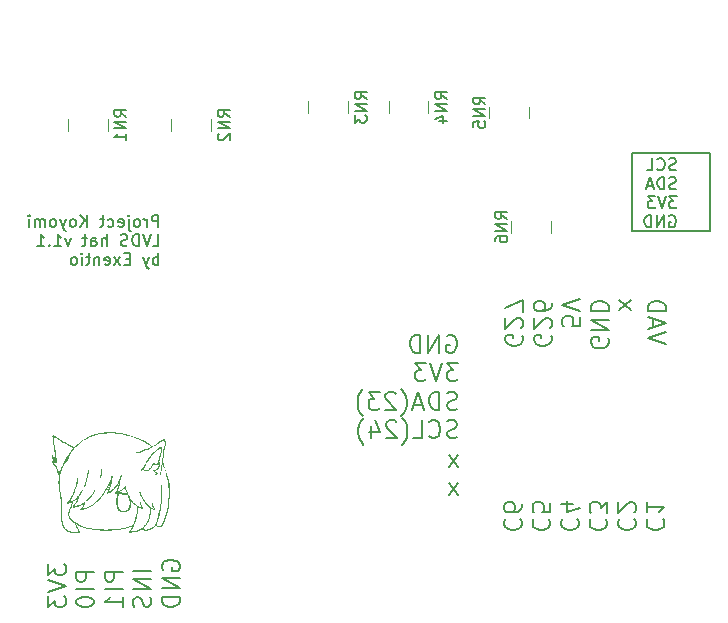
<source format=gbo>
G04 #@! TF.GenerationSoftware,KiCad,Pcbnew,8.0.4*
G04 #@! TF.CreationDate,2024-08-03T17:02:10+02:00*
G04 #@! TF.ProjectId,koyomi-lvds-hat,6b6f796f-6d69-42d6-9c76-64732d686174,rev?*
G04 #@! TF.SameCoordinates,Original*
G04 #@! TF.FileFunction,Legend,Bot*
G04 #@! TF.FilePolarity,Positive*
%FSLAX46Y46*%
G04 Gerber Fmt 4.6, Leading zero omitted, Abs format (unit mm)*
G04 Created by KiCad (PCBNEW 8.0.4) date 2024-08-03 17:02:10*
%MOMM*%
%LPD*%
G01*
G04 APERTURE LIST*
%ADD10C,0.150000*%
%ADD11C,0.200000*%
%ADD12C,0.120000*%
%ADD13C,0.000000*%
%ADD14C,0.965200*%
%ADD15C,1.778000*%
%ADD16C,6.200000*%
%ADD17R,1.700000X1.700000*%
%ADD18O,1.700000X1.700000*%
%ADD19R,0.889000X1.676400*%
%ADD20R,0.500000X0.800000*%
%ADD21R,0.400000X0.800000*%
G04 APERTURE END LIST*
D10*
X150920000Y-35970000D02*
X157550000Y-35970000D01*
X157550000Y-42600000D01*
X150920000Y-42600000D01*
X150920000Y-35970000D01*
X154650839Y-37392368D02*
X154507982Y-37439987D01*
X154507982Y-37439987D02*
X154269887Y-37439987D01*
X154269887Y-37439987D02*
X154174649Y-37392368D01*
X154174649Y-37392368D02*
X154127030Y-37344748D01*
X154127030Y-37344748D02*
X154079411Y-37249510D01*
X154079411Y-37249510D02*
X154079411Y-37154272D01*
X154079411Y-37154272D02*
X154127030Y-37059034D01*
X154127030Y-37059034D02*
X154174649Y-37011415D01*
X154174649Y-37011415D02*
X154269887Y-36963796D01*
X154269887Y-36963796D02*
X154460363Y-36916177D01*
X154460363Y-36916177D02*
X154555601Y-36868558D01*
X154555601Y-36868558D02*
X154603220Y-36820939D01*
X154603220Y-36820939D02*
X154650839Y-36725701D01*
X154650839Y-36725701D02*
X154650839Y-36630463D01*
X154650839Y-36630463D02*
X154603220Y-36535225D01*
X154603220Y-36535225D02*
X154555601Y-36487606D01*
X154555601Y-36487606D02*
X154460363Y-36439987D01*
X154460363Y-36439987D02*
X154222268Y-36439987D01*
X154222268Y-36439987D02*
X154079411Y-36487606D01*
X153079411Y-37344748D02*
X153127030Y-37392368D01*
X153127030Y-37392368D02*
X153269887Y-37439987D01*
X153269887Y-37439987D02*
X153365125Y-37439987D01*
X153365125Y-37439987D02*
X153507982Y-37392368D01*
X153507982Y-37392368D02*
X153603220Y-37297129D01*
X153603220Y-37297129D02*
X153650839Y-37201891D01*
X153650839Y-37201891D02*
X153698458Y-37011415D01*
X153698458Y-37011415D02*
X153698458Y-36868558D01*
X153698458Y-36868558D02*
X153650839Y-36678082D01*
X153650839Y-36678082D02*
X153603220Y-36582844D01*
X153603220Y-36582844D02*
X153507982Y-36487606D01*
X153507982Y-36487606D02*
X153365125Y-36439987D01*
X153365125Y-36439987D02*
X153269887Y-36439987D01*
X153269887Y-36439987D02*
X153127030Y-36487606D01*
X153127030Y-36487606D02*
X153079411Y-36535225D01*
X152174649Y-37439987D02*
X152650839Y-37439987D01*
X152650839Y-37439987D02*
X152650839Y-36439987D01*
X154650839Y-39002312D02*
X154507982Y-39049931D01*
X154507982Y-39049931D02*
X154269887Y-39049931D01*
X154269887Y-39049931D02*
X154174649Y-39002312D01*
X154174649Y-39002312D02*
X154127030Y-38954692D01*
X154127030Y-38954692D02*
X154079411Y-38859454D01*
X154079411Y-38859454D02*
X154079411Y-38764216D01*
X154079411Y-38764216D02*
X154127030Y-38668978D01*
X154127030Y-38668978D02*
X154174649Y-38621359D01*
X154174649Y-38621359D02*
X154269887Y-38573740D01*
X154269887Y-38573740D02*
X154460363Y-38526121D01*
X154460363Y-38526121D02*
X154555601Y-38478502D01*
X154555601Y-38478502D02*
X154603220Y-38430883D01*
X154603220Y-38430883D02*
X154650839Y-38335645D01*
X154650839Y-38335645D02*
X154650839Y-38240407D01*
X154650839Y-38240407D02*
X154603220Y-38145169D01*
X154603220Y-38145169D02*
X154555601Y-38097550D01*
X154555601Y-38097550D02*
X154460363Y-38049931D01*
X154460363Y-38049931D02*
X154222268Y-38049931D01*
X154222268Y-38049931D02*
X154079411Y-38097550D01*
X153650839Y-39049931D02*
X153650839Y-38049931D01*
X153650839Y-38049931D02*
X153412744Y-38049931D01*
X153412744Y-38049931D02*
X153269887Y-38097550D01*
X153269887Y-38097550D02*
X153174649Y-38192788D01*
X153174649Y-38192788D02*
X153127030Y-38288026D01*
X153127030Y-38288026D02*
X153079411Y-38478502D01*
X153079411Y-38478502D02*
X153079411Y-38621359D01*
X153079411Y-38621359D02*
X153127030Y-38811835D01*
X153127030Y-38811835D02*
X153174649Y-38907073D01*
X153174649Y-38907073D02*
X153269887Y-39002312D01*
X153269887Y-39002312D02*
X153412744Y-39049931D01*
X153412744Y-39049931D02*
X153650839Y-39049931D01*
X152698458Y-38764216D02*
X152222268Y-38764216D01*
X152793696Y-39049931D02*
X152460363Y-38049931D01*
X152460363Y-38049931D02*
X152127030Y-39049931D01*
X154698458Y-39659875D02*
X154079411Y-39659875D01*
X154079411Y-39659875D02*
X154412744Y-40040827D01*
X154412744Y-40040827D02*
X154269887Y-40040827D01*
X154269887Y-40040827D02*
X154174649Y-40088446D01*
X154174649Y-40088446D02*
X154127030Y-40136065D01*
X154127030Y-40136065D02*
X154079411Y-40231303D01*
X154079411Y-40231303D02*
X154079411Y-40469398D01*
X154079411Y-40469398D02*
X154127030Y-40564636D01*
X154127030Y-40564636D02*
X154174649Y-40612256D01*
X154174649Y-40612256D02*
X154269887Y-40659875D01*
X154269887Y-40659875D02*
X154555601Y-40659875D01*
X154555601Y-40659875D02*
X154650839Y-40612256D01*
X154650839Y-40612256D02*
X154698458Y-40564636D01*
X153793696Y-39659875D02*
X153460363Y-40659875D01*
X153460363Y-40659875D02*
X153127030Y-39659875D01*
X152888934Y-39659875D02*
X152269887Y-39659875D01*
X152269887Y-39659875D02*
X152603220Y-40040827D01*
X152603220Y-40040827D02*
X152460363Y-40040827D01*
X152460363Y-40040827D02*
X152365125Y-40088446D01*
X152365125Y-40088446D02*
X152317506Y-40136065D01*
X152317506Y-40136065D02*
X152269887Y-40231303D01*
X152269887Y-40231303D02*
X152269887Y-40469398D01*
X152269887Y-40469398D02*
X152317506Y-40564636D01*
X152317506Y-40564636D02*
X152365125Y-40612256D01*
X152365125Y-40612256D02*
X152460363Y-40659875D01*
X152460363Y-40659875D02*
X152746077Y-40659875D01*
X152746077Y-40659875D02*
X152841315Y-40612256D01*
X152841315Y-40612256D02*
X152888934Y-40564636D01*
X154079411Y-41317438D02*
X154174649Y-41269819D01*
X154174649Y-41269819D02*
X154317506Y-41269819D01*
X154317506Y-41269819D02*
X154460363Y-41317438D01*
X154460363Y-41317438D02*
X154555601Y-41412676D01*
X154555601Y-41412676D02*
X154603220Y-41507914D01*
X154603220Y-41507914D02*
X154650839Y-41698390D01*
X154650839Y-41698390D02*
X154650839Y-41841247D01*
X154650839Y-41841247D02*
X154603220Y-42031723D01*
X154603220Y-42031723D02*
X154555601Y-42126961D01*
X154555601Y-42126961D02*
X154460363Y-42222200D01*
X154460363Y-42222200D02*
X154317506Y-42269819D01*
X154317506Y-42269819D02*
X154222268Y-42269819D01*
X154222268Y-42269819D02*
X154079411Y-42222200D01*
X154079411Y-42222200D02*
X154031792Y-42174580D01*
X154031792Y-42174580D02*
X154031792Y-41841247D01*
X154031792Y-41841247D02*
X154222268Y-41841247D01*
X153603220Y-42269819D02*
X153603220Y-41269819D01*
X153603220Y-41269819D02*
X153031792Y-42269819D01*
X153031792Y-42269819D02*
X153031792Y-41269819D01*
X152555601Y-42269819D02*
X152555601Y-41269819D01*
X152555601Y-41269819D02*
X152317506Y-41269819D01*
X152317506Y-41269819D02*
X152174649Y-41317438D01*
X152174649Y-41317438D02*
X152079411Y-41412676D01*
X152079411Y-41412676D02*
X152031792Y-41507914D01*
X152031792Y-41507914D02*
X151984173Y-41698390D01*
X151984173Y-41698390D02*
X151984173Y-41841247D01*
X151984173Y-41841247D02*
X152031792Y-42031723D01*
X152031792Y-42031723D02*
X152079411Y-42126961D01*
X152079411Y-42126961D02*
X152174649Y-42222200D01*
X152174649Y-42222200D02*
X152317506Y-42269819D01*
X152317506Y-42269819D02*
X152555601Y-42269819D01*
D11*
X152311408Y-66984136D02*
X152239980Y-67055564D01*
X152239980Y-67055564D02*
X152168551Y-67269850D01*
X152168551Y-67269850D02*
X152168551Y-67412707D01*
X152168551Y-67412707D02*
X152239980Y-67626993D01*
X152239980Y-67626993D02*
X152382837Y-67769850D01*
X152382837Y-67769850D02*
X152525694Y-67841279D01*
X152525694Y-67841279D02*
X152811408Y-67912707D01*
X152811408Y-67912707D02*
X153025694Y-67912707D01*
X153025694Y-67912707D02*
X153311408Y-67841279D01*
X153311408Y-67841279D02*
X153454265Y-67769850D01*
X153454265Y-67769850D02*
X153597122Y-67626993D01*
X153597122Y-67626993D02*
X153668551Y-67412707D01*
X153668551Y-67412707D02*
X153668551Y-67269850D01*
X153668551Y-67269850D02*
X153597122Y-67055564D01*
X153597122Y-67055564D02*
X153525694Y-66984136D01*
X152168551Y-65555564D02*
X152168551Y-66412707D01*
X152168551Y-65984136D02*
X153668551Y-65984136D01*
X153668551Y-65984136D02*
X153454265Y-66126993D01*
X153454265Y-66126993D02*
X153311408Y-66269850D01*
X153311408Y-66269850D02*
X153239980Y-66412707D01*
X149896492Y-66984136D02*
X149825064Y-67055564D01*
X149825064Y-67055564D02*
X149753635Y-67269850D01*
X149753635Y-67269850D02*
X149753635Y-67412707D01*
X149753635Y-67412707D02*
X149825064Y-67626993D01*
X149825064Y-67626993D02*
X149967921Y-67769850D01*
X149967921Y-67769850D02*
X150110778Y-67841279D01*
X150110778Y-67841279D02*
X150396492Y-67912707D01*
X150396492Y-67912707D02*
X150610778Y-67912707D01*
X150610778Y-67912707D02*
X150896492Y-67841279D01*
X150896492Y-67841279D02*
X151039349Y-67769850D01*
X151039349Y-67769850D02*
X151182206Y-67626993D01*
X151182206Y-67626993D02*
X151253635Y-67412707D01*
X151253635Y-67412707D02*
X151253635Y-67269850D01*
X151253635Y-67269850D02*
X151182206Y-67055564D01*
X151182206Y-67055564D02*
X151110778Y-66984136D01*
X151110778Y-66412707D02*
X151182206Y-66341279D01*
X151182206Y-66341279D02*
X151253635Y-66198422D01*
X151253635Y-66198422D02*
X151253635Y-65841279D01*
X151253635Y-65841279D02*
X151182206Y-65698422D01*
X151182206Y-65698422D02*
X151110778Y-65626993D01*
X151110778Y-65626993D02*
X150967921Y-65555564D01*
X150967921Y-65555564D02*
X150825064Y-65555564D01*
X150825064Y-65555564D02*
X150610778Y-65626993D01*
X150610778Y-65626993D02*
X149753635Y-66484136D01*
X149753635Y-66484136D02*
X149753635Y-65555564D01*
X147481576Y-66984136D02*
X147410148Y-67055564D01*
X147410148Y-67055564D02*
X147338719Y-67269850D01*
X147338719Y-67269850D02*
X147338719Y-67412707D01*
X147338719Y-67412707D02*
X147410148Y-67626993D01*
X147410148Y-67626993D02*
X147553005Y-67769850D01*
X147553005Y-67769850D02*
X147695862Y-67841279D01*
X147695862Y-67841279D02*
X147981576Y-67912707D01*
X147981576Y-67912707D02*
X148195862Y-67912707D01*
X148195862Y-67912707D02*
X148481576Y-67841279D01*
X148481576Y-67841279D02*
X148624433Y-67769850D01*
X148624433Y-67769850D02*
X148767290Y-67626993D01*
X148767290Y-67626993D02*
X148838719Y-67412707D01*
X148838719Y-67412707D02*
X148838719Y-67269850D01*
X148838719Y-67269850D02*
X148767290Y-67055564D01*
X148767290Y-67055564D02*
X148695862Y-66984136D01*
X148838719Y-66484136D02*
X148838719Y-65555564D01*
X148838719Y-65555564D02*
X148267290Y-66055564D01*
X148267290Y-66055564D02*
X148267290Y-65841279D01*
X148267290Y-65841279D02*
X148195862Y-65698422D01*
X148195862Y-65698422D02*
X148124433Y-65626993D01*
X148124433Y-65626993D02*
X147981576Y-65555564D01*
X147981576Y-65555564D02*
X147624433Y-65555564D01*
X147624433Y-65555564D02*
X147481576Y-65626993D01*
X147481576Y-65626993D02*
X147410148Y-65698422D01*
X147410148Y-65698422D02*
X147338719Y-65841279D01*
X147338719Y-65841279D02*
X147338719Y-66269850D01*
X147338719Y-66269850D02*
X147410148Y-66412707D01*
X147410148Y-66412707D02*
X147481576Y-66484136D01*
X145066660Y-66984136D02*
X144995232Y-67055564D01*
X144995232Y-67055564D02*
X144923803Y-67269850D01*
X144923803Y-67269850D02*
X144923803Y-67412707D01*
X144923803Y-67412707D02*
X144995232Y-67626993D01*
X144995232Y-67626993D02*
X145138089Y-67769850D01*
X145138089Y-67769850D02*
X145280946Y-67841279D01*
X145280946Y-67841279D02*
X145566660Y-67912707D01*
X145566660Y-67912707D02*
X145780946Y-67912707D01*
X145780946Y-67912707D02*
X146066660Y-67841279D01*
X146066660Y-67841279D02*
X146209517Y-67769850D01*
X146209517Y-67769850D02*
X146352374Y-67626993D01*
X146352374Y-67626993D02*
X146423803Y-67412707D01*
X146423803Y-67412707D02*
X146423803Y-67269850D01*
X146423803Y-67269850D02*
X146352374Y-67055564D01*
X146352374Y-67055564D02*
X146280946Y-66984136D01*
X145923803Y-65698422D02*
X144923803Y-65698422D01*
X146495232Y-66055564D02*
X145423803Y-66412707D01*
X145423803Y-66412707D02*
X145423803Y-65484136D01*
X142651744Y-66984136D02*
X142580316Y-67055564D01*
X142580316Y-67055564D02*
X142508887Y-67269850D01*
X142508887Y-67269850D02*
X142508887Y-67412707D01*
X142508887Y-67412707D02*
X142580316Y-67626993D01*
X142580316Y-67626993D02*
X142723173Y-67769850D01*
X142723173Y-67769850D02*
X142866030Y-67841279D01*
X142866030Y-67841279D02*
X143151744Y-67912707D01*
X143151744Y-67912707D02*
X143366030Y-67912707D01*
X143366030Y-67912707D02*
X143651744Y-67841279D01*
X143651744Y-67841279D02*
X143794601Y-67769850D01*
X143794601Y-67769850D02*
X143937458Y-67626993D01*
X143937458Y-67626993D02*
X144008887Y-67412707D01*
X144008887Y-67412707D02*
X144008887Y-67269850D01*
X144008887Y-67269850D02*
X143937458Y-67055564D01*
X143937458Y-67055564D02*
X143866030Y-66984136D01*
X144008887Y-65626993D02*
X144008887Y-66341279D01*
X144008887Y-66341279D02*
X143294601Y-66412707D01*
X143294601Y-66412707D02*
X143366030Y-66341279D01*
X143366030Y-66341279D02*
X143437458Y-66198422D01*
X143437458Y-66198422D02*
X143437458Y-65841279D01*
X143437458Y-65841279D02*
X143366030Y-65698422D01*
X143366030Y-65698422D02*
X143294601Y-65626993D01*
X143294601Y-65626993D02*
X143151744Y-65555564D01*
X143151744Y-65555564D02*
X142794601Y-65555564D01*
X142794601Y-65555564D02*
X142651744Y-65626993D01*
X142651744Y-65626993D02*
X142580316Y-65698422D01*
X142580316Y-65698422D02*
X142508887Y-65841279D01*
X142508887Y-65841279D02*
X142508887Y-66198422D01*
X142508887Y-66198422D02*
X142580316Y-66341279D01*
X142580316Y-66341279D02*
X142651744Y-66412707D01*
X140236828Y-66984136D02*
X140165400Y-67055564D01*
X140165400Y-67055564D02*
X140093971Y-67269850D01*
X140093971Y-67269850D02*
X140093971Y-67412707D01*
X140093971Y-67412707D02*
X140165400Y-67626993D01*
X140165400Y-67626993D02*
X140308257Y-67769850D01*
X140308257Y-67769850D02*
X140451114Y-67841279D01*
X140451114Y-67841279D02*
X140736828Y-67912707D01*
X140736828Y-67912707D02*
X140951114Y-67912707D01*
X140951114Y-67912707D02*
X141236828Y-67841279D01*
X141236828Y-67841279D02*
X141379685Y-67769850D01*
X141379685Y-67769850D02*
X141522542Y-67626993D01*
X141522542Y-67626993D02*
X141593971Y-67412707D01*
X141593971Y-67412707D02*
X141593971Y-67269850D01*
X141593971Y-67269850D02*
X141522542Y-67055564D01*
X141522542Y-67055564D02*
X141451114Y-66984136D01*
X141593971Y-65698422D02*
X141593971Y-65984136D01*
X141593971Y-65984136D02*
X141522542Y-66126993D01*
X141522542Y-66126993D02*
X141451114Y-66198422D01*
X141451114Y-66198422D02*
X141236828Y-66341279D01*
X141236828Y-66341279D02*
X140951114Y-66412707D01*
X140951114Y-66412707D02*
X140379685Y-66412707D01*
X140379685Y-66412707D02*
X140236828Y-66341279D01*
X140236828Y-66341279D02*
X140165400Y-66269850D01*
X140165400Y-66269850D02*
X140093971Y-66126993D01*
X140093971Y-66126993D02*
X140093971Y-65841279D01*
X140093971Y-65841279D02*
X140165400Y-65698422D01*
X140165400Y-65698422D02*
X140236828Y-65626993D01*
X140236828Y-65626993D02*
X140379685Y-65555564D01*
X140379685Y-65555564D02*
X140736828Y-65555564D01*
X140736828Y-65555564D02*
X140879685Y-65626993D01*
X140879685Y-65626993D02*
X140951114Y-65698422D01*
X140951114Y-65698422D02*
X141022542Y-65841279D01*
X141022542Y-65841279D02*
X141022542Y-66126993D01*
X141022542Y-66126993D02*
X140951114Y-66269850D01*
X140951114Y-66269850D02*
X140879685Y-66341279D01*
X140879685Y-66341279D02*
X140736828Y-66412707D01*
X101466364Y-70779851D02*
X101466364Y-71708423D01*
X101466364Y-71708423D02*
X102037793Y-71208423D01*
X102037793Y-71208423D02*
X102037793Y-71422708D01*
X102037793Y-71422708D02*
X102109221Y-71565566D01*
X102109221Y-71565566D02*
X102180650Y-71636994D01*
X102180650Y-71636994D02*
X102323507Y-71708423D01*
X102323507Y-71708423D02*
X102680650Y-71708423D01*
X102680650Y-71708423D02*
X102823507Y-71636994D01*
X102823507Y-71636994D02*
X102894936Y-71565566D01*
X102894936Y-71565566D02*
X102966364Y-71422708D01*
X102966364Y-71422708D02*
X102966364Y-70994137D01*
X102966364Y-70994137D02*
X102894936Y-70851280D01*
X102894936Y-70851280D02*
X102823507Y-70779851D01*
X101466364Y-72136994D02*
X102966364Y-72636994D01*
X102966364Y-72636994D02*
X101466364Y-73136994D01*
X101466364Y-73494136D02*
X101466364Y-74422708D01*
X101466364Y-74422708D02*
X102037793Y-73922708D01*
X102037793Y-73922708D02*
X102037793Y-74136993D01*
X102037793Y-74136993D02*
X102109221Y-74279851D01*
X102109221Y-74279851D02*
X102180650Y-74351279D01*
X102180650Y-74351279D02*
X102323507Y-74422708D01*
X102323507Y-74422708D02*
X102680650Y-74422708D01*
X102680650Y-74422708D02*
X102823507Y-74351279D01*
X102823507Y-74351279D02*
X102894936Y-74279851D01*
X102894936Y-74279851D02*
X102966364Y-74136993D01*
X102966364Y-74136993D02*
X102966364Y-73708422D01*
X102966364Y-73708422D02*
X102894936Y-73565565D01*
X102894936Y-73565565D02*
X102823507Y-73494136D01*
X105381280Y-71422707D02*
X103881280Y-71422707D01*
X103881280Y-71422707D02*
X103881280Y-71994136D01*
X103881280Y-71994136D02*
X103952709Y-72136993D01*
X103952709Y-72136993D02*
X104024137Y-72208422D01*
X104024137Y-72208422D02*
X104166994Y-72279850D01*
X104166994Y-72279850D02*
X104381280Y-72279850D01*
X104381280Y-72279850D02*
X104524137Y-72208422D01*
X104524137Y-72208422D02*
X104595566Y-72136993D01*
X104595566Y-72136993D02*
X104666994Y-71994136D01*
X104666994Y-71994136D02*
X104666994Y-71422707D01*
X105381280Y-72922707D02*
X103881280Y-72922707D01*
X103881280Y-73922708D02*
X103881280Y-74065565D01*
X103881280Y-74065565D02*
X103952709Y-74208422D01*
X103952709Y-74208422D02*
X104024137Y-74279851D01*
X104024137Y-74279851D02*
X104166994Y-74351279D01*
X104166994Y-74351279D02*
X104452709Y-74422708D01*
X104452709Y-74422708D02*
X104809852Y-74422708D01*
X104809852Y-74422708D02*
X105095566Y-74351279D01*
X105095566Y-74351279D02*
X105238423Y-74279851D01*
X105238423Y-74279851D02*
X105309852Y-74208422D01*
X105309852Y-74208422D02*
X105381280Y-74065565D01*
X105381280Y-74065565D02*
X105381280Y-73922708D01*
X105381280Y-73922708D02*
X105309852Y-73779851D01*
X105309852Y-73779851D02*
X105238423Y-73708422D01*
X105238423Y-73708422D02*
X105095566Y-73636993D01*
X105095566Y-73636993D02*
X104809852Y-73565565D01*
X104809852Y-73565565D02*
X104452709Y-73565565D01*
X104452709Y-73565565D02*
X104166994Y-73636993D01*
X104166994Y-73636993D02*
X104024137Y-73708422D01*
X104024137Y-73708422D02*
X103952709Y-73779851D01*
X103952709Y-73779851D02*
X103881280Y-73922708D01*
X107796196Y-71422707D02*
X106296196Y-71422707D01*
X106296196Y-71422707D02*
X106296196Y-71994136D01*
X106296196Y-71994136D02*
X106367625Y-72136993D01*
X106367625Y-72136993D02*
X106439053Y-72208422D01*
X106439053Y-72208422D02*
X106581910Y-72279850D01*
X106581910Y-72279850D02*
X106796196Y-72279850D01*
X106796196Y-72279850D02*
X106939053Y-72208422D01*
X106939053Y-72208422D02*
X107010482Y-72136993D01*
X107010482Y-72136993D02*
X107081910Y-71994136D01*
X107081910Y-71994136D02*
X107081910Y-71422707D01*
X107796196Y-72922707D02*
X106296196Y-72922707D01*
X107796196Y-74422708D02*
X107796196Y-73565565D01*
X107796196Y-73994136D02*
X106296196Y-73994136D01*
X106296196Y-73994136D02*
X106510482Y-73851279D01*
X106510482Y-73851279D02*
X106653339Y-73708422D01*
X106653339Y-73708422D02*
X106724768Y-73565565D01*
X110211112Y-71351278D02*
X108711112Y-71351278D01*
X110211112Y-72065564D02*
X108711112Y-72065564D01*
X108711112Y-72065564D02*
X110211112Y-72922707D01*
X110211112Y-72922707D02*
X108711112Y-72922707D01*
X110139684Y-73565565D02*
X110211112Y-73779851D01*
X110211112Y-73779851D02*
X110211112Y-74136993D01*
X110211112Y-74136993D02*
X110139684Y-74279851D01*
X110139684Y-74279851D02*
X110068255Y-74351279D01*
X110068255Y-74351279D02*
X109925398Y-74422708D01*
X109925398Y-74422708D02*
X109782541Y-74422708D01*
X109782541Y-74422708D02*
X109639684Y-74351279D01*
X109639684Y-74351279D02*
X109568255Y-74279851D01*
X109568255Y-74279851D02*
X109496826Y-74136993D01*
X109496826Y-74136993D02*
X109425398Y-73851279D01*
X109425398Y-73851279D02*
X109353969Y-73708422D01*
X109353969Y-73708422D02*
X109282541Y-73636993D01*
X109282541Y-73636993D02*
X109139684Y-73565565D01*
X109139684Y-73565565D02*
X108996826Y-73565565D01*
X108996826Y-73565565D02*
X108853969Y-73636993D01*
X108853969Y-73636993D02*
X108782541Y-73708422D01*
X108782541Y-73708422D02*
X108711112Y-73851279D01*
X108711112Y-73851279D02*
X108711112Y-74208422D01*
X108711112Y-74208422D02*
X108782541Y-74422708D01*
X111197457Y-71279850D02*
X111126028Y-71136993D01*
X111126028Y-71136993D02*
X111126028Y-70922707D01*
X111126028Y-70922707D02*
X111197457Y-70708421D01*
X111197457Y-70708421D02*
X111340314Y-70565564D01*
X111340314Y-70565564D02*
X111483171Y-70494135D01*
X111483171Y-70494135D02*
X111768885Y-70422707D01*
X111768885Y-70422707D02*
X111983171Y-70422707D01*
X111983171Y-70422707D02*
X112268885Y-70494135D01*
X112268885Y-70494135D02*
X112411742Y-70565564D01*
X112411742Y-70565564D02*
X112554600Y-70708421D01*
X112554600Y-70708421D02*
X112626028Y-70922707D01*
X112626028Y-70922707D02*
X112626028Y-71065564D01*
X112626028Y-71065564D02*
X112554600Y-71279850D01*
X112554600Y-71279850D02*
X112483171Y-71351278D01*
X112483171Y-71351278D02*
X111983171Y-71351278D01*
X111983171Y-71351278D02*
X111983171Y-71065564D01*
X112626028Y-71994135D02*
X111126028Y-71994135D01*
X111126028Y-71994135D02*
X112626028Y-72851278D01*
X112626028Y-72851278D02*
X111126028Y-72851278D01*
X112626028Y-73565564D02*
X111126028Y-73565564D01*
X111126028Y-73565564D02*
X111126028Y-73922707D01*
X111126028Y-73922707D02*
X111197457Y-74136993D01*
X111197457Y-74136993D02*
X111340314Y-74279850D01*
X111340314Y-74279850D02*
X111483171Y-74351279D01*
X111483171Y-74351279D02*
X111768885Y-74422707D01*
X111768885Y-74422707D02*
X111983171Y-74422707D01*
X111983171Y-74422707D02*
X112268885Y-74351279D01*
X112268885Y-74351279D02*
X112411742Y-74279850D01*
X112411742Y-74279850D02*
X112554600Y-74136993D01*
X112554600Y-74136993D02*
X112626028Y-73922707D01*
X112626028Y-73922707D02*
X112626028Y-73565564D01*
X135265564Y-51452877D02*
X135408422Y-51381448D01*
X135408422Y-51381448D02*
X135622707Y-51381448D01*
X135622707Y-51381448D02*
X135836993Y-51452877D01*
X135836993Y-51452877D02*
X135979850Y-51595734D01*
X135979850Y-51595734D02*
X136051279Y-51738591D01*
X136051279Y-51738591D02*
X136122707Y-52024305D01*
X136122707Y-52024305D02*
X136122707Y-52238591D01*
X136122707Y-52238591D02*
X136051279Y-52524305D01*
X136051279Y-52524305D02*
X135979850Y-52667162D01*
X135979850Y-52667162D02*
X135836993Y-52810020D01*
X135836993Y-52810020D02*
X135622707Y-52881448D01*
X135622707Y-52881448D02*
X135479850Y-52881448D01*
X135479850Y-52881448D02*
X135265564Y-52810020D01*
X135265564Y-52810020D02*
X135194136Y-52738591D01*
X135194136Y-52738591D02*
X135194136Y-52238591D01*
X135194136Y-52238591D02*
X135479850Y-52238591D01*
X134551279Y-52881448D02*
X134551279Y-51381448D01*
X134551279Y-51381448D02*
X133694136Y-52881448D01*
X133694136Y-52881448D02*
X133694136Y-51381448D01*
X132979850Y-52881448D02*
X132979850Y-51381448D01*
X132979850Y-51381448D02*
X132622707Y-51381448D01*
X132622707Y-51381448D02*
X132408421Y-51452877D01*
X132408421Y-51452877D02*
X132265564Y-51595734D01*
X132265564Y-51595734D02*
X132194135Y-51738591D01*
X132194135Y-51738591D02*
X132122707Y-52024305D01*
X132122707Y-52024305D02*
X132122707Y-52238591D01*
X132122707Y-52238591D02*
X132194135Y-52524305D01*
X132194135Y-52524305D02*
X132265564Y-52667162D01*
X132265564Y-52667162D02*
X132408421Y-52810020D01*
X132408421Y-52810020D02*
X132622707Y-52881448D01*
X132622707Y-52881448D02*
X132979850Y-52881448D01*
X136194136Y-53796364D02*
X135265564Y-53796364D01*
X135265564Y-53796364D02*
X135765564Y-54367793D01*
X135765564Y-54367793D02*
X135551279Y-54367793D01*
X135551279Y-54367793D02*
X135408422Y-54439221D01*
X135408422Y-54439221D02*
X135336993Y-54510650D01*
X135336993Y-54510650D02*
X135265564Y-54653507D01*
X135265564Y-54653507D02*
X135265564Y-55010650D01*
X135265564Y-55010650D02*
X135336993Y-55153507D01*
X135336993Y-55153507D02*
X135408422Y-55224936D01*
X135408422Y-55224936D02*
X135551279Y-55296364D01*
X135551279Y-55296364D02*
X135979850Y-55296364D01*
X135979850Y-55296364D02*
X136122707Y-55224936D01*
X136122707Y-55224936D02*
X136194136Y-55153507D01*
X134836993Y-53796364D02*
X134336993Y-55296364D01*
X134336993Y-55296364D02*
X133836993Y-53796364D01*
X133479851Y-53796364D02*
X132551279Y-53796364D01*
X132551279Y-53796364D02*
X133051279Y-54367793D01*
X133051279Y-54367793D02*
X132836994Y-54367793D01*
X132836994Y-54367793D02*
X132694137Y-54439221D01*
X132694137Y-54439221D02*
X132622708Y-54510650D01*
X132622708Y-54510650D02*
X132551279Y-54653507D01*
X132551279Y-54653507D02*
X132551279Y-55010650D01*
X132551279Y-55010650D02*
X132622708Y-55153507D01*
X132622708Y-55153507D02*
X132694137Y-55224936D01*
X132694137Y-55224936D02*
X132836994Y-55296364D01*
X132836994Y-55296364D02*
X133265565Y-55296364D01*
X133265565Y-55296364D02*
X133408422Y-55224936D01*
X133408422Y-55224936D02*
X133479851Y-55153507D01*
X136122707Y-57639852D02*
X135908422Y-57711280D01*
X135908422Y-57711280D02*
X135551279Y-57711280D01*
X135551279Y-57711280D02*
X135408422Y-57639852D01*
X135408422Y-57639852D02*
X135336993Y-57568423D01*
X135336993Y-57568423D02*
X135265564Y-57425566D01*
X135265564Y-57425566D02*
X135265564Y-57282709D01*
X135265564Y-57282709D02*
X135336993Y-57139852D01*
X135336993Y-57139852D02*
X135408422Y-57068423D01*
X135408422Y-57068423D02*
X135551279Y-56996994D01*
X135551279Y-56996994D02*
X135836993Y-56925566D01*
X135836993Y-56925566D02*
X135979850Y-56854137D01*
X135979850Y-56854137D02*
X136051279Y-56782709D01*
X136051279Y-56782709D02*
X136122707Y-56639852D01*
X136122707Y-56639852D02*
X136122707Y-56496994D01*
X136122707Y-56496994D02*
X136051279Y-56354137D01*
X136051279Y-56354137D02*
X135979850Y-56282709D01*
X135979850Y-56282709D02*
X135836993Y-56211280D01*
X135836993Y-56211280D02*
X135479850Y-56211280D01*
X135479850Y-56211280D02*
X135265564Y-56282709D01*
X134622708Y-57711280D02*
X134622708Y-56211280D01*
X134622708Y-56211280D02*
X134265565Y-56211280D01*
X134265565Y-56211280D02*
X134051279Y-56282709D01*
X134051279Y-56282709D02*
X133908422Y-56425566D01*
X133908422Y-56425566D02*
X133836993Y-56568423D01*
X133836993Y-56568423D02*
X133765565Y-56854137D01*
X133765565Y-56854137D02*
X133765565Y-57068423D01*
X133765565Y-57068423D02*
X133836993Y-57354137D01*
X133836993Y-57354137D02*
X133908422Y-57496994D01*
X133908422Y-57496994D02*
X134051279Y-57639852D01*
X134051279Y-57639852D02*
X134265565Y-57711280D01*
X134265565Y-57711280D02*
X134622708Y-57711280D01*
X133194136Y-57282709D02*
X132479851Y-57282709D01*
X133336993Y-57711280D02*
X132836993Y-56211280D01*
X132836993Y-56211280D02*
X132336993Y-57711280D01*
X131408422Y-58282709D02*
X131479851Y-58211280D01*
X131479851Y-58211280D02*
X131622708Y-57996994D01*
X131622708Y-57996994D02*
X131694137Y-57854137D01*
X131694137Y-57854137D02*
X131765565Y-57639852D01*
X131765565Y-57639852D02*
X131836994Y-57282709D01*
X131836994Y-57282709D02*
X131836994Y-56996994D01*
X131836994Y-56996994D02*
X131765565Y-56639852D01*
X131765565Y-56639852D02*
X131694137Y-56425566D01*
X131694137Y-56425566D02*
X131622708Y-56282709D01*
X131622708Y-56282709D02*
X131479851Y-56068423D01*
X131479851Y-56068423D02*
X131408422Y-55996994D01*
X130908422Y-56354137D02*
X130836994Y-56282709D01*
X130836994Y-56282709D02*
X130694137Y-56211280D01*
X130694137Y-56211280D02*
X130336994Y-56211280D01*
X130336994Y-56211280D02*
X130194137Y-56282709D01*
X130194137Y-56282709D02*
X130122708Y-56354137D01*
X130122708Y-56354137D02*
X130051279Y-56496994D01*
X130051279Y-56496994D02*
X130051279Y-56639852D01*
X130051279Y-56639852D02*
X130122708Y-56854137D01*
X130122708Y-56854137D02*
X130979851Y-57711280D01*
X130979851Y-57711280D02*
X130051279Y-57711280D01*
X129551280Y-56211280D02*
X128622708Y-56211280D01*
X128622708Y-56211280D02*
X129122708Y-56782709D01*
X129122708Y-56782709D02*
X128908423Y-56782709D01*
X128908423Y-56782709D02*
X128765566Y-56854137D01*
X128765566Y-56854137D02*
X128694137Y-56925566D01*
X128694137Y-56925566D02*
X128622708Y-57068423D01*
X128622708Y-57068423D02*
X128622708Y-57425566D01*
X128622708Y-57425566D02*
X128694137Y-57568423D01*
X128694137Y-57568423D02*
X128765566Y-57639852D01*
X128765566Y-57639852D02*
X128908423Y-57711280D01*
X128908423Y-57711280D02*
X129336994Y-57711280D01*
X129336994Y-57711280D02*
X129479851Y-57639852D01*
X129479851Y-57639852D02*
X129551280Y-57568423D01*
X128122709Y-58282709D02*
X128051280Y-58211280D01*
X128051280Y-58211280D02*
X127908423Y-57996994D01*
X127908423Y-57996994D02*
X127836995Y-57854137D01*
X127836995Y-57854137D02*
X127765566Y-57639852D01*
X127765566Y-57639852D02*
X127694137Y-57282709D01*
X127694137Y-57282709D02*
X127694137Y-56996994D01*
X127694137Y-56996994D02*
X127765566Y-56639852D01*
X127765566Y-56639852D02*
X127836995Y-56425566D01*
X127836995Y-56425566D02*
X127908423Y-56282709D01*
X127908423Y-56282709D02*
X128051280Y-56068423D01*
X128051280Y-56068423D02*
X128122709Y-55996994D01*
X136122707Y-60054768D02*
X135908422Y-60126196D01*
X135908422Y-60126196D02*
X135551279Y-60126196D01*
X135551279Y-60126196D02*
X135408422Y-60054768D01*
X135408422Y-60054768D02*
X135336993Y-59983339D01*
X135336993Y-59983339D02*
X135265564Y-59840482D01*
X135265564Y-59840482D02*
X135265564Y-59697625D01*
X135265564Y-59697625D02*
X135336993Y-59554768D01*
X135336993Y-59554768D02*
X135408422Y-59483339D01*
X135408422Y-59483339D02*
X135551279Y-59411910D01*
X135551279Y-59411910D02*
X135836993Y-59340482D01*
X135836993Y-59340482D02*
X135979850Y-59269053D01*
X135979850Y-59269053D02*
X136051279Y-59197625D01*
X136051279Y-59197625D02*
X136122707Y-59054768D01*
X136122707Y-59054768D02*
X136122707Y-58911910D01*
X136122707Y-58911910D02*
X136051279Y-58769053D01*
X136051279Y-58769053D02*
X135979850Y-58697625D01*
X135979850Y-58697625D02*
X135836993Y-58626196D01*
X135836993Y-58626196D02*
X135479850Y-58626196D01*
X135479850Y-58626196D02*
X135265564Y-58697625D01*
X133765565Y-59983339D02*
X133836993Y-60054768D01*
X133836993Y-60054768D02*
X134051279Y-60126196D01*
X134051279Y-60126196D02*
X134194136Y-60126196D01*
X134194136Y-60126196D02*
X134408422Y-60054768D01*
X134408422Y-60054768D02*
X134551279Y-59911910D01*
X134551279Y-59911910D02*
X134622708Y-59769053D01*
X134622708Y-59769053D02*
X134694136Y-59483339D01*
X134694136Y-59483339D02*
X134694136Y-59269053D01*
X134694136Y-59269053D02*
X134622708Y-58983339D01*
X134622708Y-58983339D02*
X134551279Y-58840482D01*
X134551279Y-58840482D02*
X134408422Y-58697625D01*
X134408422Y-58697625D02*
X134194136Y-58626196D01*
X134194136Y-58626196D02*
X134051279Y-58626196D01*
X134051279Y-58626196D02*
X133836993Y-58697625D01*
X133836993Y-58697625D02*
X133765565Y-58769053D01*
X132408422Y-60126196D02*
X133122708Y-60126196D01*
X133122708Y-60126196D02*
X133122708Y-58626196D01*
X131479850Y-60697625D02*
X131551279Y-60626196D01*
X131551279Y-60626196D02*
X131694136Y-60411910D01*
X131694136Y-60411910D02*
X131765565Y-60269053D01*
X131765565Y-60269053D02*
X131836993Y-60054768D01*
X131836993Y-60054768D02*
X131908422Y-59697625D01*
X131908422Y-59697625D02*
X131908422Y-59411910D01*
X131908422Y-59411910D02*
X131836993Y-59054768D01*
X131836993Y-59054768D02*
X131765565Y-58840482D01*
X131765565Y-58840482D02*
X131694136Y-58697625D01*
X131694136Y-58697625D02*
X131551279Y-58483339D01*
X131551279Y-58483339D02*
X131479850Y-58411910D01*
X130979850Y-58769053D02*
X130908422Y-58697625D01*
X130908422Y-58697625D02*
X130765565Y-58626196D01*
X130765565Y-58626196D02*
X130408422Y-58626196D01*
X130408422Y-58626196D02*
X130265565Y-58697625D01*
X130265565Y-58697625D02*
X130194136Y-58769053D01*
X130194136Y-58769053D02*
X130122707Y-58911910D01*
X130122707Y-58911910D02*
X130122707Y-59054768D01*
X130122707Y-59054768D02*
X130194136Y-59269053D01*
X130194136Y-59269053D02*
X131051279Y-60126196D01*
X131051279Y-60126196D02*
X130122707Y-60126196D01*
X128836994Y-59126196D02*
X128836994Y-60126196D01*
X129194136Y-58554768D02*
X129551279Y-59626196D01*
X129551279Y-59626196D02*
X128622708Y-59626196D01*
X128194137Y-60697625D02*
X128122708Y-60626196D01*
X128122708Y-60626196D02*
X127979851Y-60411910D01*
X127979851Y-60411910D02*
X127908423Y-60269053D01*
X127908423Y-60269053D02*
X127836994Y-60054768D01*
X127836994Y-60054768D02*
X127765565Y-59697625D01*
X127765565Y-59697625D02*
X127765565Y-59411910D01*
X127765565Y-59411910D02*
X127836994Y-59054768D01*
X127836994Y-59054768D02*
X127908423Y-58840482D01*
X127908423Y-58840482D02*
X127979851Y-58697625D01*
X127979851Y-58697625D02*
X128122708Y-58483339D01*
X128122708Y-58483339D02*
X128194137Y-58411910D01*
X136194136Y-62541112D02*
X135408422Y-61541112D01*
X136194136Y-61541112D02*
X135408422Y-62541112D01*
X136194136Y-64956028D02*
X135408422Y-63956028D01*
X136194136Y-63956028D02*
X135408422Y-64956028D01*
X110830326Y-42247331D02*
X110830326Y-41247331D01*
X110830326Y-41247331D02*
X110449374Y-41247331D01*
X110449374Y-41247331D02*
X110354136Y-41294950D01*
X110354136Y-41294950D02*
X110306517Y-41342569D01*
X110306517Y-41342569D02*
X110258898Y-41437807D01*
X110258898Y-41437807D02*
X110258898Y-41580664D01*
X110258898Y-41580664D02*
X110306517Y-41675902D01*
X110306517Y-41675902D02*
X110354136Y-41723521D01*
X110354136Y-41723521D02*
X110449374Y-41771140D01*
X110449374Y-41771140D02*
X110830326Y-41771140D01*
X109830326Y-42247331D02*
X109830326Y-41580664D01*
X109830326Y-41771140D02*
X109782707Y-41675902D01*
X109782707Y-41675902D02*
X109735088Y-41628283D01*
X109735088Y-41628283D02*
X109639850Y-41580664D01*
X109639850Y-41580664D02*
X109544612Y-41580664D01*
X109068421Y-42247331D02*
X109163659Y-42199712D01*
X109163659Y-42199712D02*
X109211278Y-42152092D01*
X109211278Y-42152092D02*
X109258897Y-42056854D01*
X109258897Y-42056854D02*
X109258897Y-41771140D01*
X109258897Y-41771140D02*
X109211278Y-41675902D01*
X109211278Y-41675902D02*
X109163659Y-41628283D01*
X109163659Y-41628283D02*
X109068421Y-41580664D01*
X109068421Y-41580664D02*
X108925564Y-41580664D01*
X108925564Y-41580664D02*
X108830326Y-41628283D01*
X108830326Y-41628283D02*
X108782707Y-41675902D01*
X108782707Y-41675902D02*
X108735088Y-41771140D01*
X108735088Y-41771140D02*
X108735088Y-42056854D01*
X108735088Y-42056854D02*
X108782707Y-42152092D01*
X108782707Y-42152092D02*
X108830326Y-42199712D01*
X108830326Y-42199712D02*
X108925564Y-42247331D01*
X108925564Y-42247331D02*
X109068421Y-42247331D01*
X108306516Y-41580664D02*
X108306516Y-42437807D01*
X108306516Y-42437807D02*
X108354135Y-42533045D01*
X108354135Y-42533045D02*
X108449373Y-42580664D01*
X108449373Y-42580664D02*
X108496992Y-42580664D01*
X108306516Y-41247331D02*
X108354135Y-41294950D01*
X108354135Y-41294950D02*
X108306516Y-41342569D01*
X108306516Y-41342569D02*
X108258897Y-41294950D01*
X108258897Y-41294950D02*
X108306516Y-41247331D01*
X108306516Y-41247331D02*
X108306516Y-41342569D01*
X107449374Y-42199712D02*
X107544612Y-42247331D01*
X107544612Y-42247331D02*
X107735088Y-42247331D01*
X107735088Y-42247331D02*
X107830326Y-42199712D01*
X107830326Y-42199712D02*
X107877945Y-42104473D01*
X107877945Y-42104473D02*
X107877945Y-41723521D01*
X107877945Y-41723521D02*
X107830326Y-41628283D01*
X107830326Y-41628283D02*
X107735088Y-41580664D01*
X107735088Y-41580664D02*
X107544612Y-41580664D01*
X107544612Y-41580664D02*
X107449374Y-41628283D01*
X107449374Y-41628283D02*
X107401755Y-41723521D01*
X107401755Y-41723521D02*
X107401755Y-41818759D01*
X107401755Y-41818759D02*
X107877945Y-41913997D01*
X106544612Y-42199712D02*
X106639850Y-42247331D01*
X106639850Y-42247331D02*
X106830326Y-42247331D01*
X106830326Y-42247331D02*
X106925564Y-42199712D01*
X106925564Y-42199712D02*
X106973183Y-42152092D01*
X106973183Y-42152092D02*
X107020802Y-42056854D01*
X107020802Y-42056854D02*
X107020802Y-41771140D01*
X107020802Y-41771140D02*
X106973183Y-41675902D01*
X106973183Y-41675902D02*
X106925564Y-41628283D01*
X106925564Y-41628283D02*
X106830326Y-41580664D01*
X106830326Y-41580664D02*
X106639850Y-41580664D01*
X106639850Y-41580664D02*
X106544612Y-41628283D01*
X106258897Y-41580664D02*
X105877945Y-41580664D01*
X106116040Y-41247331D02*
X106116040Y-42104473D01*
X106116040Y-42104473D02*
X106068421Y-42199712D01*
X106068421Y-42199712D02*
X105973183Y-42247331D01*
X105973183Y-42247331D02*
X105877945Y-42247331D01*
X104782706Y-42247331D02*
X104782706Y-41247331D01*
X104211278Y-42247331D02*
X104639849Y-41675902D01*
X104211278Y-41247331D02*
X104782706Y-41818759D01*
X103639849Y-42247331D02*
X103735087Y-42199712D01*
X103735087Y-42199712D02*
X103782706Y-42152092D01*
X103782706Y-42152092D02*
X103830325Y-42056854D01*
X103830325Y-42056854D02*
X103830325Y-41771140D01*
X103830325Y-41771140D02*
X103782706Y-41675902D01*
X103782706Y-41675902D02*
X103735087Y-41628283D01*
X103735087Y-41628283D02*
X103639849Y-41580664D01*
X103639849Y-41580664D02*
X103496992Y-41580664D01*
X103496992Y-41580664D02*
X103401754Y-41628283D01*
X103401754Y-41628283D02*
X103354135Y-41675902D01*
X103354135Y-41675902D02*
X103306516Y-41771140D01*
X103306516Y-41771140D02*
X103306516Y-42056854D01*
X103306516Y-42056854D02*
X103354135Y-42152092D01*
X103354135Y-42152092D02*
X103401754Y-42199712D01*
X103401754Y-42199712D02*
X103496992Y-42247331D01*
X103496992Y-42247331D02*
X103639849Y-42247331D01*
X102973182Y-41580664D02*
X102735087Y-42247331D01*
X102496992Y-41580664D02*
X102735087Y-42247331D01*
X102735087Y-42247331D02*
X102830325Y-42485426D01*
X102830325Y-42485426D02*
X102877944Y-42533045D01*
X102877944Y-42533045D02*
X102973182Y-42580664D01*
X101973182Y-42247331D02*
X102068420Y-42199712D01*
X102068420Y-42199712D02*
X102116039Y-42152092D01*
X102116039Y-42152092D02*
X102163658Y-42056854D01*
X102163658Y-42056854D02*
X102163658Y-41771140D01*
X102163658Y-41771140D02*
X102116039Y-41675902D01*
X102116039Y-41675902D02*
X102068420Y-41628283D01*
X102068420Y-41628283D02*
X101973182Y-41580664D01*
X101973182Y-41580664D02*
X101830325Y-41580664D01*
X101830325Y-41580664D02*
X101735087Y-41628283D01*
X101735087Y-41628283D02*
X101687468Y-41675902D01*
X101687468Y-41675902D02*
X101639849Y-41771140D01*
X101639849Y-41771140D02*
X101639849Y-42056854D01*
X101639849Y-42056854D02*
X101687468Y-42152092D01*
X101687468Y-42152092D02*
X101735087Y-42199712D01*
X101735087Y-42199712D02*
X101830325Y-42247331D01*
X101830325Y-42247331D02*
X101973182Y-42247331D01*
X101211277Y-42247331D02*
X101211277Y-41580664D01*
X101211277Y-41675902D02*
X101163658Y-41628283D01*
X101163658Y-41628283D02*
X101068420Y-41580664D01*
X101068420Y-41580664D02*
X100925563Y-41580664D01*
X100925563Y-41580664D02*
X100830325Y-41628283D01*
X100830325Y-41628283D02*
X100782706Y-41723521D01*
X100782706Y-41723521D02*
X100782706Y-42247331D01*
X100782706Y-41723521D02*
X100735087Y-41628283D01*
X100735087Y-41628283D02*
X100639849Y-41580664D01*
X100639849Y-41580664D02*
X100496992Y-41580664D01*
X100496992Y-41580664D02*
X100401753Y-41628283D01*
X100401753Y-41628283D02*
X100354134Y-41723521D01*
X100354134Y-41723521D02*
X100354134Y-42247331D01*
X99877944Y-42247331D02*
X99877944Y-41580664D01*
X99877944Y-41247331D02*
X99925563Y-41294950D01*
X99925563Y-41294950D02*
X99877944Y-41342569D01*
X99877944Y-41342569D02*
X99830325Y-41294950D01*
X99830325Y-41294950D02*
X99877944Y-41247331D01*
X99877944Y-41247331D02*
X99877944Y-41342569D01*
X110354136Y-43857275D02*
X110830326Y-43857275D01*
X110830326Y-43857275D02*
X110830326Y-42857275D01*
X110163659Y-42857275D02*
X109830326Y-43857275D01*
X109830326Y-43857275D02*
X109496993Y-42857275D01*
X109163659Y-43857275D02*
X109163659Y-42857275D01*
X109163659Y-42857275D02*
X108925564Y-42857275D01*
X108925564Y-42857275D02*
X108782707Y-42904894D01*
X108782707Y-42904894D02*
X108687469Y-43000132D01*
X108687469Y-43000132D02*
X108639850Y-43095370D01*
X108639850Y-43095370D02*
X108592231Y-43285846D01*
X108592231Y-43285846D02*
X108592231Y-43428703D01*
X108592231Y-43428703D02*
X108639850Y-43619179D01*
X108639850Y-43619179D02*
X108687469Y-43714417D01*
X108687469Y-43714417D02*
X108782707Y-43809656D01*
X108782707Y-43809656D02*
X108925564Y-43857275D01*
X108925564Y-43857275D02*
X109163659Y-43857275D01*
X108211278Y-43809656D02*
X108068421Y-43857275D01*
X108068421Y-43857275D02*
X107830326Y-43857275D01*
X107830326Y-43857275D02*
X107735088Y-43809656D01*
X107735088Y-43809656D02*
X107687469Y-43762036D01*
X107687469Y-43762036D02*
X107639850Y-43666798D01*
X107639850Y-43666798D02*
X107639850Y-43571560D01*
X107639850Y-43571560D02*
X107687469Y-43476322D01*
X107687469Y-43476322D02*
X107735088Y-43428703D01*
X107735088Y-43428703D02*
X107830326Y-43381084D01*
X107830326Y-43381084D02*
X108020802Y-43333465D01*
X108020802Y-43333465D02*
X108116040Y-43285846D01*
X108116040Y-43285846D02*
X108163659Y-43238227D01*
X108163659Y-43238227D02*
X108211278Y-43142989D01*
X108211278Y-43142989D02*
X108211278Y-43047751D01*
X108211278Y-43047751D02*
X108163659Y-42952513D01*
X108163659Y-42952513D02*
X108116040Y-42904894D01*
X108116040Y-42904894D02*
X108020802Y-42857275D01*
X108020802Y-42857275D02*
X107782707Y-42857275D01*
X107782707Y-42857275D02*
X107639850Y-42904894D01*
X106449373Y-43857275D02*
X106449373Y-42857275D01*
X106020802Y-43857275D02*
X106020802Y-43333465D01*
X106020802Y-43333465D02*
X106068421Y-43238227D01*
X106068421Y-43238227D02*
X106163659Y-43190608D01*
X106163659Y-43190608D02*
X106306516Y-43190608D01*
X106306516Y-43190608D02*
X106401754Y-43238227D01*
X106401754Y-43238227D02*
X106449373Y-43285846D01*
X105116040Y-43857275D02*
X105116040Y-43333465D01*
X105116040Y-43333465D02*
X105163659Y-43238227D01*
X105163659Y-43238227D02*
X105258897Y-43190608D01*
X105258897Y-43190608D02*
X105449373Y-43190608D01*
X105449373Y-43190608D02*
X105544611Y-43238227D01*
X105116040Y-43809656D02*
X105211278Y-43857275D01*
X105211278Y-43857275D02*
X105449373Y-43857275D01*
X105449373Y-43857275D02*
X105544611Y-43809656D01*
X105544611Y-43809656D02*
X105592230Y-43714417D01*
X105592230Y-43714417D02*
X105592230Y-43619179D01*
X105592230Y-43619179D02*
X105544611Y-43523941D01*
X105544611Y-43523941D02*
X105449373Y-43476322D01*
X105449373Y-43476322D02*
X105211278Y-43476322D01*
X105211278Y-43476322D02*
X105116040Y-43428703D01*
X104782706Y-43190608D02*
X104401754Y-43190608D01*
X104639849Y-42857275D02*
X104639849Y-43714417D01*
X104639849Y-43714417D02*
X104592230Y-43809656D01*
X104592230Y-43809656D02*
X104496992Y-43857275D01*
X104496992Y-43857275D02*
X104401754Y-43857275D01*
X103401753Y-43190608D02*
X103163658Y-43857275D01*
X103163658Y-43857275D02*
X102925563Y-43190608D01*
X102020801Y-43857275D02*
X102592229Y-43857275D01*
X102306515Y-43857275D02*
X102306515Y-42857275D01*
X102306515Y-42857275D02*
X102401753Y-43000132D01*
X102401753Y-43000132D02*
X102496991Y-43095370D01*
X102496991Y-43095370D02*
X102592229Y-43142989D01*
X101592229Y-43762036D02*
X101544610Y-43809656D01*
X101544610Y-43809656D02*
X101592229Y-43857275D01*
X101592229Y-43857275D02*
X101639848Y-43809656D01*
X101639848Y-43809656D02*
X101592229Y-43762036D01*
X101592229Y-43762036D02*
X101592229Y-43857275D01*
X100592230Y-43857275D02*
X101163658Y-43857275D01*
X100877944Y-43857275D02*
X100877944Y-42857275D01*
X100877944Y-42857275D02*
X100973182Y-43000132D01*
X100973182Y-43000132D02*
X101068420Y-43095370D01*
X101068420Y-43095370D02*
X101163658Y-43142989D01*
X110830326Y-45467219D02*
X110830326Y-44467219D01*
X110830326Y-44848171D02*
X110735088Y-44800552D01*
X110735088Y-44800552D02*
X110544612Y-44800552D01*
X110544612Y-44800552D02*
X110449374Y-44848171D01*
X110449374Y-44848171D02*
X110401755Y-44895790D01*
X110401755Y-44895790D02*
X110354136Y-44991028D01*
X110354136Y-44991028D02*
X110354136Y-45276742D01*
X110354136Y-45276742D02*
X110401755Y-45371980D01*
X110401755Y-45371980D02*
X110449374Y-45419600D01*
X110449374Y-45419600D02*
X110544612Y-45467219D01*
X110544612Y-45467219D02*
X110735088Y-45467219D01*
X110735088Y-45467219D02*
X110830326Y-45419600D01*
X110020802Y-44800552D02*
X109782707Y-45467219D01*
X109544612Y-44800552D02*
X109782707Y-45467219D01*
X109782707Y-45467219D02*
X109877945Y-45705314D01*
X109877945Y-45705314D02*
X109925564Y-45752933D01*
X109925564Y-45752933D02*
X110020802Y-45800552D01*
X108401754Y-44943409D02*
X108068421Y-44943409D01*
X107925564Y-45467219D02*
X108401754Y-45467219D01*
X108401754Y-45467219D02*
X108401754Y-44467219D01*
X108401754Y-44467219D02*
X107925564Y-44467219D01*
X107592230Y-45467219D02*
X107068421Y-44800552D01*
X107592230Y-44800552D02*
X107068421Y-45467219D01*
X106306516Y-45419600D02*
X106401754Y-45467219D01*
X106401754Y-45467219D02*
X106592230Y-45467219D01*
X106592230Y-45467219D02*
X106687468Y-45419600D01*
X106687468Y-45419600D02*
X106735087Y-45324361D01*
X106735087Y-45324361D02*
X106735087Y-44943409D01*
X106735087Y-44943409D02*
X106687468Y-44848171D01*
X106687468Y-44848171D02*
X106592230Y-44800552D01*
X106592230Y-44800552D02*
X106401754Y-44800552D01*
X106401754Y-44800552D02*
X106306516Y-44848171D01*
X106306516Y-44848171D02*
X106258897Y-44943409D01*
X106258897Y-44943409D02*
X106258897Y-45038647D01*
X106258897Y-45038647D02*
X106735087Y-45133885D01*
X105830325Y-44800552D02*
X105830325Y-45467219D01*
X105830325Y-44895790D02*
X105782706Y-44848171D01*
X105782706Y-44848171D02*
X105687468Y-44800552D01*
X105687468Y-44800552D02*
X105544611Y-44800552D01*
X105544611Y-44800552D02*
X105449373Y-44848171D01*
X105449373Y-44848171D02*
X105401754Y-44943409D01*
X105401754Y-44943409D02*
X105401754Y-45467219D01*
X105068420Y-44800552D02*
X104687468Y-44800552D01*
X104925563Y-44467219D02*
X104925563Y-45324361D01*
X104925563Y-45324361D02*
X104877944Y-45419600D01*
X104877944Y-45419600D02*
X104782706Y-45467219D01*
X104782706Y-45467219D02*
X104687468Y-45467219D01*
X104354134Y-45467219D02*
X104354134Y-44800552D01*
X104354134Y-44467219D02*
X104401753Y-44514838D01*
X104401753Y-44514838D02*
X104354134Y-44562457D01*
X104354134Y-44562457D02*
X104306515Y-44514838D01*
X104306515Y-44514838D02*
X104354134Y-44467219D01*
X104354134Y-44467219D02*
X104354134Y-44562457D01*
X103735087Y-45467219D02*
X103830325Y-45419600D01*
X103830325Y-45419600D02*
X103877944Y-45371980D01*
X103877944Y-45371980D02*
X103925563Y-45276742D01*
X103925563Y-45276742D02*
X103925563Y-44991028D01*
X103925563Y-44991028D02*
X103877944Y-44895790D01*
X103877944Y-44895790D02*
X103830325Y-44848171D01*
X103830325Y-44848171D02*
X103735087Y-44800552D01*
X103735087Y-44800552D02*
X103592230Y-44800552D01*
X103592230Y-44800552D02*
X103496992Y-44848171D01*
X103496992Y-44848171D02*
X103449373Y-44895790D01*
X103449373Y-44895790D02*
X103401754Y-44991028D01*
X103401754Y-44991028D02*
X103401754Y-45276742D01*
X103401754Y-45276742D02*
X103449373Y-45371980D01*
X103449373Y-45371980D02*
X103496992Y-45419600D01*
X103496992Y-45419600D02*
X103592230Y-45467219D01*
X103592230Y-45467219D02*
X103735087Y-45467219D01*
X153778551Y-52170148D02*
X152278551Y-51670148D01*
X152278551Y-51670148D02*
X153778551Y-51170148D01*
X152707122Y-50741577D02*
X152707122Y-50027292D01*
X152278551Y-50884434D02*
X153778551Y-50384434D01*
X153778551Y-50384434D02*
X152278551Y-49884434D01*
X152278551Y-49384435D02*
X153778551Y-49384435D01*
X153778551Y-49384435D02*
X153778551Y-49027292D01*
X153778551Y-49027292D02*
X153707122Y-48813006D01*
X153707122Y-48813006D02*
X153564265Y-48670149D01*
X153564265Y-48670149D02*
X153421408Y-48598720D01*
X153421408Y-48598720D02*
X153135694Y-48527292D01*
X153135694Y-48527292D02*
X152921408Y-48527292D01*
X152921408Y-48527292D02*
X152635694Y-48598720D01*
X152635694Y-48598720D02*
X152492837Y-48670149D01*
X152492837Y-48670149D02*
X152349980Y-48813006D01*
X152349980Y-48813006D02*
X152278551Y-49027292D01*
X152278551Y-49027292D02*
X152278551Y-49384435D01*
X149863635Y-49241578D02*
X150863635Y-48455864D01*
X150863635Y-49241578D02*
X149863635Y-48455864D01*
X148877290Y-51670149D02*
X148948719Y-51813007D01*
X148948719Y-51813007D02*
X148948719Y-52027292D01*
X148948719Y-52027292D02*
X148877290Y-52241578D01*
X148877290Y-52241578D02*
X148734433Y-52384435D01*
X148734433Y-52384435D02*
X148591576Y-52455864D01*
X148591576Y-52455864D02*
X148305862Y-52527292D01*
X148305862Y-52527292D02*
X148091576Y-52527292D01*
X148091576Y-52527292D02*
X147805862Y-52455864D01*
X147805862Y-52455864D02*
X147663005Y-52384435D01*
X147663005Y-52384435D02*
X147520148Y-52241578D01*
X147520148Y-52241578D02*
X147448719Y-52027292D01*
X147448719Y-52027292D02*
X147448719Y-51884435D01*
X147448719Y-51884435D02*
X147520148Y-51670149D01*
X147520148Y-51670149D02*
X147591576Y-51598721D01*
X147591576Y-51598721D02*
X148091576Y-51598721D01*
X148091576Y-51598721D02*
X148091576Y-51884435D01*
X147448719Y-50955864D02*
X148948719Y-50955864D01*
X148948719Y-50955864D02*
X147448719Y-50098721D01*
X147448719Y-50098721D02*
X148948719Y-50098721D01*
X147448719Y-49384435D02*
X148948719Y-49384435D01*
X148948719Y-49384435D02*
X148948719Y-49027292D01*
X148948719Y-49027292D02*
X148877290Y-48813006D01*
X148877290Y-48813006D02*
X148734433Y-48670149D01*
X148734433Y-48670149D02*
X148591576Y-48598720D01*
X148591576Y-48598720D02*
X148305862Y-48527292D01*
X148305862Y-48527292D02*
X148091576Y-48527292D01*
X148091576Y-48527292D02*
X147805862Y-48598720D01*
X147805862Y-48598720D02*
X147663005Y-48670149D01*
X147663005Y-48670149D02*
X147520148Y-48813006D01*
X147520148Y-48813006D02*
X147448719Y-49027292D01*
X147448719Y-49027292D02*
X147448719Y-49384435D01*
X146533803Y-49884434D02*
X146533803Y-50598720D01*
X146533803Y-50598720D02*
X145819517Y-50670148D01*
X145819517Y-50670148D02*
X145890946Y-50598720D01*
X145890946Y-50598720D02*
X145962374Y-50455863D01*
X145962374Y-50455863D02*
X145962374Y-50098720D01*
X145962374Y-50098720D02*
X145890946Y-49955863D01*
X145890946Y-49955863D02*
X145819517Y-49884434D01*
X145819517Y-49884434D02*
X145676660Y-49813005D01*
X145676660Y-49813005D02*
X145319517Y-49813005D01*
X145319517Y-49813005D02*
X145176660Y-49884434D01*
X145176660Y-49884434D02*
X145105232Y-49955863D01*
X145105232Y-49955863D02*
X145033803Y-50098720D01*
X145033803Y-50098720D02*
X145033803Y-50455863D01*
X145033803Y-50455863D02*
X145105232Y-50598720D01*
X145105232Y-50598720D02*
X145176660Y-50670148D01*
X146533803Y-49384434D02*
X145033803Y-48884434D01*
X145033803Y-48884434D02*
X146533803Y-48384434D01*
X144047458Y-51455862D02*
X144118887Y-51598720D01*
X144118887Y-51598720D02*
X144118887Y-51813005D01*
X144118887Y-51813005D02*
X144047458Y-52027291D01*
X144047458Y-52027291D02*
X143904601Y-52170148D01*
X143904601Y-52170148D02*
X143761744Y-52241577D01*
X143761744Y-52241577D02*
X143476030Y-52313005D01*
X143476030Y-52313005D02*
X143261744Y-52313005D01*
X143261744Y-52313005D02*
X142976030Y-52241577D01*
X142976030Y-52241577D02*
X142833173Y-52170148D01*
X142833173Y-52170148D02*
X142690316Y-52027291D01*
X142690316Y-52027291D02*
X142618887Y-51813005D01*
X142618887Y-51813005D02*
X142618887Y-51670148D01*
X142618887Y-51670148D02*
X142690316Y-51455862D01*
X142690316Y-51455862D02*
X142761744Y-51384434D01*
X142761744Y-51384434D02*
X143261744Y-51384434D01*
X143261744Y-51384434D02*
X143261744Y-51670148D01*
X143976030Y-50813005D02*
X144047458Y-50741577D01*
X144047458Y-50741577D02*
X144118887Y-50598720D01*
X144118887Y-50598720D02*
X144118887Y-50241577D01*
X144118887Y-50241577D02*
X144047458Y-50098720D01*
X144047458Y-50098720D02*
X143976030Y-50027291D01*
X143976030Y-50027291D02*
X143833173Y-49955862D01*
X143833173Y-49955862D02*
X143690316Y-49955862D01*
X143690316Y-49955862D02*
X143476030Y-50027291D01*
X143476030Y-50027291D02*
X142618887Y-50884434D01*
X142618887Y-50884434D02*
X142618887Y-49955862D01*
X144118887Y-48670149D02*
X144118887Y-48955863D01*
X144118887Y-48955863D02*
X144047458Y-49098720D01*
X144047458Y-49098720D02*
X143976030Y-49170149D01*
X143976030Y-49170149D02*
X143761744Y-49313006D01*
X143761744Y-49313006D02*
X143476030Y-49384434D01*
X143476030Y-49384434D02*
X142904601Y-49384434D01*
X142904601Y-49384434D02*
X142761744Y-49313006D01*
X142761744Y-49313006D02*
X142690316Y-49241577D01*
X142690316Y-49241577D02*
X142618887Y-49098720D01*
X142618887Y-49098720D02*
X142618887Y-48813006D01*
X142618887Y-48813006D02*
X142690316Y-48670149D01*
X142690316Y-48670149D02*
X142761744Y-48598720D01*
X142761744Y-48598720D02*
X142904601Y-48527291D01*
X142904601Y-48527291D02*
X143261744Y-48527291D01*
X143261744Y-48527291D02*
X143404601Y-48598720D01*
X143404601Y-48598720D02*
X143476030Y-48670149D01*
X143476030Y-48670149D02*
X143547458Y-48813006D01*
X143547458Y-48813006D02*
X143547458Y-49098720D01*
X143547458Y-49098720D02*
X143476030Y-49241577D01*
X143476030Y-49241577D02*
X143404601Y-49313006D01*
X143404601Y-49313006D02*
X143261744Y-49384434D01*
X141632542Y-51455862D02*
X141703971Y-51598720D01*
X141703971Y-51598720D02*
X141703971Y-51813005D01*
X141703971Y-51813005D02*
X141632542Y-52027291D01*
X141632542Y-52027291D02*
X141489685Y-52170148D01*
X141489685Y-52170148D02*
X141346828Y-52241577D01*
X141346828Y-52241577D02*
X141061114Y-52313005D01*
X141061114Y-52313005D02*
X140846828Y-52313005D01*
X140846828Y-52313005D02*
X140561114Y-52241577D01*
X140561114Y-52241577D02*
X140418257Y-52170148D01*
X140418257Y-52170148D02*
X140275400Y-52027291D01*
X140275400Y-52027291D02*
X140203971Y-51813005D01*
X140203971Y-51813005D02*
X140203971Y-51670148D01*
X140203971Y-51670148D02*
X140275400Y-51455862D01*
X140275400Y-51455862D02*
X140346828Y-51384434D01*
X140346828Y-51384434D02*
X140846828Y-51384434D01*
X140846828Y-51384434D02*
X140846828Y-51670148D01*
X141561114Y-50813005D02*
X141632542Y-50741577D01*
X141632542Y-50741577D02*
X141703971Y-50598720D01*
X141703971Y-50598720D02*
X141703971Y-50241577D01*
X141703971Y-50241577D02*
X141632542Y-50098720D01*
X141632542Y-50098720D02*
X141561114Y-50027291D01*
X141561114Y-50027291D02*
X141418257Y-49955862D01*
X141418257Y-49955862D02*
X141275400Y-49955862D01*
X141275400Y-49955862D02*
X141061114Y-50027291D01*
X141061114Y-50027291D02*
X140203971Y-50884434D01*
X140203971Y-50884434D02*
X140203971Y-49955862D01*
X141703971Y-49455863D02*
X141703971Y-48455863D01*
X141703971Y-48455863D02*
X140203971Y-49098720D01*
D10*
X108104819Y-32909523D02*
X107628628Y-32576190D01*
X108104819Y-32338095D02*
X107104819Y-32338095D01*
X107104819Y-32338095D02*
X107104819Y-32719047D01*
X107104819Y-32719047D02*
X107152438Y-32814285D01*
X107152438Y-32814285D02*
X107200057Y-32861904D01*
X107200057Y-32861904D02*
X107295295Y-32909523D01*
X107295295Y-32909523D02*
X107438152Y-32909523D01*
X107438152Y-32909523D02*
X107533390Y-32861904D01*
X107533390Y-32861904D02*
X107581009Y-32814285D01*
X107581009Y-32814285D02*
X107628628Y-32719047D01*
X107628628Y-32719047D02*
X107628628Y-32338095D01*
X108104819Y-33338095D02*
X107104819Y-33338095D01*
X107104819Y-33338095D02*
X108104819Y-33909523D01*
X108104819Y-33909523D02*
X107104819Y-33909523D01*
X108104819Y-34909523D02*
X108104819Y-34338095D01*
X108104819Y-34623809D02*
X107104819Y-34623809D01*
X107104819Y-34623809D02*
X107247676Y-34528571D01*
X107247676Y-34528571D02*
X107342914Y-34433333D01*
X107342914Y-34433333D02*
X107390533Y-34338095D01*
X138504819Y-31859523D02*
X138028628Y-31526190D01*
X138504819Y-31288095D02*
X137504819Y-31288095D01*
X137504819Y-31288095D02*
X137504819Y-31669047D01*
X137504819Y-31669047D02*
X137552438Y-31764285D01*
X137552438Y-31764285D02*
X137600057Y-31811904D01*
X137600057Y-31811904D02*
X137695295Y-31859523D01*
X137695295Y-31859523D02*
X137838152Y-31859523D01*
X137838152Y-31859523D02*
X137933390Y-31811904D01*
X137933390Y-31811904D02*
X137981009Y-31764285D01*
X137981009Y-31764285D02*
X138028628Y-31669047D01*
X138028628Y-31669047D02*
X138028628Y-31288095D01*
X138504819Y-32288095D02*
X137504819Y-32288095D01*
X137504819Y-32288095D02*
X138504819Y-32859523D01*
X138504819Y-32859523D02*
X137504819Y-32859523D01*
X137504819Y-33811904D02*
X137504819Y-33335714D01*
X137504819Y-33335714D02*
X137981009Y-33288095D01*
X137981009Y-33288095D02*
X137933390Y-33335714D01*
X137933390Y-33335714D02*
X137885771Y-33430952D01*
X137885771Y-33430952D02*
X137885771Y-33669047D01*
X137885771Y-33669047D02*
X137933390Y-33764285D01*
X137933390Y-33764285D02*
X137981009Y-33811904D01*
X137981009Y-33811904D02*
X138076247Y-33859523D01*
X138076247Y-33859523D02*
X138314342Y-33859523D01*
X138314342Y-33859523D02*
X138409580Y-33811904D01*
X138409580Y-33811904D02*
X138457200Y-33764285D01*
X138457200Y-33764285D02*
X138504819Y-33669047D01*
X138504819Y-33669047D02*
X138504819Y-33430952D01*
X138504819Y-33430952D02*
X138457200Y-33335714D01*
X138457200Y-33335714D02*
X138409580Y-33288095D01*
X135254819Y-31409523D02*
X134778628Y-31076190D01*
X135254819Y-30838095D02*
X134254819Y-30838095D01*
X134254819Y-30838095D02*
X134254819Y-31219047D01*
X134254819Y-31219047D02*
X134302438Y-31314285D01*
X134302438Y-31314285D02*
X134350057Y-31361904D01*
X134350057Y-31361904D02*
X134445295Y-31409523D01*
X134445295Y-31409523D02*
X134588152Y-31409523D01*
X134588152Y-31409523D02*
X134683390Y-31361904D01*
X134683390Y-31361904D02*
X134731009Y-31314285D01*
X134731009Y-31314285D02*
X134778628Y-31219047D01*
X134778628Y-31219047D02*
X134778628Y-30838095D01*
X135254819Y-31838095D02*
X134254819Y-31838095D01*
X134254819Y-31838095D02*
X135254819Y-32409523D01*
X135254819Y-32409523D02*
X134254819Y-32409523D01*
X134588152Y-33314285D02*
X135254819Y-33314285D01*
X134207200Y-33076190D02*
X134921485Y-32838095D01*
X134921485Y-32838095D02*
X134921485Y-33457142D01*
X116854819Y-32909523D02*
X116378628Y-32576190D01*
X116854819Y-32338095D02*
X115854819Y-32338095D01*
X115854819Y-32338095D02*
X115854819Y-32719047D01*
X115854819Y-32719047D02*
X115902438Y-32814285D01*
X115902438Y-32814285D02*
X115950057Y-32861904D01*
X115950057Y-32861904D02*
X116045295Y-32909523D01*
X116045295Y-32909523D02*
X116188152Y-32909523D01*
X116188152Y-32909523D02*
X116283390Y-32861904D01*
X116283390Y-32861904D02*
X116331009Y-32814285D01*
X116331009Y-32814285D02*
X116378628Y-32719047D01*
X116378628Y-32719047D02*
X116378628Y-32338095D01*
X116854819Y-33338095D02*
X115854819Y-33338095D01*
X115854819Y-33338095D02*
X116854819Y-33909523D01*
X116854819Y-33909523D02*
X115854819Y-33909523D01*
X115950057Y-34338095D02*
X115902438Y-34385714D01*
X115902438Y-34385714D02*
X115854819Y-34480952D01*
X115854819Y-34480952D02*
X115854819Y-34719047D01*
X115854819Y-34719047D02*
X115902438Y-34814285D01*
X115902438Y-34814285D02*
X115950057Y-34861904D01*
X115950057Y-34861904D02*
X116045295Y-34909523D01*
X116045295Y-34909523D02*
X116140533Y-34909523D01*
X116140533Y-34909523D02*
X116283390Y-34861904D01*
X116283390Y-34861904D02*
X116854819Y-34290476D01*
X116854819Y-34290476D02*
X116854819Y-34909523D01*
X140354819Y-41559523D02*
X139878628Y-41226190D01*
X140354819Y-40988095D02*
X139354819Y-40988095D01*
X139354819Y-40988095D02*
X139354819Y-41369047D01*
X139354819Y-41369047D02*
X139402438Y-41464285D01*
X139402438Y-41464285D02*
X139450057Y-41511904D01*
X139450057Y-41511904D02*
X139545295Y-41559523D01*
X139545295Y-41559523D02*
X139688152Y-41559523D01*
X139688152Y-41559523D02*
X139783390Y-41511904D01*
X139783390Y-41511904D02*
X139831009Y-41464285D01*
X139831009Y-41464285D02*
X139878628Y-41369047D01*
X139878628Y-41369047D02*
X139878628Y-40988095D01*
X140354819Y-41988095D02*
X139354819Y-41988095D01*
X139354819Y-41988095D02*
X140354819Y-42559523D01*
X140354819Y-42559523D02*
X139354819Y-42559523D01*
X139354819Y-43464285D02*
X139354819Y-43273809D01*
X139354819Y-43273809D02*
X139402438Y-43178571D01*
X139402438Y-43178571D02*
X139450057Y-43130952D01*
X139450057Y-43130952D02*
X139592914Y-43035714D01*
X139592914Y-43035714D02*
X139783390Y-42988095D01*
X139783390Y-42988095D02*
X140164342Y-42988095D01*
X140164342Y-42988095D02*
X140259580Y-43035714D01*
X140259580Y-43035714D02*
X140307200Y-43083333D01*
X140307200Y-43083333D02*
X140354819Y-43178571D01*
X140354819Y-43178571D02*
X140354819Y-43369047D01*
X140354819Y-43369047D02*
X140307200Y-43464285D01*
X140307200Y-43464285D02*
X140259580Y-43511904D01*
X140259580Y-43511904D02*
X140164342Y-43559523D01*
X140164342Y-43559523D02*
X139926247Y-43559523D01*
X139926247Y-43559523D02*
X139831009Y-43511904D01*
X139831009Y-43511904D02*
X139783390Y-43464285D01*
X139783390Y-43464285D02*
X139735771Y-43369047D01*
X139735771Y-43369047D02*
X139735771Y-43178571D01*
X139735771Y-43178571D02*
X139783390Y-43083333D01*
X139783390Y-43083333D02*
X139831009Y-43035714D01*
X139831009Y-43035714D02*
X139926247Y-42988095D01*
X128454819Y-31409523D02*
X127978628Y-31076190D01*
X128454819Y-30838095D02*
X127454819Y-30838095D01*
X127454819Y-30838095D02*
X127454819Y-31219047D01*
X127454819Y-31219047D02*
X127502438Y-31314285D01*
X127502438Y-31314285D02*
X127550057Y-31361904D01*
X127550057Y-31361904D02*
X127645295Y-31409523D01*
X127645295Y-31409523D02*
X127788152Y-31409523D01*
X127788152Y-31409523D02*
X127883390Y-31361904D01*
X127883390Y-31361904D02*
X127931009Y-31314285D01*
X127931009Y-31314285D02*
X127978628Y-31219047D01*
X127978628Y-31219047D02*
X127978628Y-30838095D01*
X128454819Y-31838095D02*
X127454819Y-31838095D01*
X127454819Y-31838095D02*
X128454819Y-32409523D01*
X128454819Y-32409523D02*
X127454819Y-32409523D01*
X127454819Y-32790476D02*
X127454819Y-33409523D01*
X127454819Y-33409523D02*
X127835771Y-33076190D01*
X127835771Y-33076190D02*
X127835771Y-33219047D01*
X127835771Y-33219047D02*
X127883390Y-33314285D01*
X127883390Y-33314285D02*
X127931009Y-33361904D01*
X127931009Y-33361904D02*
X128026247Y-33409523D01*
X128026247Y-33409523D02*
X128264342Y-33409523D01*
X128264342Y-33409523D02*
X128359580Y-33361904D01*
X128359580Y-33361904D02*
X128407200Y-33314285D01*
X128407200Y-33314285D02*
X128454819Y-33219047D01*
X128454819Y-33219047D02*
X128454819Y-32933333D01*
X128454819Y-32933333D02*
X128407200Y-32838095D01*
X128407200Y-32838095D02*
X128359580Y-32790476D01*
D12*
X103170000Y-34100000D02*
X103170000Y-33100000D01*
X106530000Y-34100000D02*
X106530000Y-33100000D01*
X138820000Y-33050000D02*
X138820000Y-32050000D01*
X142180000Y-33050000D02*
X142180000Y-32050000D01*
X130320000Y-32600000D02*
X130320000Y-31600000D01*
X133680000Y-32600000D02*
X133680000Y-31600000D01*
X111920000Y-34100000D02*
X111920000Y-33100000D01*
X115280000Y-34100000D02*
X115280000Y-33100000D01*
X140720000Y-42750000D02*
X140720000Y-41750000D01*
X144080000Y-42750000D02*
X144080000Y-41750000D01*
X123520000Y-32600000D02*
X123520000Y-31600000D01*
X126880000Y-32600000D02*
X126880000Y-31600000D01*
D13*
G36*
X107222135Y-64696257D02*
G01*
X107222135Y-64696255D01*
X108191177Y-64770275D01*
X108248452Y-64911766D01*
X107211731Y-64832579D01*
X107208238Y-64832213D01*
X107204806Y-64831677D01*
X107201437Y-64830975D01*
X107198135Y-64830112D01*
X107194905Y-64829093D01*
X107191750Y-64827922D01*
X107188674Y-64826603D01*
X107185682Y-64825142D01*
X107182776Y-64823543D01*
X107179962Y-64821810D01*
X107177243Y-64819948D01*
X107174623Y-64817962D01*
X107172105Y-64815856D01*
X107169694Y-64813635D01*
X107167394Y-64811304D01*
X107165209Y-64808866D01*
X107163142Y-64806327D01*
X107161198Y-64803692D01*
X107159380Y-64800965D01*
X107157693Y-64798150D01*
X107156139Y-64795252D01*
X107154724Y-64792275D01*
X107153451Y-64789225D01*
X107152325Y-64786106D01*
X107151348Y-64782923D01*
X107150525Y-64779679D01*
X107149860Y-64776380D01*
X107149357Y-64773031D01*
X107149019Y-64769635D01*
X107148851Y-64766197D01*
X107148857Y-64762723D01*
X107149040Y-64759217D01*
X107149393Y-64755724D01*
X107149916Y-64752291D01*
X107150606Y-64748921D01*
X107151456Y-64745617D01*
X107152463Y-64742384D01*
X107153622Y-64739226D01*
X107154929Y-64736147D01*
X107156378Y-64733150D01*
X107157966Y-64730239D01*
X107159687Y-64727420D01*
X107161538Y-64724694D01*
X107163514Y-64722067D01*
X107165609Y-64719543D01*
X107167820Y-64717124D01*
X107170141Y-64714816D01*
X107172569Y-64712622D01*
X107175099Y-64710546D01*
X107177726Y-64708592D01*
X107180445Y-64706764D01*
X107183252Y-64705066D01*
X107186143Y-64703502D01*
X107189113Y-64702075D01*
X107192156Y-64700791D01*
X107195270Y-64699652D01*
X107198448Y-64698662D01*
X107201687Y-64697827D01*
X107204982Y-64697148D01*
X107208328Y-64696631D01*
X107211721Y-64696280D01*
X107215157Y-64696098D01*
X107218629Y-64696089D01*
X107222135Y-64696257D01*
G37*
G36*
X104909315Y-62793095D02*
G01*
X104911677Y-62793227D01*
X104914040Y-62793477D01*
X104916467Y-62793863D01*
X104918847Y-62794366D01*
X104921176Y-62794982D01*
X104923451Y-62795708D01*
X104925671Y-62796541D01*
X104927833Y-62797478D01*
X104929933Y-62798514D01*
X104931971Y-62799648D01*
X104933942Y-62800874D01*
X104935844Y-62802190D01*
X104937675Y-62803593D01*
X104939433Y-62805079D01*
X104941114Y-62806645D01*
X104942716Y-62808288D01*
X104944237Y-62810003D01*
X104945673Y-62811789D01*
X104947023Y-62813640D01*
X104948284Y-62815555D01*
X104949453Y-62817530D01*
X104950527Y-62819560D01*
X104951505Y-62821644D01*
X104952383Y-62823777D01*
X104953159Y-62825957D01*
X104953830Y-62828179D01*
X104954394Y-62830441D01*
X104954848Y-62832739D01*
X104955190Y-62835070D01*
X104955417Y-62837430D01*
X104955526Y-62839816D01*
X104955515Y-62842225D01*
X104955381Y-62844654D01*
X104955122Y-62847098D01*
X104926496Y-63044324D01*
X104893578Y-63233268D01*
X104856601Y-63414058D01*
X104815798Y-63586823D01*
X104771403Y-63751689D01*
X104723647Y-63908786D01*
X104672764Y-64058240D01*
X104618986Y-64200180D01*
X104618053Y-64202362D01*
X104617017Y-64204486D01*
X104615882Y-64206548D01*
X104614651Y-64208546D01*
X104613326Y-64210477D01*
X104611910Y-64212337D01*
X104610407Y-64214124D01*
X104608820Y-64215834D01*
X104607151Y-64217465D01*
X104605403Y-64219014D01*
X104603580Y-64220477D01*
X104601684Y-64221851D01*
X104599719Y-64223134D01*
X104597686Y-64224322D01*
X104595590Y-64225413D01*
X104593434Y-64226403D01*
X104591231Y-64227284D01*
X104588997Y-64228052D01*
X104586736Y-64228706D01*
X104584452Y-64229247D01*
X104582150Y-64229675D01*
X104579834Y-64229988D01*
X104577508Y-64230188D01*
X104575177Y-64230274D01*
X104572843Y-64230246D01*
X104570513Y-64230105D01*
X104568190Y-64229849D01*
X104565878Y-64229479D01*
X104563581Y-64228995D01*
X104561305Y-64228397D01*
X104559052Y-64227685D01*
X104556828Y-64226859D01*
X104554646Y-64225925D01*
X104552523Y-64224889D01*
X104550461Y-64223754D01*
X104548463Y-64222523D01*
X104546533Y-64221198D01*
X104544672Y-64219782D01*
X104542885Y-64218280D01*
X104541175Y-64216692D01*
X104539544Y-64215023D01*
X104537995Y-64213275D01*
X104536532Y-64211452D01*
X104535158Y-64209556D01*
X104533875Y-64207591D01*
X104532687Y-64205559D01*
X104531597Y-64203463D01*
X104530608Y-64201306D01*
X104529726Y-64199103D01*
X104528958Y-64196869D01*
X104528303Y-64194608D01*
X104527762Y-64192325D01*
X104527335Y-64190023D01*
X104527021Y-64187706D01*
X104526821Y-64185380D01*
X104526735Y-64183049D01*
X104526763Y-64180715D01*
X104526905Y-64178385D01*
X104527160Y-64176062D01*
X104527530Y-64173750D01*
X104528014Y-64171453D01*
X104528612Y-64169177D01*
X104529324Y-64166924D01*
X104530150Y-64164700D01*
X104582764Y-64025848D01*
X104632629Y-63879446D01*
X104679499Y-63725357D01*
X104723131Y-63563444D01*
X104763283Y-63393572D01*
X104799710Y-63215602D01*
X104832170Y-63029399D01*
X104860419Y-62834826D01*
X104860778Y-62832477D01*
X104861251Y-62830160D01*
X104861836Y-62827877D01*
X104862530Y-62825632D01*
X104863332Y-62823429D01*
X104864240Y-62821271D01*
X104865251Y-62819163D01*
X104866363Y-62817109D01*
X104867574Y-62815110D01*
X104868882Y-62813173D01*
X104870285Y-62811299D01*
X104871780Y-62809493D01*
X104873367Y-62807759D01*
X104875041Y-62806100D01*
X104876802Y-62804520D01*
X104878647Y-62803023D01*
X104880564Y-62801619D01*
X104882539Y-62800317D01*
X104884569Y-62799119D01*
X104886650Y-62798025D01*
X104888776Y-62797038D01*
X104890945Y-62796157D01*
X104893152Y-62795385D01*
X104895392Y-62794722D01*
X104897662Y-62794168D01*
X104899958Y-62793727D01*
X104902276Y-62793397D01*
X104904610Y-62793182D01*
X104906958Y-62793081D01*
X104909315Y-62793095D01*
G37*
G36*
X106045923Y-62704247D02*
G01*
X106048367Y-62704458D01*
X106050772Y-62704789D01*
X106053135Y-62705236D01*
X106055453Y-62705796D01*
X106057723Y-62706466D01*
X106059942Y-62707243D01*
X106062109Y-62708124D01*
X106064219Y-62709106D01*
X106066270Y-62710185D01*
X106068259Y-62711358D01*
X106070184Y-62712623D01*
X106072042Y-62713976D01*
X106073829Y-62715413D01*
X106075543Y-62716932D01*
X106077182Y-62718530D01*
X106078742Y-62720204D01*
X106080221Y-62721949D01*
X106081616Y-62723764D01*
X106082924Y-62725645D01*
X106084142Y-62727588D01*
X106085267Y-62729592D01*
X106086298Y-62731652D01*
X106087230Y-62733765D01*
X106088061Y-62735928D01*
X106088789Y-62738139D01*
X106089410Y-62740394D01*
X106089921Y-62742689D01*
X106090321Y-62745022D01*
X106090605Y-62747390D01*
X106090772Y-62749789D01*
X106090819Y-62752216D01*
X106090742Y-62754668D01*
X106084460Y-62838922D01*
X106075381Y-62923956D01*
X106063612Y-63009649D01*
X106049266Y-63095879D01*
X106032451Y-63182526D01*
X106013277Y-63269467D01*
X105991854Y-63356581D01*
X105968292Y-63443747D01*
X105967566Y-63446098D01*
X105966731Y-63448385D01*
X105965791Y-63450606D01*
X105964749Y-63452758D01*
X105963609Y-63454840D01*
X105962375Y-63456849D01*
X105961050Y-63458784D01*
X105959639Y-63460642D01*
X105958144Y-63462421D01*
X105956570Y-63464119D01*
X105954920Y-63465735D01*
X105953198Y-63467265D01*
X105951408Y-63468709D01*
X105949553Y-63470063D01*
X105947637Y-63471326D01*
X105945664Y-63472496D01*
X105943637Y-63473570D01*
X105941561Y-63474547D01*
X105939439Y-63475425D01*
X105937274Y-63476200D01*
X105935070Y-63476872D01*
X105932831Y-63477439D01*
X105930562Y-63477897D01*
X105928264Y-63478246D01*
X105925943Y-63478482D01*
X105923601Y-63478604D01*
X105921243Y-63478611D01*
X105918872Y-63478498D01*
X105916493Y-63478266D01*
X105914108Y-63477911D01*
X105911721Y-63477432D01*
X105909336Y-63476826D01*
X105907059Y-63476128D01*
X105904829Y-63475322D01*
X105902649Y-63474409D01*
X105900524Y-63473393D01*
X105898457Y-63472276D01*
X105896450Y-63471061D01*
X105894508Y-63469750D01*
X105892633Y-63468347D01*
X105890829Y-63466853D01*
X105889100Y-63465272D01*
X105887448Y-63463607D01*
X105885877Y-63461859D01*
X105884391Y-63460031D01*
X105882992Y-63458127D01*
X105881685Y-63456148D01*
X105880472Y-63454098D01*
X105879362Y-63451991D01*
X105878363Y-63449840D01*
X105877475Y-63447650D01*
X105876698Y-63445427D01*
X105876034Y-63443172D01*
X105875482Y-63440892D01*
X105875043Y-63438590D01*
X105874717Y-63436271D01*
X105874505Y-63433939D01*
X105874408Y-63431597D01*
X105874426Y-63429252D01*
X105874559Y-63426905D01*
X105874808Y-63424563D01*
X105875173Y-63422229D01*
X105875655Y-63419908D01*
X105876255Y-63417603D01*
X105899253Y-63332518D01*
X105920129Y-63247623D01*
X105938782Y-63163046D01*
X105955113Y-63078911D01*
X105969023Y-62995347D01*
X105980414Y-62912477D01*
X105989185Y-62830430D01*
X105995237Y-62749331D01*
X105995427Y-62746957D01*
X105995734Y-62744606D01*
X105996154Y-62742281D01*
X105996688Y-62739987D01*
X105997332Y-62737727D01*
X105998085Y-62735506D01*
X105998945Y-62733326D01*
X105999911Y-62731192D01*
X106000980Y-62729108D01*
X106002150Y-62727078D01*
X106003420Y-62725105D01*
X106004787Y-62723194D01*
X106006251Y-62721348D01*
X106007808Y-62719571D01*
X106009458Y-62717867D01*
X106011198Y-62716241D01*
X106013016Y-62714703D01*
X106014901Y-62713263D01*
X106016847Y-62711924D01*
X106018851Y-62710686D01*
X106020908Y-62709550D01*
X106023015Y-62708519D01*
X106025168Y-62707593D01*
X106027362Y-62706775D01*
X106029594Y-62706065D01*
X106031859Y-62705464D01*
X106034153Y-62704975D01*
X106036473Y-62704599D01*
X106038814Y-62704336D01*
X106041172Y-62704189D01*
X106043543Y-62704159D01*
X106045923Y-62704247D01*
G37*
G36*
X109123659Y-65868870D02*
G01*
X109125986Y-65869048D01*
X109128300Y-65869340D01*
X109130597Y-65869744D01*
X109132873Y-65870260D01*
X109135123Y-65870887D01*
X109137344Y-65871624D01*
X109139531Y-65872472D01*
X109141680Y-65873428D01*
X109143788Y-65874494D01*
X109145849Y-65875667D01*
X109188959Y-65900823D01*
X109233187Y-65925063D01*
X109278546Y-65948347D01*
X109325050Y-65970637D01*
X109372714Y-65991893D01*
X109421551Y-66012076D01*
X109471576Y-66031149D01*
X109522803Y-66049070D01*
X109525105Y-66049911D01*
X109527338Y-66050856D01*
X109529501Y-66051902D01*
X109531590Y-66053046D01*
X109533605Y-66054283D01*
X109535544Y-66055611D01*
X109537404Y-66057024D01*
X109539184Y-66058520D01*
X109540882Y-66060094D01*
X109542496Y-66061743D01*
X109544024Y-66063464D01*
X109545464Y-66065251D01*
X109546815Y-66067103D01*
X109548074Y-66069014D01*
X109549240Y-66070981D01*
X109550310Y-66073000D01*
X109551283Y-66075068D01*
X109552158Y-66077181D01*
X109552931Y-66079335D01*
X109553602Y-66081526D01*
X109554168Y-66083751D01*
X109554627Y-66086005D01*
X109554978Y-66088286D01*
X109555219Y-66090589D01*
X109555347Y-66092910D01*
X109555362Y-66095246D01*
X109555260Y-66097593D01*
X109555041Y-66099947D01*
X109554702Y-66102305D01*
X109554242Y-66104662D01*
X109553658Y-66107016D01*
X109552948Y-66109362D01*
X109552149Y-66111602D01*
X109551245Y-66113791D01*
X109550236Y-66115924D01*
X109549127Y-66117999D01*
X109547920Y-66120012D01*
X109546619Y-66121960D01*
X109545225Y-66123840D01*
X109543741Y-66125648D01*
X109542171Y-66127382D01*
X109540517Y-66129038D01*
X109538782Y-66130612D01*
X109536969Y-66132102D01*
X109535080Y-66133504D01*
X109533119Y-66134815D01*
X109531087Y-66136032D01*
X109528989Y-66137152D01*
X109526838Y-66138166D01*
X109524648Y-66139068D01*
X109522425Y-66139858D01*
X109520172Y-66140535D01*
X109517894Y-66141100D01*
X109515595Y-66141551D01*
X109513280Y-66141889D01*
X109510951Y-66142114D01*
X109508615Y-66142224D01*
X109506275Y-66142219D01*
X109503935Y-66142100D01*
X109501600Y-66141866D01*
X109499274Y-66141517D01*
X109496960Y-66141052D01*
X109494665Y-66140471D01*
X109492391Y-66139774D01*
X109438668Y-66120971D01*
X109386197Y-66100945D01*
X109334962Y-66079740D01*
X109284947Y-66057400D01*
X109236136Y-66033968D01*
X109188512Y-66009490D01*
X109142059Y-65984008D01*
X109096762Y-65957567D01*
X109094753Y-65956301D01*
X109092818Y-65954943D01*
X109090959Y-65953497D01*
X109089178Y-65951965D01*
X109087479Y-65950352D01*
X109085864Y-65948660D01*
X109084335Y-65946893D01*
X109082895Y-65945055D01*
X109081547Y-65943149D01*
X109080292Y-65941178D01*
X109079134Y-65939146D01*
X109078075Y-65937055D01*
X109077118Y-65934911D01*
X109076265Y-65932715D01*
X109075518Y-65930472D01*
X109074881Y-65928184D01*
X109074358Y-65925868D01*
X109073952Y-65923539D01*
X109073662Y-65921201D01*
X109073489Y-65918859D01*
X109073430Y-65916516D01*
X109073487Y-65914178D01*
X109073657Y-65911848D01*
X109073941Y-65909530D01*
X109074338Y-65907229D01*
X109074847Y-65904948D01*
X109075468Y-65902693D01*
X109076199Y-65900467D01*
X109077041Y-65898275D01*
X109077993Y-65896120D01*
X109079053Y-65894008D01*
X109080222Y-65891941D01*
X109081496Y-65889941D01*
X109082862Y-65888014D01*
X109084315Y-65886164D01*
X109085853Y-65884393D01*
X109087472Y-65882703D01*
X109089169Y-65881097D01*
X109090940Y-65879578D01*
X109092782Y-65878148D01*
X109094692Y-65876809D01*
X109096666Y-65875564D01*
X109098701Y-65874415D01*
X109100793Y-65873366D01*
X109102938Y-65872419D01*
X109105135Y-65871575D01*
X109107378Y-65870838D01*
X109109665Y-65870211D01*
X109111981Y-65869697D01*
X109114308Y-65869300D01*
X109116644Y-65869020D01*
X109118984Y-65868855D01*
X109121324Y-65868805D01*
X109123659Y-65868870D01*
G37*
G36*
X104388116Y-64477192D02*
G01*
X104390431Y-64477402D01*
X104392745Y-64477727D01*
X104395052Y-64478168D01*
X104397350Y-64478726D01*
X104399633Y-64479404D01*
X104401899Y-64480201D01*
X104404143Y-64481121D01*
X104406361Y-64482163D01*
X104406367Y-64482163D01*
X104408467Y-64483277D01*
X104410500Y-64484489D01*
X104412464Y-64485794D01*
X104414355Y-64487191D01*
X104416172Y-64488676D01*
X104417910Y-64490245D01*
X104419568Y-64491896D01*
X104421142Y-64493625D01*
X104422630Y-64495428D01*
X104424029Y-64497303D01*
X104425335Y-64499247D01*
X104426547Y-64501256D01*
X104427662Y-64503327D01*
X104428676Y-64505456D01*
X104429587Y-64507641D01*
X104430392Y-64509879D01*
X104431084Y-64512153D01*
X104431661Y-64514448D01*
X104432122Y-64516761D01*
X104432467Y-64519087D01*
X104432697Y-64521422D01*
X104432812Y-64523761D01*
X104432812Y-64526100D01*
X104432698Y-64528435D01*
X104432470Y-64530761D01*
X104432128Y-64533075D01*
X104431673Y-64535373D01*
X104431105Y-64537649D01*
X104430425Y-64539899D01*
X104429632Y-64542120D01*
X104428727Y-64544307D01*
X104427710Y-64546456D01*
X104391206Y-64616183D01*
X104351567Y-64686871D01*
X104308994Y-64758259D01*
X104263694Y-64830085D01*
X104215870Y-64902089D01*
X104165725Y-64974009D01*
X104113465Y-65045584D01*
X104059292Y-65116553D01*
X104057794Y-65118400D01*
X104056212Y-65120163D01*
X104054552Y-65121839D01*
X104052816Y-65123427D01*
X104051009Y-65124923D01*
X104049133Y-65126328D01*
X104047193Y-65127637D01*
X104045193Y-65128848D01*
X104043136Y-65129961D01*
X104041026Y-65130972D01*
X104038866Y-65131880D01*
X104036660Y-65132682D01*
X104034413Y-65133377D01*
X104032127Y-65133962D01*
X104029806Y-65134434D01*
X104027455Y-65134793D01*
X104025088Y-65135034D01*
X104022723Y-65135156D01*
X104020363Y-65135162D01*
X104018013Y-65135051D01*
X104015677Y-65134825D01*
X104013359Y-65134486D01*
X104011062Y-65134034D01*
X104008792Y-65133471D01*
X104006552Y-65132798D01*
X104004346Y-65132015D01*
X104002179Y-65131124D01*
X104000054Y-65130126D01*
X103997977Y-65129023D01*
X103995950Y-65127815D01*
X103993978Y-65126504D01*
X103992066Y-65125090D01*
X103990226Y-65123585D01*
X103988471Y-65121997D01*
X103986803Y-65120330D01*
X103985224Y-65118589D01*
X103983735Y-65116776D01*
X103982340Y-65114896D01*
X103981039Y-65112951D01*
X103979836Y-65110947D01*
X103978733Y-65108887D01*
X103977730Y-65106773D01*
X103976832Y-65104611D01*
X103976039Y-65102404D01*
X103975354Y-65100155D01*
X103974779Y-65097868D01*
X103974316Y-65095547D01*
X103973967Y-65093195D01*
X103973735Y-65090830D01*
X103973622Y-65088466D01*
X103973625Y-65086108D01*
X103973744Y-65083760D01*
X103973978Y-65081426D01*
X103974325Y-65079110D01*
X103974785Y-65076817D01*
X103975356Y-65074550D01*
X103976037Y-65072314D01*
X103976827Y-65070112D01*
X103977724Y-65067950D01*
X103978729Y-65065830D01*
X103979838Y-65063757D01*
X103981053Y-65061735D01*
X103982370Y-65059769D01*
X103983790Y-65057862D01*
X104036726Y-64988495D01*
X104087776Y-64918539D01*
X104136724Y-64848294D01*
X104183352Y-64778060D01*
X104227444Y-64708137D01*
X104268783Y-64638825D01*
X104307152Y-64570425D01*
X104342335Y-64503237D01*
X104343500Y-64501082D01*
X104344759Y-64499009D01*
X104346108Y-64497022D01*
X104347543Y-64495121D01*
X104349060Y-64493307D01*
X104350654Y-64491581D01*
X104352322Y-64489946D01*
X104354060Y-64488402D01*
X104355864Y-64486951D01*
X104357730Y-64485594D01*
X104359654Y-64484332D01*
X104361631Y-64483166D01*
X104363659Y-64482099D01*
X104365733Y-64481130D01*
X104367848Y-64480262D01*
X104370001Y-64479496D01*
X104372189Y-64478834D01*
X104374406Y-64478275D01*
X104376649Y-64477823D01*
X104378915Y-64477477D01*
X104381198Y-64477240D01*
X104383495Y-64477113D01*
X104385802Y-64477096D01*
X104388116Y-64477192D01*
G37*
G36*
X107675402Y-63264991D02*
G01*
X107677742Y-63265155D01*
X107680079Y-63265433D01*
X107682407Y-63265829D01*
X107684723Y-63266341D01*
X107684722Y-63266341D01*
X107687010Y-63266966D01*
X107689254Y-63267702D01*
X107691451Y-63268543D01*
X107693598Y-63269489D01*
X107695691Y-63270537D01*
X107697727Y-63271683D01*
X107699703Y-63272927D01*
X107701614Y-63274264D01*
X107703458Y-63275693D01*
X107705231Y-63277211D01*
X107706929Y-63278815D01*
X107708550Y-63280504D01*
X107710090Y-63282274D01*
X107711545Y-63284123D01*
X107712913Y-63286049D01*
X107714188Y-63288048D01*
X107715364Y-63290108D01*
X107716431Y-63292215D01*
X107717389Y-63294364D01*
X107718239Y-63296551D01*
X107718978Y-63298771D01*
X107719606Y-63301022D01*
X107720124Y-63303298D01*
X107720529Y-63305595D01*
X107720822Y-63307909D01*
X107721002Y-63310236D01*
X107721068Y-63312571D01*
X107721019Y-63314911D01*
X107720856Y-63317252D01*
X107720577Y-63319588D01*
X107720181Y-63321916D01*
X107719669Y-63324232D01*
X107704905Y-63381273D01*
X107688933Y-63437990D01*
X107671710Y-63494372D01*
X107653188Y-63550405D01*
X107633322Y-63606079D01*
X107612067Y-63661380D01*
X107589377Y-63716295D01*
X107565206Y-63770813D01*
X107564123Y-63773014D01*
X107562943Y-63775134D01*
X107561670Y-63777173D01*
X107560307Y-63779129D01*
X107558859Y-63781000D01*
X107557330Y-63782786D01*
X107555724Y-63784485D01*
X107554044Y-63786094D01*
X107552295Y-63787614D01*
X107550481Y-63789042D01*
X107548604Y-63790376D01*
X107546671Y-63791616D01*
X107544683Y-63792760D01*
X107542646Y-63793806D01*
X107540564Y-63794754D01*
X107538439Y-63795600D01*
X107536277Y-63796345D01*
X107534080Y-63796987D01*
X107531854Y-63797523D01*
X107529602Y-63797953D01*
X107527327Y-63798276D01*
X107525035Y-63798489D01*
X107522728Y-63798591D01*
X107520411Y-63798582D01*
X107518088Y-63798458D01*
X107515763Y-63798220D01*
X107513439Y-63797865D01*
X107511120Y-63797391D01*
X107508812Y-63796799D01*
X107506516Y-63796085D01*
X107504238Y-63795249D01*
X107501982Y-63794289D01*
X107499781Y-63793206D01*
X107497661Y-63792026D01*
X107495622Y-63790752D01*
X107493666Y-63789390D01*
X107491794Y-63787942D01*
X107490009Y-63786413D01*
X107488310Y-63784807D01*
X107486700Y-63783127D01*
X107485181Y-63781378D01*
X107483753Y-63779564D01*
X107482418Y-63777688D01*
X107481178Y-63775754D01*
X107480034Y-63773767D01*
X107478988Y-63771730D01*
X107478041Y-63769647D01*
X107477194Y-63767522D01*
X107476449Y-63765360D01*
X107475807Y-63763164D01*
X107475271Y-63760938D01*
X107474841Y-63758685D01*
X107474518Y-63756411D01*
X107474305Y-63754118D01*
X107474203Y-63751812D01*
X107474212Y-63749495D01*
X107474336Y-63747172D01*
X107474574Y-63744846D01*
X107474930Y-63742522D01*
X107475403Y-63740204D01*
X107475996Y-63737895D01*
X107476709Y-63735599D01*
X107477546Y-63733321D01*
X107478506Y-63731064D01*
X107501657Y-63678820D01*
X107523396Y-63626137D01*
X107543770Y-63573025D01*
X107562827Y-63519490D01*
X107580614Y-63465542D01*
X107597179Y-63411186D01*
X107612570Y-63356433D01*
X107626833Y-63301289D01*
X107627458Y-63299001D01*
X107628193Y-63296757D01*
X107629035Y-63294560D01*
X107629980Y-63292413D01*
X107631028Y-63290319D01*
X107632174Y-63288284D01*
X107633417Y-63286308D01*
X107634754Y-63284397D01*
X107636183Y-63282553D01*
X107637701Y-63280780D01*
X107639306Y-63279082D01*
X107640994Y-63277461D01*
X107642764Y-63275921D01*
X107644613Y-63274466D01*
X107646539Y-63273098D01*
X107648538Y-63271822D01*
X107650599Y-63270647D01*
X107652705Y-63269580D01*
X107654854Y-63268622D01*
X107657041Y-63267773D01*
X107659262Y-63267034D01*
X107661512Y-63266405D01*
X107663788Y-63265888D01*
X107666085Y-63265482D01*
X107668399Y-63265189D01*
X107670726Y-63265009D01*
X107673062Y-63264943D01*
X107675402Y-63264991D01*
G37*
G36*
X107554577Y-63601715D02*
G01*
X107555919Y-63601834D01*
X107557249Y-63602018D01*
X107558566Y-63602267D01*
X107559866Y-63602579D01*
X107561149Y-63602954D01*
X107562411Y-63603390D01*
X107563649Y-63603888D01*
X107564863Y-63604446D01*
X107566050Y-63605064D01*
X107567206Y-63605740D01*
X107568331Y-63606474D01*
X107569421Y-63607265D01*
X107570475Y-63608111D01*
X107571490Y-63609013D01*
X107572459Y-63609964D01*
X107573376Y-63610958D01*
X107574239Y-63611992D01*
X107575048Y-63613065D01*
X107575801Y-63614172D01*
X107576498Y-63615314D01*
X107577138Y-63616487D01*
X107577719Y-63617689D01*
X107578241Y-63618918D01*
X107578703Y-63620171D01*
X107579103Y-63621448D01*
X107579440Y-63622744D01*
X107579715Y-63624059D01*
X107579924Y-63625389D01*
X107580069Y-63626733D01*
X107580147Y-63628088D01*
X107580527Y-63661570D01*
X107579343Y-63700583D01*
X107576490Y-63744851D01*
X107571866Y-63794098D01*
X107565369Y-63848048D01*
X107556895Y-63906427D01*
X107546342Y-63968957D01*
X107533607Y-64035363D01*
X107518587Y-64105369D01*
X107501181Y-64178699D01*
X107481283Y-64255078D01*
X107458794Y-64334230D01*
X107433608Y-64415878D01*
X107405624Y-64499748D01*
X107374739Y-64585562D01*
X107340851Y-64673046D01*
X107340295Y-64674337D01*
X107339682Y-64675584D01*
X107339013Y-64676787D01*
X107338290Y-64677945D01*
X107337516Y-64679058D01*
X107336693Y-64680123D01*
X107335824Y-64681141D01*
X107334909Y-64682109D01*
X107333953Y-64683028D01*
X107332956Y-64683897D01*
X107331921Y-64684714D01*
X107330850Y-64685478D01*
X107329746Y-64686189D01*
X107328611Y-64686845D01*
X107327447Y-64687446D01*
X107326256Y-64687990D01*
X107325040Y-64688477D01*
X107323802Y-64688906D01*
X107322544Y-64689275D01*
X107321268Y-64689584D01*
X107319976Y-64689832D01*
X107318671Y-64690018D01*
X107317355Y-64690141D01*
X107316029Y-64690200D01*
X107314697Y-64690194D01*
X107313360Y-64690122D01*
X107312021Y-64689983D01*
X107310682Y-64689776D01*
X107309345Y-64689501D01*
X107308012Y-64689155D01*
X107306686Y-64688739D01*
X107305368Y-64688252D01*
X107304078Y-64687696D01*
X107302831Y-64687083D01*
X107301628Y-64686414D01*
X107300470Y-64685691D01*
X107299357Y-64684918D01*
X107298292Y-64684095D01*
X107297274Y-64683225D01*
X107296305Y-64682311D01*
X107295386Y-64681354D01*
X107294518Y-64680357D01*
X107293701Y-64679322D01*
X107292937Y-64678252D01*
X107292226Y-64677148D01*
X107291570Y-64676013D01*
X107290969Y-64674848D01*
X107290425Y-64673657D01*
X107289938Y-64672442D01*
X107289509Y-64671204D01*
X107289139Y-64669946D01*
X107288830Y-64668670D01*
X107288582Y-64667378D01*
X107288396Y-64666073D01*
X107288273Y-64664757D01*
X107288214Y-64663431D01*
X107288220Y-64662099D01*
X107288292Y-64660762D01*
X107288431Y-64659423D01*
X107288637Y-64658084D01*
X107288913Y-64656747D01*
X107289258Y-64655415D01*
X107289674Y-64654089D01*
X107290161Y-64652771D01*
X107323549Y-64566481D01*
X107353961Y-64481708D01*
X107381503Y-64398765D01*
X107406277Y-64317967D01*
X107447944Y-64164060D01*
X107479794Y-64022500D01*
X107502663Y-63895798D01*
X107517385Y-63786465D01*
X107524794Y-63697014D01*
X107525724Y-63629956D01*
X107525709Y-63628556D01*
X107525764Y-63627171D01*
X107525887Y-63625805D01*
X107526077Y-63624457D01*
X107526331Y-63623130D01*
X107526650Y-63621826D01*
X107527030Y-63620547D01*
X107527470Y-63619294D01*
X107527969Y-63618069D01*
X107528525Y-63616873D01*
X107529136Y-63615710D01*
X107529801Y-63614579D01*
X107530518Y-63613484D01*
X107531286Y-63612425D01*
X107532102Y-63611405D01*
X107532965Y-63610426D01*
X107533874Y-63609488D01*
X107534827Y-63608595D01*
X107535823Y-63607747D01*
X107536858Y-63606946D01*
X107537933Y-63606195D01*
X107539046Y-63605494D01*
X107540194Y-63604846D01*
X107541376Y-63604253D01*
X107542591Y-63603716D01*
X107543836Y-63603237D01*
X107545111Y-63602817D01*
X107546414Y-63602459D01*
X107547743Y-63602164D01*
X107549096Y-63601935D01*
X107550471Y-63601772D01*
X107551868Y-63601677D01*
X107553226Y-63601663D01*
X107554577Y-63601715D01*
G37*
G36*
X105420143Y-64551188D02*
G01*
X105422480Y-64551343D01*
X105424806Y-64551613D01*
X105427115Y-64551995D01*
X105429404Y-64552491D01*
X105431669Y-64553099D01*
X105433905Y-64553818D01*
X105436108Y-64554649D01*
X105438273Y-64555590D01*
X105440398Y-64556641D01*
X105442476Y-64557801D01*
X105442478Y-64557799D01*
X105444566Y-64559096D01*
X105446564Y-64560482D01*
X105448472Y-64561954D01*
X105450288Y-64563506D01*
X105452011Y-64565134D01*
X105453641Y-64566836D01*
X105455175Y-64568606D01*
X105456613Y-64570441D01*
X105457955Y-64572336D01*
X105459198Y-64574287D01*
X105460342Y-64576290D01*
X105461386Y-64578342D01*
X105462328Y-64580437D01*
X105463168Y-64582573D01*
X105463905Y-64584744D01*
X105464536Y-64586947D01*
X105465063Y-64589177D01*
X105465482Y-64591431D01*
X105465794Y-64593704D01*
X105465997Y-64595993D01*
X105466090Y-64598293D01*
X105466072Y-64600600D01*
X105465942Y-64602910D01*
X105465699Y-64605219D01*
X105465342Y-64607523D01*
X105464869Y-64609817D01*
X105464280Y-64612098D01*
X105463574Y-64614362D01*
X105462749Y-64616604D01*
X105461804Y-64618820D01*
X105460739Y-64621007D01*
X105459553Y-64623160D01*
X105379221Y-64756047D01*
X105297625Y-64882076D01*
X105215325Y-65000508D01*
X105132881Y-65110604D01*
X105091781Y-65162294D01*
X105050856Y-65211623D01*
X105010175Y-65258498D01*
X104969808Y-65302827D01*
X104929826Y-65344517D01*
X104890299Y-65383476D01*
X104851297Y-65419611D01*
X104812889Y-65452830D01*
X104810961Y-65454350D01*
X104808980Y-65455756D01*
X104806949Y-65457048D01*
X104804874Y-65458227D01*
X104802758Y-65459293D01*
X104800606Y-65460245D01*
X104798422Y-65461086D01*
X104796209Y-65461814D01*
X104793973Y-65462431D01*
X104791717Y-65462937D01*
X104789446Y-65463331D01*
X104787164Y-65463616D01*
X104784875Y-65463790D01*
X104782584Y-65463854D01*
X104780293Y-65463810D01*
X104778009Y-65463656D01*
X104775734Y-65463394D01*
X104773474Y-65463023D01*
X104771231Y-65462545D01*
X104769012Y-65461959D01*
X104766819Y-65461267D01*
X104764656Y-65460468D01*
X104762530Y-65459562D01*
X104760442Y-65458551D01*
X104758398Y-65457434D01*
X104756402Y-65456212D01*
X104754457Y-65454886D01*
X104752569Y-65453455D01*
X104750742Y-65451920D01*
X104748979Y-65450282D01*
X104747284Y-65448540D01*
X104745663Y-65446696D01*
X104744182Y-65444834D01*
X104742801Y-65442910D01*
X104741521Y-65440928D01*
X104740344Y-65438891D01*
X104739271Y-65436803D01*
X104738304Y-65434669D01*
X104737443Y-65432493D01*
X104736690Y-65430278D01*
X104736046Y-65428029D01*
X104735513Y-65425750D01*
X104735092Y-65423445D01*
X104734783Y-65421118D01*
X104734589Y-65418774D01*
X104734510Y-65416415D01*
X104734549Y-65414047D01*
X104734705Y-65411673D01*
X104734979Y-65409310D01*
X104735368Y-65406974D01*
X104735871Y-65404669D01*
X104736484Y-65402397D01*
X104737207Y-65400165D01*
X104738037Y-65397974D01*
X104738972Y-65395828D01*
X104740010Y-65393732D01*
X104741150Y-65391690D01*
X104742389Y-65389705D01*
X104743725Y-65387780D01*
X104745157Y-65385920D01*
X104746682Y-65384128D01*
X104748298Y-65382409D01*
X104750004Y-65380766D01*
X104751797Y-65379202D01*
X104787502Y-65348280D01*
X104824077Y-65314298D01*
X104861432Y-65277358D01*
X104899477Y-65237565D01*
X104938122Y-65195019D01*
X104977274Y-65149826D01*
X105016845Y-65102087D01*
X105056742Y-65051905D01*
X105096877Y-64999384D01*
X105137159Y-64944626D01*
X105177496Y-64887735D01*
X105217798Y-64828813D01*
X105257975Y-64767963D01*
X105297937Y-64705288D01*
X105337592Y-64640891D01*
X105376850Y-64574875D01*
X105378100Y-64572849D01*
X105379443Y-64570896D01*
X105380875Y-64569019D01*
X105382394Y-64567220D01*
X105383996Y-64565502D01*
X105385678Y-64563868D01*
X105387435Y-64562319D01*
X105389265Y-64560859D01*
X105391165Y-64559491D01*
X105393130Y-64558216D01*
X105395158Y-64557038D01*
X105397244Y-64555960D01*
X105399387Y-64554982D01*
X105401581Y-64554109D01*
X105403824Y-64553344D01*
X105406112Y-64552687D01*
X105408431Y-64552145D01*
X105410763Y-64551721D01*
X105413104Y-64551413D01*
X105415451Y-64551223D01*
X105417799Y-64551148D01*
X105420143Y-64551188D01*
G37*
G36*
X109289735Y-65521300D02*
G01*
X109291871Y-65521499D01*
X109293993Y-65521802D01*
X109296095Y-65522209D01*
X109298175Y-65522717D01*
X109300229Y-65523328D01*
X109302253Y-65524038D01*
X109304243Y-65524848D01*
X109306196Y-65525758D01*
X109308107Y-65526765D01*
X109309972Y-65527869D01*
X109311789Y-65529070D01*
X109313544Y-65530360D01*
X109315225Y-65531730D01*
X109316831Y-65533175D01*
X109318359Y-65534693D01*
X109319807Y-65536281D01*
X109321173Y-65537935D01*
X109322455Y-65539652D01*
X109323651Y-65541429D01*
X109324759Y-65543262D01*
X109325777Y-65545147D01*
X109326702Y-65547083D01*
X109327532Y-65549065D01*
X109328266Y-65551090D01*
X109328901Y-65553155D01*
X109329435Y-65555256D01*
X109329867Y-65557391D01*
X109333478Y-65575933D01*
X109337930Y-65595219D01*
X109343161Y-65615155D01*
X109349110Y-65635651D01*
X109362910Y-65677955D01*
X109378837Y-65721395D01*
X109396394Y-65765239D01*
X109415087Y-65808753D01*
X109434421Y-65851202D01*
X109453900Y-65891853D01*
X109472988Y-65930023D01*
X109491148Y-65965104D01*
X109522687Y-66023533D01*
X109552700Y-66076197D01*
X109553792Y-66078163D01*
X109554772Y-66080161D01*
X109555642Y-66082186D01*
X109556403Y-66084235D01*
X109557056Y-66086304D01*
X109557601Y-66088389D01*
X109558041Y-66090487D01*
X109558375Y-66092594D01*
X109558605Y-66094706D01*
X109558731Y-66096819D01*
X109558755Y-66098930D01*
X109558677Y-66101034D01*
X109558499Y-66103129D01*
X109558222Y-66105210D01*
X109557846Y-66107274D01*
X109557372Y-66109317D01*
X109556802Y-66111335D01*
X109556136Y-66113324D01*
X109555375Y-66115281D01*
X109554520Y-66117202D01*
X109553573Y-66119083D01*
X109552534Y-66120920D01*
X109551404Y-66122711D01*
X109550184Y-66124450D01*
X109548875Y-66126134D01*
X109547479Y-66127760D01*
X109545995Y-66129323D01*
X109544425Y-66130821D01*
X109542770Y-66132249D01*
X109541031Y-66133603D01*
X109539209Y-66134880D01*
X109537304Y-66136076D01*
X109535348Y-66137174D01*
X109533360Y-66138162D01*
X109531344Y-66139041D01*
X109529303Y-66139811D01*
X109527242Y-66140473D01*
X109525164Y-66141029D01*
X109523073Y-66141479D01*
X109520973Y-66141825D01*
X109518867Y-66142066D01*
X109516759Y-66142205D01*
X109514652Y-66142241D01*
X109512552Y-66142177D01*
X109510460Y-66142012D01*
X109508381Y-66141748D01*
X109506319Y-66141386D01*
X109504278Y-66140927D01*
X109502260Y-66140371D01*
X109500270Y-66139719D01*
X109498312Y-66138974D01*
X109496389Y-66138134D01*
X109494506Y-66137202D01*
X109492665Y-66136178D01*
X109490870Y-66135063D01*
X109489126Y-66133858D01*
X109487435Y-66132565D01*
X109485802Y-66131183D01*
X109484231Y-66129714D01*
X109482725Y-66128159D01*
X109481287Y-66126519D01*
X109479922Y-66124794D01*
X109478634Y-66122986D01*
X109477425Y-66121096D01*
X109468950Y-66106569D01*
X109459139Y-66089388D01*
X109446307Y-66066462D01*
X109430976Y-66038444D01*
X109413667Y-66005983D01*
X109394903Y-65969731D01*
X109375203Y-65930340D01*
X109355057Y-65888463D01*
X109334944Y-65844683D01*
X109315373Y-65799541D01*
X109296853Y-65753578D01*
X109279894Y-65707336D01*
X109272158Y-65684279D01*
X109265004Y-65661355D01*
X109258494Y-65638633D01*
X109252693Y-65616179D01*
X109247663Y-65594061D01*
X109243469Y-65572348D01*
X109243148Y-65570128D01*
X109242941Y-65567919D01*
X109242847Y-65565722D01*
X109242863Y-65563542D01*
X109242986Y-65561382D01*
X109243215Y-65559244D01*
X109243547Y-65557132D01*
X109243980Y-65555049D01*
X109244513Y-65552998D01*
X109245141Y-65550982D01*
X109245865Y-65549004D01*
X109246680Y-65547068D01*
X109247586Y-65545176D01*
X109248579Y-65543332D01*
X109249658Y-65541539D01*
X109250821Y-65539800D01*
X109252065Y-65538118D01*
X109253388Y-65536496D01*
X109254787Y-65534938D01*
X109256261Y-65533446D01*
X109257808Y-65532024D01*
X109259425Y-65530675D01*
X109261110Y-65529402D01*
X109262860Y-65528207D01*
X109264674Y-65527095D01*
X109266550Y-65526069D01*
X109268485Y-65525131D01*
X109270476Y-65524284D01*
X109272523Y-65523533D01*
X109274622Y-65522879D01*
X109276771Y-65522326D01*
X109278968Y-65521878D01*
X109278968Y-65521889D01*
X109281121Y-65521557D01*
X109283277Y-65521333D01*
X109285435Y-65521215D01*
X109287589Y-65521205D01*
X109289735Y-65521300D01*
G37*
G36*
X110284110Y-65566696D02*
G01*
X110286246Y-65566896D01*
X110288367Y-65567199D01*
X110290469Y-65567606D01*
X110292550Y-65568114D01*
X110294604Y-65568724D01*
X110296628Y-65569435D01*
X110298618Y-65570246D01*
X110300570Y-65571155D01*
X110302481Y-65572162D01*
X110304347Y-65573267D01*
X110306164Y-65574469D01*
X110307918Y-65575758D01*
X110309600Y-65577127D01*
X110311205Y-65578573D01*
X110312733Y-65580091D01*
X110314181Y-65581678D01*
X110315547Y-65583332D01*
X110316829Y-65585049D01*
X110318025Y-65586825D01*
X110319133Y-65588658D01*
X110320151Y-65590544D01*
X110321076Y-65592479D01*
X110321906Y-65594461D01*
X110322640Y-65596486D01*
X110323275Y-65598551D01*
X110323809Y-65600652D01*
X110324241Y-65602787D01*
X110327852Y-65621330D01*
X110332304Y-65640615D01*
X110337535Y-65660552D01*
X110343483Y-65681048D01*
X110357284Y-65723352D01*
X110373211Y-65766793D01*
X110390768Y-65810637D01*
X110409461Y-65854150D01*
X110428795Y-65896599D01*
X110448275Y-65937250D01*
X110467363Y-65975420D01*
X110485522Y-66010502D01*
X110517062Y-66068931D01*
X110547075Y-66121593D01*
X110548167Y-66123560D01*
X110549147Y-66125557D01*
X110550017Y-66127582D01*
X110550778Y-66129631D01*
X110551431Y-66131701D01*
X110551976Y-66133786D01*
X110552416Y-66135884D01*
X110552750Y-66137991D01*
X110552980Y-66140102D01*
X110553106Y-66142216D01*
X110553130Y-66144327D01*
X110553052Y-66146431D01*
X110552874Y-66148526D01*
X110552597Y-66150607D01*
X110552221Y-66152671D01*
X110551747Y-66154714D01*
X110551177Y-66156732D01*
X110550511Y-66158721D01*
X110549750Y-66160678D01*
X110548895Y-66162599D01*
X110547948Y-66164480D01*
X110546909Y-66166317D01*
X110545779Y-66168107D01*
X110544559Y-66169847D01*
X110543250Y-66171531D01*
X110541854Y-66173157D01*
X110540370Y-66174720D01*
X110538800Y-66176218D01*
X110537145Y-66177645D01*
X110535406Y-66179000D01*
X110533584Y-66180277D01*
X110531679Y-66181473D01*
X110529723Y-66182571D01*
X110527735Y-66183559D01*
X110525719Y-66184438D01*
X110523678Y-66185208D01*
X110521617Y-66185871D01*
X110519539Y-66186427D01*
X110517448Y-66186877D01*
X110515347Y-66187222D01*
X110513241Y-66187464D01*
X110511133Y-66187602D01*
X110509027Y-66187639D01*
X110506926Y-66187574D01*
X110504834Y-66187409D01*
X110502755Y-66187145D01*
X110500693Y-66186783D01*
X110498652Y-66186324D01*
X110496634Y-66185768D01*
X110494645Y-66185116D01*
X110492686Y-66184371D01*
X110490764Y-66183531D01*
X110488880Y-66182599D01*
X110487039Y-66181575D01*
X110485244Y-66180460D01*
X110483500Y-66179255D01*
X110481810Y-66177962D01*
X110480177Y-66176580D01*
X110478606Y-66175111D01*
X110477099Y-66173557D01*
X110475662Y-66171916D01*
X110474297Y-66170192D01*
X110473008Y-66168384D01*
X110471800Y-66166494D01*
X110463325Y-66151968D01*
X110453514Y-66134786D01*
X110440682Y-66111860D01*
X110425351Y-66083841D01*
X110408042Y-66051380D01*
X110389277Y-66015128D01*
X110369577Y-65975737D01*
X110349431Y-65933860D01*
X110329318Y-65890081D01*
X110309747Y-65844939D01*
X110291228Y-65798976D01*
X110274269Y-65752734D01*
X110266533Y-65729677D01*
X110259379Y-65706754D01*
X110252869Y-65684031D01*
X110247068Y-65661578D01*
X110242038Y-65639460D01*
X110237845Y-65617746D01*
X110237524Y-65615527D01*
X110237317Y-65613317D01*
X110237223Y-65611121D01*
X110237239Y-65608941D01*
X110237362Y-65606780D01*
X110237591Y-65604642D01*
X110237923Y-65602530D01*
X110238356Y-65600447D01*
X110238888Y-65598396D01*
X110239517Y-65596380D01*
X110240240Y-65594402D01*
X110241056Y-65592466D01*
X110241962Y-65590574D01*
X110242955Y-65588730D01*
X110244034Y-65586937D01*
X110245197Y-65585198D01*
X110246440Y-65583516D01*
X110247763Y-65581894D01*
X110249163Y-65580335D01*
X110250637Y-65578844D01*
X110252184Y-65577422D01*
X110253800Y-65576072D01*
X110255485Y-65574799D01*
X110257236Y-65573605D01*
X110259050Y-65572493D01*
X110260926Y-65571466D01*
X110262860Y-65570528D01*
X110264852Y-65569682D01*
X110266898Y-65568930D01*
X110268997Y-65568277D01*
X110271147Y-65567724D01*
X110273344Y-65567276D01*
X110273343Y-65567285D01*
X110275495Y-65566953D01*
X110277652Y-65566729D01*
X110279809Y-65566612D01*
X110281963Y-65566601D01*
X110284110Y-65566696D01*
G37*
G36*
X111069389Y-64110115D02*
G01*
X111071767Y-64110344D01*
X111074113Y-64110690D01*
X111076425Y-64111149D01*
X111078697Y-64111718D01*
X111080929Y-64112396D01*
X111083115Y-64113178D01*
X111085253Y-64114063D01*
X111087340Y-64115048D01*
X111089372Y-64116130D01*
X111091346Y-64117306D01*
X111093260Y-64118573D01*
X111095109Y-64119930D01*
X111096890Y-64121372D01*
X111098601Y-64122897D01*
X111100238Y-64124503D01*
X111101798Y-64126187D01*
X111103277Y-64127946D01*
X111104673Y-64129777D01*
X111105982Y-64131677D01*
X111107200Y-64133645D01*
X111108326Y-64135676D01*
X111109354Y-64137768D01*
X111110283Y-64139920D01*
X111111109Y-64142127D01*
X111111829Y-64144387D01*
X111112439Y-64146697D01*
X111112937Y-64149055D01*
X111113318Y-64151458D01*
X111113581Y-64153902D01*
X111127327Y-64353905D01*
X111136392Y-64548284D01*
X111141053Y-64736993D01*
X111141589Y-64919984D01*
X111131395Y-65268625D01*
X111108034Y-65593831D01*
X111073728Y-65895227D01*
X111030700Y-66172435D01*
X110981174Y-66425079D01*
X110927372Y-66652782D01*
X110899544Y-66757200D01*
X110871447Y-66855303D01*
X110815587Y-67032336D01*
X110762070Y-67183414D01*
X110713176Y-67308070D01*
X110671181Y-67405838D01*
X110638363Y-67476250D01*
X110609376Y-67533140D01*
X110608168Y-67535182D01*
X110606866Y-67537154D01*
X110605474Y-67539052D01*
X110603994Y-67540874D01*
X110602430Y-67542617D01*
X110600786Y-67544278D01*
X110599065Y-67545856D01*
X110597269Y-67547346D01*
X110595403Y-67548748D01*
X110593470Y-67550057D01*
X110591473Y-67551272D01*
X110589415Y-67552390D01*
X110587300Y-67553407D01*
X110585131Y-67554323D01*
X110582911Y-67555133D01*
X110580645Y-67555835D01*
X110578346Y-67556424D01*
X110576031Y-67556896D01*
X110573704Y-67557253D01*
X110571369Y-67557493D01*
X110569031Y-67557619D01*
X110566693Y-67557630D01*
X110564361Y-67557527D01*
X110562037Y-67557310D01*
X110559727Y-67556981D01*
X110557434Y-67556538D01*
X110555163Y-67555984D01*
X110552918Y-67555318D01*
X110550704Y-67554541D01*
X110548523Y-67553653D01*
X110546382Y-67552655D01*
X110544283Y-67551547D01*
X110542240Y-67550340D01*
X110540269Y-67549038D01*
X110538371Y-67547645D01*
X110536549Y-67546166D01*
X110534806Y-67544602D01*
X110533144Y-67542958D01*
X110531566Y-67541236D01*
X110530076Y-67539441D01*
X110528674Y-67537575D01*
X110527365Y-67535642D01*
X110526150Y-67533645D01*
X110525032Y-67531587D01*
X110524015Y-67529472D01*
X110523099Y-67527303D01*
X110522290Y-67525084D01*
X110521587Y-67522817D01*
X110520999Y-67520518D01*
X110520526Y-67518203D01*
X110520170Y-67515876D01*
X110519929Y-67513542D01*
X110519804Y-67511203D01*
X110519793Y-67508866D01*
X110519896Y-67506533D01*
X110520113Y-67504209D01*
X110520442Y-67501899D01*
X110520885Y-67499606D01*
X110521439Y-67497335D01*
X110522105Y-67495089D01*
X110522883Y-67492875D01*
X110523770Y-67490694D01*
X110524768Y-67488552D01*
X110525876Y-67486453D01*
X110533210Y-67472761D01*
X110553779Y-67431853D01*
X110585434Y-67363982D01*
X110604747Y-67320014D01*
X110626027Y-67269401D01*
X110649003Y-67212173D01*
X110673408Y-67148363D01*
X110698974Y-67078002D01*
X110725430Y-67001121D01*
X110752510Y-66917753D01*
X110779944Y-66827929D01*
X110807464Y-66731681D01*
X110834801Y-66629040D01*
X110887761Y-66404872D01*
X110936547Y-66155917D01*
X110978953Y-65882531D01*
X110997074Y-65736788D01*
X111012773Y-65585071D01*
X111025774Y-65427425D01*
X111035801Y-65263894D01*
X111042579Y-65094524D01*
X111045832Y-64919359D01*
X111045283Y-64738443D01*
X111040658Y-64551821D01*
X111031681Y-64359538D01*
X111018075Y-64161639D01*
X111017944Y-64159265D01*
X111017931Y-64156898D01*
X111018034Y-64154542D01*
X111018253Y-64152201D01*
X111018586Y-64149879D01*
X111019032Y-64147580D01*
X111019588Y-64145309D01*
X111020255Y-64143068D01*
X111021031Y-64140863D01*
X111021914Y-64138697D01*
X111022903Y-64136574D01*
X111023996Y-64134499D01*
X111025194Y-64132475D01*
X111026493Y-64130507D01*
X111027893Y-64128598D01*
X111029392Y-64126753D01*
X111030981Y-64124985D01*
X111032649Y-64123305D01*
X111034391Y-64121716D01*
X111036204Y-64120219D01*
X111038084Y-64118816D01*
X111040027Y-64117509D01*
X111042030Y-64116300D01*
X111044088Y-64115192D01*
X111046198Y-64114185D01*
X111048355Y-64113282D01*
X111050557Y-64112484D01*
X111052799Y-64111795D01*
X111055078Y-64111215D01*
X111057389Y-64110746D01*
X111059729Y-64110391D01*
X111062095Y-64110152D01*
X111062094Y-64110152D01*
X111064549Y-64110016D01*
X111066981Y-64110005D01*
X111069389Y-64110115D01*
G37*
G36*
X103587165Y-65469718D02*
G01*
X103586260Y-65484465D01*
X103583867Y-65515657D01*
X103580741Y-65548708D01*
X103576932Y-65583135D01*
X103572477Y-65618441D01*
X103567354Y-65654169D01*
X103561524Y-65689895D01*
X103554947Y-65725195D01*
X103547583Y-65759644D01*
X103539393Y-65792817D01*
X103530337Y-65824292D01*
X103525472Y-65839259D01*
X103520375Y-65853642D01*
X103503482Y-65897530D01*
X103485686Y-65940908D01*
X103448416Y-66026285D01*
X103374370Y-66192559D01*
X103357461Y-66233412D01*
X103341709Y-66274052D01*
X103327370Y-66314517D01*
X103314701Y-66354843D01*
X103303961Y-66395069D01*
X103295405Y-66435232D01*
X103289292Y-66475367D01*
X103285878Y-66515513D01*
X103285290Y-66555865D01*
X103287689Y-66596638D01*
X103293381Y-66637898D01*
X103302673Y-66679712D01*
X103308765Y-66700848D01*
X103315873Y-66722147D01*
X103324035Y-66743617D01*
X103333289Y-66765268D01*
X103343673Y-66787107D01*
X103355226Y-66809142D01*
X103367987Y-66831383D01*
X103381994Y-66853837D01*
X103397285Y-66876512D01*
X103413899Y-66899417D01*
X103431874Y-66922561D01*
X103451249Y-66945950D01*
X103472061Y-66969595D01*
X103494350Y-66993503D01*
X103518153Y-67017682D01*
X103543510Y-67042141D01*
X103599037Y-67091930D01*
X103661237Y-67142939D01*
X103730419Y-67195232D01*
X103806889Y-67248877D01*
X103979473Y-67355727D01*
X104171443Y-67455130D01*
X104382360Y-67546117D01*
X104611785Y-67627720D01*
X104859279Y-67698969D01*
X105124404Y-67758896D01*
X105406721Y-67806532D01*
X105705792Y-67840908D01*
X106021178Y-67861056D01*
X106352440Y-67866007D01*
X106699140Y-67854791D01*
X107060839Y-67826442D01*
X107437098Y-67779988D01*
X107827480Y-67714463D01*
X108231545Y-67628896D01*
X108648855Y-67522320D01*
X108709748Y-67385141D01*
X108740342Y-67309846D01*
X108770806Y-67230033D01*
X108800972Y-67145667D01*
X108830670Y-67056712D01*
X108859729Y-66963133D01*
X108887979Y-66864895D01*
X108915251Y-66761962D01*
X108941375Y-66654299D01*
X108966181Y-66541870D01*
X108989499Y-66424640D01*
X109011159Y-66302573D01*
X109030991Y-66175634D01*
X109048825Y-66043788D01*
X109064492Y-65906999D01*
X109156261Y-65948726D01*
X109139848Y-66086555D01*
X109121261Y-66219522D01*
X109100669Y-66347649D01*
X109078241Y-66470960D01*
X109028562Y-66703226D01*
X108973581Y-66916505D01*
X108914658Y-67110980D01*
X108853152Y-67286838D01*
X108790421Y-67444262D01*
X108727825Y-67583437D01*
X108726665Y-67585741D01*
X108725388Y-67587968D01*
X108724000Y-67590114D01*
X108722504Y-67592175D01*
X108720905Y-67594148D01*
X108719206Y-67596030D01*
X108717413Y-67597817D01*
X108715528Y-67599506D01*
X108713557Y-67601093D01*
X108711504Y-67602574D01*
X108709371Y-67603946D01*
X108707165Y-67605205D01*
X108704889Y-67606349D01*
X108702547Y-67607373D01*
X108700142Y-67608273D01*
X108697681Y-67609047D01*
X108274444Y-67718177D01*
X107864419Y-67806024D01*
X107468037Y-67873529D01*
X107085730Y-67921632D01*
X106717932Y-67951274D01*
X106365073Y-67963395D01*
X106027587Y-67958935D01*
X105705905Y-67938836D01*
X105400460Y-67904037D01*
X105111683Y-67855479D01*
X104840008Y-67794104D01*
X104585866Y-67720850D01*
X104349690Y-67636658D01*
X104131911Y-67542470D01*
X103932962Y-67439225D01*
X103753276Y-67327864D01*
X103674007Y-67272108D01*
X103601729Y-67217069D01*
X103536204Y-67162728D01*
X103477194Y-67109065D01*
X103424459Y-67056060D01*
X103377761Y-67003693D01*
X103336863Y-66951943D01*
X103301524Y-66900792D01*
X103271508Y-66850220D01*
X103246576Y-66800205D01*
X103226488Y-66750730D01*
X103211007Y-66701773D01*
X103199894Y-66653314D01*
X103192911Y-66605335D01*
X103189820Y-66557815D01*
X103190381Y-66510734D01*
X103194206Y-66464219D01*
X103200877Y-66418379D01*
X103210104Y-66373165D01*
X103221596Y-66328530D01*
X103235064Y-66284424D01*
X103250218Y-66240799D01*
X103266769Y-66197606D01*
X103284426Y-66154797D01*
X103321900Y-66070136D01*
X103360324Y-65986428D01*
X103397377Y-65903286D01*
X103414666Y-65861804D01*
X103430743Y-65820319D01*
X103434883Y-65808580D01*
X103438931Y-65795998D01*
X103446725Y-65768596D01*
X103454070Y-65738693D01*
X103460915Y-65706868D01*
X103467207Y-65673701D01*
X103472892Y-65639773D01*
X103477917Y-65605664D01*
X103482230Y-65571952D01*
X103494034Y-65553538D01*
X103504896Y-65537557D01*
X103514871Y-65523805D01*
X103524011Y-65512079D01*
X103532369Y-65502177D01*
X103539998Y-65493896D01*
X103546951Y-65487032D01*
X103553282Y-65481384D01*
X103559043Y-65476749D01*
X103564287Y-65472923D01*
X103573437Y-65466890D01*
X103581156Y-65461662D01*
X103584611Y-65458843D01*
X103587869Y-65455617D01*
X103587165Y-65469718D01*
G37*
G36*
X109277748Y-64684251D02*
G01*
X109280080Y-64684434D01*
X109282402Y-64684731D01*
X109284709Y-64685142D01*
X109286997Y-64685666D01*
X109289261Y-64686304D01*
X109291499Y-64687055D01*
X109293704Y-64687918D01*
X109295873Y-64688895D01*
X109297991Y-64689978D01*
X109300044Y-64691159D01*
X109302028Y-64692436D01*
X109303941Y-64693805D01*
X109305781Y-64695263D01*
X109307543Y-64696807D01*
X109309226Y-64698434D01*
X109310827Y-64700140D01*
X109312342Y-64701922D01*
X109313769Y-64703777D01*
X109315105Y-64705703D01*
X109316347Y-64707694D01*
X109317492Y-64709749D01*
X109318538Y-64711865D01*
X109319481Y-64714037D01*
X109320319Y-64716263D01*
X109339348Y-64766475D01*
X109363120Y-64824723D01*
X109396384Y-64901049D01*
X109416573Y-64945051D01*
X109439131Y-64992443D01*
X109464058Y-65042849D01*
X109491352Y-65095893D01*
X109521011Y-65151197D01*
X109553036Y-65208386D01*
X109587425Y-65267083D01*
X109624175Y-65326912D01*
X109663273Y-65387441D01*
X109704693Y-65448242D01*
X109748420Y-65508945D01*
X109794438Y-65569183D01*
X109842732Y-65628584D01*
X109893285Y-65686779D01*
X109946084Y-65743399D01*
X110001112Y-65798074D01*
X110058354Y-65850434D01*
X110117795Y-65900110D01*
X110179418Y-65946732D01*
X110243209Y-65989931D01*
X110309152Y-66029337D01*
X110377232Y-66064580D01*
X110447433Y-66095291D01*
X110483324Y-66108831D01*
X110519739Y-66121099D01*
X110521984Y-66121869D01*
X110524179Y-66122744D01*
X110526320Y-66123724D01*
X110528405Y-66124804D01*
X110530429Y-66125983D01*
X110532389Y-66127257D01*
X110534283Y-66128623D01*
X110536107Y-66130080D01*
X110537858Y-66131624D01*
X110539532Y-66133252D01*
X110541127Y-66134962D01*
X110542638Y-66136751D01*
X110544063Y-66138617D01*
X110545399Y-66140556D01*
X110546642Y-66142566D01*
X110547789Y-66144644D01*
X110548831Y-66146776D01*
X110549763Y-66148947D01*
X110550583Y-66151154D01*
X110551291Y-66153391D01*
X110551888Y-66155656D01*
X110552372Y-66157943D01*
X110552743Y-66160249D01*
X110553002Y-66162568D01*
X110553146Y-66164898D01*
X110553177Y-66167233D01*
X110553094Y-66169569D01*
X110552896Y-66171903D01*
X110552583Y-66174229D01*
X110552155Y-66176544D01*
X110551611Y-66178844D01*
X110550951Y-66181124D01*
X110550182Y-66183369D01*
X110549307Y-66185565D01*
X110548328Y-66187706D01*
X110547248Y-66189791D01*
X110546069Y-66191815D01*
X110544796Y-66193776D01*
X110543430Y-66195670D01*
X110541973Y-66197494D01*
X110540430Y-66199245D01*
X110538801Y-66200919D01*
X110537091Y-66202513D01*
X110535303Y-66204025D01*
X110533437Y-66205450D01*
X110531498Y-66206786D01*
X110529488Y-66208028D01*
X110527411Y-66209175D01*
X110525278Y-66210218D01*
X110523107Y-66211149D01*
X110520900Y-66211969D01*
X110518662Y-66212678D01*
X110516397Y-66213275D01*
X110514109Y-66213759D01*
X110511804Y-66214130D01*
X110509484Y-66214388D01*
X110507154Y-66214533D01*
X110504819Y-66214564D01*
X110502482Y-66214480D01*
X110500148Y-66214282D01*
X110497822Y-66213970D01*
X110495506Y-66213541D01*
X110493207Y-66212997D01*
X110490927Y-66212337D01*
X110412285Y-66184341D01*
X110336292Y-66151276D01*
X110262935Y-66113538D01*
X110192199Y-66071523D01*
X110124072Y-66025628D01*
X110058541Y-65976247D01*
X109995592Y-65923777D01*
X109935212Y-65868614D01*
X109877388Y-65811154D01*
X109822107Y-65751793D01*
X109769355Y-65690925D01*
X109719120Y-65628949D01*
X109671387Y-65566259D01*
X109626145Y-65503251D01*
X109583379Y-65440321D01*
X109543076Y-65377865D01*
X109505215Y-65316224D01*
X109469784Y-65255732D01*
X109406220Y-65139757D01*
X109352396Y-65033061D01*
X109308328Y-64938765D01*
X109274029Y-64859991D01*
X109249512Y-64799860D01*
X109229882Y-64748009D01*
X109229144Y-64745747D01*
X109228523Y-64743462D01*
X109228017Y-64741157D01*
X109227627Y-64738837D01*
X109227352Y-64736506D01*
X109227191Y-64734168D01*
X109227146Y-64731828D01*
X109227214Y-64729490D01*
X109227397Y-64727158D01*
X109227695Y-64724836D01*
X109228105Y-64722529D01*
X109228630Y-64720241D01*
X109229268Y-64717977D01*
X109230018Y-64715740D01*
X109230882Y-64713534D01*
X109231859Y-64711365D01*
X109232942Y-64709247D01*
X109234123Y-64707195D01*
X109235400Y-64705210D01*
X109236770Y-64703297D01*
X109238228Y-64701457D01*
X109239772Y-64699695D01*
X109241399Y-64698012D01*
X109243105Y-64696411D01*
X109244887Y-64694896D01*
X109246742Y-64693469D01*
X109248668Y-64692133D01*
X109250659Y-64690891D01*
X109252715Y-64689745D01*
X109254830Y-64688700D01*
X109257003Y-64687757D01*
X109259229Y-64686919D01*
X109259228Y-64686919D01*
X109261490Y-64686181D01*
X109263776Y-64685560D01*
X109266081Y-64685054D01*
X109268401Y-64684663D01*
X109270732Y-64684388D01*
X109273070Y-64684228D01*
X109275410Y-64684182D01*
X109277748Y-64684251D01*
G37*
G36*
X110134729Y-65924218D02*
G01*
X110137084Y-65924393D01*
X110139420Y-65924682D01*
X110141733Y-65925085D01*
X110144020Y-65925600D01*
X110146276Y-65926226D01*
X110148498Y-65926962D01*
X110150681Y-65927805D01*
X110152822Y-65928754D01*
X110154916Y-65929808D01*
X110156959Y-65930966D01*
X110158947Y-65932226D01*
X110160877Y-65933586D01*
X110162743Y-65935045D01*
X110164543Y-65936602D01*
X110166264Y-65938246D01*
X110167893Y-65939966D01*
X110169430Y-65941759D01*
X110170872Y-65943619D01*
X110172217Y-65945544D01*
X110173465Y-65947528D01*
X110174612Y-65949569D01*
X110175657Y-65951663D01*
X110176599Y-65953806D01*
X110177435Y-65955993D01*
X110178164Y-65958221D01*
X110178784Y-65960486D01*
X110179293Y-65962784D01*
X110179689Y-65965112D01*
X110179970Y-65967465D01*
X110180135Y-65969839D01*
X110181286Y-65998676D01*
X110183360Y-66077262D01*
X110184097Y-66131495D01*
X110184288Y-66193707D01*
X110183677Y-66262410D01*
X110182003Y-66336121D01*
X110179078Y-66413321D01*
X110174654Y-66492594D01*
X110168382Y-66572602D01*
X110159917Y-66652010D01*
X110148910Y-66729480D01*
X110142345Y-66767070D01*
X110135014Y-66803675D01*
X110126875Y-66839128D01*
X110117883Y-66873260D01*
X110107995Y-66905905D01*
X110097168Y-66936897D01*
X110070744Y-67004015D01*
X110041696Y-67071610D01*
X110010123Y-67139309D01*
X109976124Y-67206741D01*
X109939798Y-67273533D01*
X109901244Y-67339313D01*
X109860562Y-67403710D01*
X109817851Y-67466352D01*
X109773211Y-67526867D01*
X109726739Y-67584883D01*
X109678537Y-67640028D01*
X109628702Y-67691930D01*
X109577334Y-67740217D01*
X109524532Y-67784518D01*
X109470396Y-67824460D01*
X109415025Y-67859672D01*
X109412872Y-67860859D01*
X109410686Y-67861923D01*
X109408469Y-67862868D01*
X109406228Y-67863692D01*
X109403964Y-67864399D01*
X109401683Y-67864988D01*
X109399389Y-67865460D01*
X109397085Y-67865818D01*
X109394776Y-67866061D01*
X109392466Y-67866191D01*
X109390159Y-67866209D01*
X109387860Y-67866116D01*
X109385571Y-67865913D01*
X109383298Y-67865601D01*
X109381044Y-67865182D01*
X109378814Y-67864655D01*
X109376611Y-67864024D01*
X109374440Y-67863287D01*
X109372304Y-67862447D01*
X109370209Y-67861505D01*
X109368158Y-67860462D01*
X109366154Y-67859318D01*
X109364203Y-67858075D01*
X109362308Y-67856733D01*
X109360474Y-67855295D01*
X109358703Y-67853761D01*
X109357002Y-67852132D01*
X109355373Y-67850409D01*
X109353821Y-67848593D01*
X109352350Y-67846685D01*
X109350963Y-67844687D01*
X109349666Y-67842599D01*
X109348479Y-67840447D01*
X109347414Y-67838260D01*
X109346470Y-67836043D01*
X109345645Y-67833801D01*
X109344939Y-67831538D01*
X109344350Y-67829257D01*
X109343877Y-67826962D01*
X109343520Y-67824658D01*
X109343277Y-67822349D01*
X109343147Y-67820039D01*
X109343129Y-67817732D01*
X109343222Y-67815433D01*
X109343425Y-67813144D01*
X109343737Y-67810871D01*
X109344156Y-67808617D01*
X109344682Y-67806386D01*
X109345314Y-67804183D01*
X109346051Y-67802012D01*
X109346890Y-67799877D01*
X109347833Y-67797781D01*
X109348876Y-67795730D01*
X109350020Y-67793726D01*
X109351264Y-67791775D01*
X109352605Y-67789880D01*
X109354043Y-67788046D01*
X109355578Y-67786276D01*
X109357207Y-67784574D01*
X109358930Y-67782945D01*
X109360746Y-67781393D01*
X109362653Y-67779922D01*
X109364652Y-67778536D01*
X109366740Y-67777238D01*
X109391389Y-67762145D01*
X109415937Y-67745776D01*
X109464653Y-67709409D01*
X109512728Y-67668526D01*
X109560004Y-67623517D01*
X109606325Y-67574768D01*
X109651530Y-67522671D01*
X109695464Y-67467613D01*
X109737967Y-67409983D01*
X109778882Y-67350170D01*
X109818050Y-67288563D01*
X109855313Y-67225550D01*
X109890514Y-67161521D01*
X109923495Y-67096865D01*
X109954097Y-67031969D01*
X109982162Y-66967223D01*
X110007532Y-66903016D01*
X110016789Y-66876336D01*
X110025376Y-66847525D01*
X110033314Y-66816785D01*
X110040624Y-66784317D01*
X110047323Y-66750323D01*
X110053433Y-66715003D01*
X110063965Y-66641193D01*
X110072378Y-66564495D01*
X110078832Y-66486522D01*
X110083485Y-66408883D01*
X110086497Y-66333187D01*
X110088136Y-66260969D01*
X110088731Y-66193661D01*
X110087808Y-66079593D01*
X110084630Y-65974375D01*
X110084569Y-65972003D01*
X110084626Y-65969643D01*
X110084798Y-65967296D01*
X110085084Y-65964968D01*
X110085483Y-65962661D01*
X110085994Y-65960382D01*
X110086615Y-65958132D01*
X110087344Y-65955917D01*
X110088180Y-65953739D01*
X110089123Y-65951604D01*
X110090169Y-65949515D01*
X110091318Y-65947477D01*
X110092569Y-65945492D01*
X110093920Y-65943566D01*
X110095370Y-65941701D01*
X110096916Y-65939903D01*
X110098550Y-65938184D01*
X110100259Y-65936555D01*
X110102041Y-65935018D01*
X110103890Y-65933574D01*
X110105803Y-65932226D01*
X110107776Y-65930976D01*
X110109806Y-65929824D01*
X110111889Y-65928773D01*
X110114020Y-65927825D01*
X110116196Y-65926982D01*
X110118413Y-65926245D01*
X110120668Y-65925617D01*
X110122956Y-65925098D01*
X110125273Y-65924691D01*
X110127616Y-65924398D01*
X110129981Y-65924221D01*
X110132360Y-65924161D01*
X110134729Y-65924218D01*
G37*
G36*
X107410483Y-64710818D02*
G01*
X107413687Y-64710984D01*
X107413685Y-64710970D01*
X107413684Y-64710956D01*
X107413681Y-64710926D01*
X108200954Y-64771014D01*
X108253773Y-64912053D01*
X107470238Y-64852314D01*
X107454984Y-64934587D01*
X107443766Y-65004409D01*
X107432022Y-65090358D01*
X107426391Y-65138678D01*
X107421154Y-65190186D01*
X107416485Y-65244602D01*
X107412561Y-65301645D01*
X107409557Y-65361034D01*
X107407647Y-65422487D01*
X107407007Y-65485725D01*
X107407812Y-65550465D01*
X107410615Y-65621276D01*
X107415683Y-65691362D01*
X107423170Y-65760111D01*
X107433229Y-65826912D01*
X107439272Y-65859391D01*
X107446014Y-65891153D01*
X107453476Y-65922123D01*
X107461677Y-65952224D01*
X107470636Y-65981379D01*
X107480371Y-66009512D01*
X107490903Y-66036547D01*
X107502250Y-66062406D01*
X107514293Y-66087004D01*
X107526939Y-66110287D01*
X107540250Y-66132232D01*
X107554288Y-66152814D01*
X107569115Y-66172009D01*
X107584791Y-66189792D01*
X107601379Y-66206140D01*
X107610034Y-66213767D01*
X107618940Y-66221027D01*
X107628104Y-66227915D01*
X107637535Y-66234429D01*
X107647240Y-66240566D01*
X107657226Y-66246323D01*
X107667502Y-66251696D01*
X107678075Y-66256683D01*
X107688953Y-66261280D01*
X107700143Y-66265485D01*
X107711654Y-66269294D01*
X107723492Y-66272705D01*
X107735666Y-66275715D01*
X107748183Y-66278319D01*
X107761051Y-66280516D01*
X107774278Y-66282302D01*
X107787871Y-66283674D01*
X107801838Y-66284630D01*
X107861188Y-66285984D01*
X107889177Y-66285282D01*
X107916077Y-66283700D01*
X107941912Y-66281264D01*
X107966708Y-66278003D01*
X107990489Y-66273945D01*
X108013282Y-66269118D01*
X108035112Y-66263552D01*
X108056004Y-66257273D01*
X108075983Y-66250309D01*
X108095075Y-66242690D01*
X108130697Y-66225597D01*
X108163073Y-66206219D01*
X108192406Y-66184781D01*
X108218897Y-66161508D01*
X108242750Y-66136627D01*
X108264167Y-66110362D01*
X108283350Y-66082939D01*
X108300501Y-66054584D01*
X108315824Y-66025523D01*
X108329520Y-65995979D01*
X108341576Y-65966206D01*
X108351929Y-65936479D01*
X108360707Y-65907056D01*
X108368037Y-65878196D01*
X108374047Y-65850158D01*
X108378864Y-65823200D01*
X108382617Y-65797581D01*
X108385432Y-65773561D01*
X108388763Y-65731349D01*
X108389878Y-65698635D01*
X108389544Y-65669979D01*
X108389538Y-65669458D01*
X108389536Y-65668924D01*
X108389538Y-65668386D01*
X108389544Y-65667850D01*
X108376213Y-65170275D01*
X108517107Y-65329277D01*
X108526136Y-65661714D01*
X108526136Y-65664171D01*
X108526581Y-65673978D01*
X108526870Y-65699118D01*
X108526562Y-65716762D01*
X108525741Y-65737427D01*
X108524250Y-65760843D01*
X108521932Y-65786739D01*
X108518627Y-65814845D01*
X108514179Y-65844890D01*
X108508430Y-65876604D01*
X108501221Y-65909716D01*
X108492396Y-65943954D01*
X108487327Y-65961412D01*
X108481796Y-65979050D01*
X108475781Y-65996834D01*
X108469263Y-66014731D01*
X108462223Y-66032707D01*
X108454640Y-66050728D01*
X108437396Y-66087116D01*
X108417361Y-66123222D01*
X108394445Y-66158729D01*
X108368563Y-66193317D01*
X108354481Y-66210168D01*
X108339625Y-66226670D01*
X108323983Y-66242783D01*
X108307545Y-66258468D01*
X108290299Y-66273685D01*
X108272235Y-66288395D01*
X108253342Y-66302556D01*
X108233608Y-66316131D01*
X108213022Y-66329079D01*
X108191575Y-66341359D01*
X108169254Y-66352933D01*
X108146049Y-66363761D01*
X108121949Y-66373803D01*
X108096943Y-66383019D01*
X108071020Y-66391369D01*
X108044169Y-66398814D01*
X108016379Y-66405314D01*
X107987639Y-66410829D01*
X107957938Y-66415319D01*
X107927266Y-66418745D01*
X107895611Y-66421067D01*
X107862962Y-66422245D01*
X107829308Y-66422240D01*
X107794639Y-66421011D01*
X107775976Y-66419680D01*
X107757678Y-66417685D01*
X107739744Y-66415041D01*
X107722175Y-66411760D01*
X107688130Y-66403350D01*
X107655546Y-66392569D01*
X107624420Y-66379533D01*
X107594755Y-66364356D01*
X107566550Y-66347153D01*
X107539806Y-66328038D01*
X107514522Y-66307128D01*
X107490700Y-66284535D01*
X107468339Y-66260375D01*
X107447441Y-66234763D01*
X107428004Y-66207814D01*
X107410030Y-66179642D01*
X107393519Y-66150362D01*
X107378471Y-66120088D01*
X107364737Y-66088910D01*
X107352139Y-66056879D01*
X107340635Y-66024058D01*
X107330182Y-65990509D01*
X107320738Y-65956294D01*
X107312260Y-65921474D01*
X107304705Y-65886113D01*
X107298031Y-65850272D01*
X107292194Y-65814013D01*
X107287154Y-65777399D01*
X107279288Y-65703353D01*
X107274094Y-65628629D01*
X107271229Y-65553727D01*
X107270423Y-65479107D01*
X107271474Y-65405274D01*
X107278147Y-65262190D01*
X107289256Y-65128921D01*
X107302811Y-65009912D01*
X107316820Y-64909610D01*
X107329291Y-64832461D01*
X107341657Y-64765406D01*
X107342372Y-64762279D01*
X107343224Y-64759216D01*
X107344209Y-64756219D01*
X107345323Y-64753291D01*
X107346562Y-64750436D01*
X107347923Y-64747655D01*
X107349402Y-64744953D01*
X107350994Y-64742331D01*
X107352698Y-64739792D01*
X107354508Y-64737340D01*
X107356421Y-64734977D01*
X107358433Y-64732706D01*
X107360540Y-64730530D01*
X107362739Y-64728452D01*
X107365025Y-64726474D01*
X107367396Y-64724599D01*
X107369847Y-64722831D01*
X107372374Y-64721172D01*
X107374975Y-64719624D01*
X107377644Y-64718192D01*
X107380378Y-64716877D01*
X107383174Y-64715682D01*
X107386028Y-64714611D01*
X107388935Y-64713666D01*
X107391893Y-64712849D01*
X107394897Y-64712165D01*
X107397944Y-64711615D01*
X107401030Y-64711202D01*
X107404151Y-64710930D01*
X107407303Y-64710801D01*
X107410483Y-64710818D01*
G37*
G36*
X111325731Y-60218025D02*
G01*
X111335727Y-60219048D01*
X111344925Y-60220506D01*
X111353224Y-60222251D01*
X111360523Y-60224134D01*
X111366722Y-60226007D01*
X111375413Y-60229131D01*
X111378489Y-60230436D01*
X111378489Y-60230437D01*
X111378489Y-60230438D01*
X111378489Y-60230439D01*
X111378489Y-60230440D01*
X111378489Y-60230441D01*
X111378489Y-60230442D01*
X111378488Y-60230442D01*
X111378488Y-60230443D01*
X111381129Y-60231546D01*
X111383682Y-60232797D01*
X111386144Y-60234189D01*
X111388509Y-60235718D01*
X111390773Y-60237378D01*
X111392930Y-60239163D01*
X111394976Y-60241069D01*
X111396905Y-60243089D01*
X111398714Y-60245218D01*
X111400396Y-60247451D01*
X111401948Y-60249783D01*
X111403363Y-60252207D01*
X111404638Y-60254718D01*
X111405766Y-60257312D01*
X111406744Y-60259982D01*
X111407567Y-60262722D01*
X111415870Y-60296341D01*
X111424167Y-60334437D01*
X111433377Y-60383230D01*
X111437891Y-60410820D01*
X111442112Y-60440103D01*
X111445867Y-60470751D01*
X111448983Y-60502436D01*
X111451287Y-60534832D01*
X111452604Y-60567610D01*
X111452761Y-60600444D01*
X111451585Y-60633006D01*
X111450511Y-60649642D01*
X111449625Y-60660962D01*
X111448452Y-60673593D01*
X111446954Y-60687020D01*
X111445092Y-60700727D01*
X111444012Y-60707523D01*
X111442825Y-60714196D01*
X111441528Y-60720680D01*
X111440115Y-60726911D01*
X111422163Y-60811149D01*
X111399730Y-60932348D01*
X111344633Y-61261838D01*
X111281254Y-61667804D01*
X111216023Y-62102670D01*
X111056226Y-63214054D01*
X111055816Y-63216472D01*
X111055290Y-63218841D01*
X111054651Y-63221158D01*
X111053904Y-63223422D01*
X111053051Y-63225629D01*
X111052095Y-63227776D01*
X111051041Y-63229863D01*
X111049890Y-63231885D01*
X111048648Y-63233840D01*
X111047317Y-63235727D01*
X111045900Y-63237541D01*
X111044401Y-63239282D01*
X111042823Y-63240945D01*
X111041169Y-63242530D01*
X111039444Y-63244032D01*
X111037650Y-63245450D01*
X111035790Y-63246781D01*
X111033868Y-63248023D01*
X111031888Y-63249173D01*
X111029852Y-63250229D01*
X111027765Y-63251187D01*
X111025629Y-63252046D01*
X111023448Y-63252803D01*
X111021224Y-63253455D01*
X111018963Y-63254000D01*
X111016666Y-63254435D01*
X111014338Y-63254758D01*
X111011981Y-63254967D01*
X111009599Y-63255058D01*
X111007195Y-63255029D01*
X111004773Y-63254879D01*
X111002336Y-63254603D01*
X110999908Y-63254205D01*
X110997529Y-63253690D01*
X110995201Y-63253062D01*
X110992926Y-63252324D01*
X110990709Y-63251479D01*
X110988550Y-63250531D01*
X110986452Y-63249483D01*
X110984419Y-63248338D01*
X110982453Y-63247100D01*
X110980555Y-63245773D01*
X110978730Y-63244359D01*
X110976978Y-63242862D01*
X110975304Y-63241285D01*
X110973709Y-63239633D01*
X110972197Y-63237907D01*
X110970769Y-63236112D01*
X110969428Y-63234251D01*
X110968176Y-63232328D01*
X110967018Y-63230345D01*
X110965954Y-63228306D01*
X110964987Y-63226215D01*
X110964121Y-63224074D01*
X110963357Y-63221888D01*
X110962698Y-63219660D01*
X110962147Y-63217392D01*
X110961706Y-63215089D01*
X110961378Y-63212754D01*
X110961165Y-63210390D01*
X110961071Y-63208001D01*
X110961097Y-63205590D01*
X110961246Y-63203160D01*
X110961520Y-63200714D01*
X111009521Y-62861651D01*
X111121585Y-62088796D01*
X111186486Y-61654917D01*
X111249399Y-61250222D01*
X111304828Y-60918740D01*
X111328018Y-60794213D01*
X111347277Y-60704499D01*
X111349031Y-60691128D01*
X111351982Y-60665338D01*
X111356080Y-60627400D01*
X111357039Y-60602334D01*
X111357050Y-60577207D01*
X111356223Y-60552199D01*
X111354668Y-60527489D01*
X111352493Y-60503256D01*
X111349808Y-60479681D01*
X111343348Y-60435219D01*
X111336161Y-60395538D01*
X111329123Y-60362075D01*
X111318998Y-60319543D01*
X111316662Y-60319217D01*
X111314402Y-60318853D01*
X111310088Y-60318081D01*
X111306011Y-60317362D01*
X111304046Y-60317064D01*
X111302122Y-60316830D01*
X111300234Y-60316677D01*
X111298375Y-60316621D01*
X111296541Y-60316679D01*
X111294724Y-60316868D01*
X111292920Y-60317205D01*
X111291121Y-60317706D01*
X111290222Y-60318024D01*
X111289323Y-60318389D01*
X111288422Y-60318804D01*
X111287519Y-60319270D01*
X111144126Y-60399506D01*
X111011994Y-60477019D01*
X110771572Y-60624950D01*
X110546375Y-60765217D01*
X110433272Y-60833149D01*
X110316522Y-60899972D01*
X110193637Y-60965955D01*
X110062134Y-61031367D01*
X109919528Y-61096478D01*
X109763333Y-61161556D01*
X109591065Y-61226870D01*
X109400239Y-61292689D01*
X109188369Y-61359283D01*
X108952972Y-61426921D01*
X108950661Y-61427501D01*
X108948334Y-61427964D01*
X108945995Y-61428310D01*
X108943649Y-61428539D01*
X108941301Y-61428652D01*
X108938953Y-61428650D01*
X108936612Y-61428533D01*
X108934280Y-61428301D01*
X108931962Y-61427955D01*
X108929663Y-61427496D01*
X108927386Y-61426924D01*
X108925136Y-61426240D01*
X108922918Y-61425444D01*
X108920735Y-61424537D01*
X108918592Y-61423519D01*
X108916493Y-61422391D01*
X108914453Y-61421159D01*
X108912485Y-61419834D01*
X108910592Y-61418417D01*
X108908777Y-61416914D01*
X108907042Y-61415326D01*
X108905391Y-61413658D01*
X108903824Y-61411913D01*
X108902347Y-61410095D01*
X108900959Y-61408206D01*
X108899666Y-61406251D01*
X108898468Y-61404232D01*
X108897370Y-61402153D01*
X108896372Y-61400017D01*
X108895479Y-61397829D01*
X108894692Y-61395590D01*
X108894015Y-61393306D01*
X108893426Y-61390922D01*
X108892964Y-61388536D01*
X108892626Y-61386154D01*
X108892410Y-61383777D01*
X108892313Y-61381410D01*
X108892334Y-61379057D01*
X108892471Y-61376720D01*
X108892721Y-61374405D01*
X108893083Y-61372114D01*
X108893554Y-61369851D01*
X108894132Y-61367620D01*
X108894816Y-61365424D01*
X108895602Y-61363267D01*
X108896490Y-61361154D01*
X108897476Y-61359087D01*
X108898560Y-61357070D01*
X108899738Y-61355106D01*
X108901009Y-61353201D01*
X108902370Y-61351356D01*
X108903820Y-61349577D01*
X108905356Y-61347866D01*
X108906977Y-61346227D01*
X108908680Y-61344664D01*
X108910462Y-61343180D01*
X108912323Y-61341780D01*
X108914260Y-61340467D01*
X108916271Y-61339244D01*
X108918354Y-61338115D01*
X108920506Y-61337085D01*
X108922726Y-61336155D01*
X108925012Y-61335332D01*
X108927361Y-61334617D01*
X109160659Y-61267621D01*
X109370277Y-61201827D01*
X109558757Y-61136927D01*
X109728640Y-61072615D01*
X109882468Y-61008587D01*
X110022783Y-60944536D01*
X110152127Y-60880156D01*
X110273041Y-60815142D01*
X110499748Y-60681988D01*
X110723237Y-60542628D01*
X110963844Y-60394615D01*
X111096920Y-60316599D01*
X111241900Y-60235503D01*
X111248283Y-60232223D01*
X111254654Y-60229329D01*
X111261004Y-60226803D01*
X111267317Y-60224627D01*
X111273583Y-60222782D01*
X111279788Y-60221250D01*
X111291966Y-60219050D01*
X111303750Y-60217878D01*
X111315038Y-60217586D01*
X111325731Y-60218025D01*
G37*
G36*
X111325731Y-60218025D02*
G01*
X111335727Y-60219048D01*
X111344925Y-60220506D01*
X111353224Y-60222251D01*
X111360523Y-60224134D01*
X111366722Y-60226007D01*
X111375413Y-60229131D01*
X111378489Y-60230436D01*
X111378489Y-60230437D01*
X111378489Y-60230438D01*
X111378489Y-60230439D01*
X111378489Y-60230440D01*
X111378489Y-60230441D01*
X111378489Y-60230442D01*
X111378488Y-60230442D01*
X111378488Y-60230443D01*
X111381129Y-60231546D01*
X111383682Y-60232797D01*
X111386144Y-60234189D01*
X111388509Y-60235718D01*
X111390773Y-60237378D01*
X111392930Y-60239163D01*
X111394976Y-60241069D01*
X111396905Y-60243089D01*
X111398714Y-60245218D01*
X111400396Y-60247451D01*
X111401948Y-60249783D01*
X111403363Y-60252207D01*
X111404638Y-60254718D01*
X111405766Y-60257312D01*
X111406744Y-60259982D01*
X111407567Y-60262722D01*
X111415870Y-60296341D01*
X111424167Y-60334437D01*
X111433377Y-60383230D01*
X111437891Y-60410820D01*
X111442112Y-60440103D01*
X111445867Y-60470751D01*
X111448983Y-60502436D01*
X111451287Y-60534832D01*
X111452604Y-60567610D01*
X111452761Y-60600444D01*
X111451585Y-60633006D01*
X111450511Y-60649642D01*
X111449625Y-60660962D01*
X111448452Y-60673593D01*
X111446954Y-60687020D01*
X111445092Y-60700727D01*
X111444012Y-60707523D01*
X111442825Y-60714196D01*
X111441528Y-60720680D01*
X111440115Y-60726911D01*
X111422163Y-60811149D01*
X111399730Y-60932348D01*
X111344633Y-61261838D01*
X111281254Y-61667804D01*
X111216023Y-62102670D01*
X111056226Y-63214054D01*
X111055816Y-63216472D01*
X111055290Y-63218841D01*
X111054651Y-63221158D01*
X111053904Y-63223422D01*
X111053051Y-63225629D01*
X111052095Y-63227776D01*
X111051041Y-63229863D01*
X111049890Y-63231885D01*
X111048648Y-63233840D01*
X111047317Y-63235727D01*
X111045900Y-63237541D01*
X111044401Y-63239282D01*
X111042823Y-63240945D01*
X111041169Y-63242530D01*
X111039444Y-63244032D01*
X111037650Y-63245450D01*
X111035790Y-63246781D01*
X111033868Y-63248023D01*
X111031888Y-63249173D01*
X111029852Y-63250229D01*
X111027765Y-63251187D01*
X111025629Y-63252046D01*
X111023448Y-63252803D01*
X111021224Y-63253455D01*
X111018963Y-63254000D01*
X111016666Y-63254435D01*
X111014338Y-63254758D01*
X111011981Y-63254967D01*
X111009599Y-63255058D01*
X111007195Y-63255029D01*
X111004773Y-63254879D01*
X111002336Y-63254603D01*
X110999908Y-63254205D01*
X110997529Y-63253690D01*
X110995201Y-63253062D01*
X110992926Y-63252324D01*
X110990709Y-63251479D01*
X110988550Y-63250531D01*
X110986452Y-63249483D01*
X110984419Y-63248338D01*
X110982453Y-63247100D01*
X110980555Y-63245773D01*
X110978730Y-63244359D01*
X110976978Y-63242862D01*
X110975304Y-63241285D01*
X110973709Y-63239633D01*
X110972197Y-63237907D01*
X110970769Y-63236112D01*
X110969428Y-63234251D01*
X110968176Y-63232328D01*
X110967018Y-63230345D01*
X110965954Y-63228306D01*
X110964987Y-63226215D01*
X110964121Y-63224074D01*
X110963357Y-63221888D01*
X110962698Y-63219660D01*
X110962147Y-63217392D01*
X110961706Y-63215089D01*
X110961378Y-63212754D01*
X110961165Y-63210390D01*
X110961071Y-63208001D01*
X110961097Y-63205590D01*
X110961246Y-63203160D01*
X110961520Y-63200714D01*
X111009521Y-62861651D01*
X111121585Y-62088796D01*
X111186486Y-61654917D01*
X111249399Y-61250222D01*
X111304828Y-60918740D01*
X111328018Y-60794213D01*
X111347277Y-60704499D01*
X111349031Y-60691128D01*
X111351982Y-60665338D01*
X111356080Y-60627400D01*
X111357039Y-60602334D01*
X111357050Y-60577207D01*
X111356223Y-60552199D01*
X111354668Y-60527489D01*
X111352493Y-60503256D01*
X111349808Y-60479681D01*
X111343348Y-60435219D01*
X111336161Y-60395538D01*
X111329123Y-60362075D01*
X111318998Y-60319543D01*
X111316662Y-60319217D01*
X111314402Y-60318853D01*
X111310088Y-60318081D01*
X111306011Y-60317362D01*
X111304046Y-60317064D01*
X111302122Y-60316830D01*
X111300234Y-60316677D01*
X111298375Y-60316621D01*
X111296541Y-60316679D01*
X111294724Y-60316868D01*
X111292920Y-60317205D01*
X111291121Y-60317706D01*
X111290222Y-60318024D01*
X111289323Y-60318389D01*
X111288422Y-60318804D01*
X111287519Y-60319270D01*
X111144126Y-60399506D01*
X111011994Y-60477019D01*
X110771572Y-60624950D01*
X110546375Y-60765217D01*
X110433272Y-60833149D01*
X110316522Y-60899972D01*
X110193637Y-60965955D01*
X110062134Y-61031367D01*
X109919528Y-61096478D01*
X109763333Y-61161556D01*
X109591065Y-61226870D01*
X109400239Y-61292689D01*
X109188369Y-61359283D01*
X108952972Y-61426921D01*
X108950661Y-61427501D01*
X108948334Y-61427964D01*
X108945995Y-61428310D01*
X108943649Y-61428539D01*
X108941301Y-61428652D01*
X108938953Y-61428650D01*
X108936612Y-61428533D01*
X108934280Y-61428301D01*
X108931962Y-61427955D01*
X108929663Y-61427496D01*
X108927386Y-61426924D01*
X108925136Y-61426240D01*
X108922918Y-61425444D01*
X108920735Y-61424537D01*
X108918592Y-61423519D01*
X108916493Y-61422391D01*
X108914453Y-61421159D01*
X108912485Y-61419834D01*
X108910592Y-61418417D01*
X108908777Y-61416914D01*
X108907042Y-61415326D01*
X108905391Y-61413658D01*
X108903824Y-61411913D01*
X108902347Y-61410095D01*
X108900959Y-61408206D01*
X108899666Y-61406251D01*
X108898468Y-61404232D01*
X108897370Y-61402153D01*
X108896372Y-61400017D01*
X108895479Y-61397829D01*
X108894692Y-61395590D01*
X108894015Y-61393306D01*
X108893426Y-61390922D01*
X108892964Y-61388536D01*
X108892626Y-61386154D01*
X108892410Y-61383777D01*
X108892313Y-61381410D01*
X108892334Y-61379057D01*
X108892471Y-61376720D01*
X108892721Y-61374405D01*
X108893083Y-61372114D01*
X108893554Y-61369851D01*
X108894132Y-61367620D01*
X108894816Y-61365424D01*
X108895602Y-61363267D01*
X108896490Y-61361154D01*
X108897476Y-61359087D01*
X108898560Y-61357070D01*
X108899738Y-61355106D01*
X108901009Y-61353201D01*
X108902370Y-61351356D01*
X108903820Y-61349577D01*
X108905356Y-61347866D01*
X108906977Y-61346227D01*
X108908680Y-61344664D01*
X108910462Y-61343180D01*
X108912323Y-61341780D01*
X108914260Y-61340467D01*
X108916271Y-61339244D01*
X108918354Y-61338115D01*
X108920506Y-61337085D01*
X108922726Y-61336155D01*
X108925012Y-61335332D01*
X108927361Y-61334617D01*
X109160659Y-61267621D01*
X109370277Y-61201827D01*
X109558757Y-61136927D01*
X109728640Y-61072615D01*
X109882468Y-61008587D01*
X110022783Y-60944536D01*
X110152127Y-60880156D01*
X110273041Y-60815142D01*
X110499748Y-60681988D01*
X110723237Y-60542628D01*
X110963844Y-60394615D01*
X111096920Y-60316599D01*
X111241900Y-60235503D01*
X111248283Y-60232223D01*
X111254654Y-60229329D01*
X111261004Y-60226803D01*
X111267317Y-60224627D01*
X111273583Y-60222782D01*
X111279788Y-60221250D01*
X111291966Y-60219050D01*
X111303750Y-60217878D01*
X111315038Y-60217586D01*
X111325731Y-60218025D01*
G37*
G36*
X106825884Y-59627394D02*
G01*
X106902781Y-59628777D01*
X106979464Y-59631238D01*
X107055910Y-59634755D01*
X107132095Y-59639307D01*
X107207996Y-59644871D01*
X107358867Y-59658894D01*
X107508349Y-59676602D01*
X107656259Y-59697804D01*
X107802413Y-59722311D01*
X107946627Y-59749930D01*
X108088716Y-59780471D01*
X108365788Y-59849554D01*
X108632157Y-59928033D01*
X108886352Y-60014379D01*
X109126900Y-60107066D01*
X109352332Y-60204565D01*
X109458913Y-60254637D01*
X109561159Y-60305340D01*
X109658896Y-60356499D01*
X109751955Y-60407939D01*
X109840162Y-60459484D01*
X109923347Y-60510958D01*
X110001336Y-60562187D01*
X110073959Y-60612996D01*
X110094689Y-60628389D01*
X110116207Y-60645079D01*
X110160432Y-60681090D01*
X110204288Y-60718500D01*
X110245429Y-60754779D01*
X110310185Y-60813830D01*
X110335940Y-60838010D01*
X110245978Y-60883849D01*
X110223487Y-60863168D01*
X110198462Y-60840543D01*
X110166995Y-60812598D01*
X110131146Y-60781483D01*
X110092974Y-60749351D01*
X110073660Y-60733575D01*
X110054537Y-60718351D01*
X110035864Y-60703949D01*
X110017896Y-60690637D01*
X109947683Y-60641518D01*
X109871953Y-60591775D01*
X109790900Y-60541610D01*
X109704717Y-60491225D01*
X109613596Y-60440823D01*
X109517732Y-60390607D01*
X109417315Y-60340779D01*
X109312541Y-60291542D01*
X109090713Y-60195618D01*
X108853796Y-60104355D01*
X108730154Y-60060948D01*
X108603308Y-60019279D01*
X108473450Y-59979539D01*
X108340769Y-59941917D01*
X108205456Y-59906606D01*
X108067699Y-59873795D01*
X107927688Y-59843675D01*
X107785615Y-59816437D01*
X107641668Y-59792271D01*
X107496037Y-59771369D01*
X107348913Y-59753921D01*
X107200485Y-59740118D01*
X107125840Y-59734633D01*
X107050939Y-59730113D01*
X106975807Y-59726582D01*
X106900470Y-59724065D01*
X106824953Y-59722588D01*
X106749280Y-59722175D01*
X106673478Y-59722853D01*
X106597572Y-59724646D01*
X106597616Y-59724637D01*
X106331403Y-59740021D01*
X106065058Y-59770348D01*
X105799550Y-59816646D01*
X105535847Y-59879944D01*
X105274917Y-59961270D01*
X105017728Y-60061652D01*
X104765250Y-60182120D01*
X104518449Y-60323700D01*
X104278294Y-60487422D01*
X104161011Y-60577908D01*
X104045753Y-60674315D01*
X103932641Y-60776771D01*
X103821795Y-60885406D01*
X103713337Y-61000347D01*
X103607388Y-61121723D01*
X103504069Y-61249664D01*
X103403500Y-61384297D01*
X103305803Y-61525751D01*
X103211099Y-61674154D01*
X103119509Y-61829635D01*
X103031154Y-61992323D01*
X102946155Y-62162346D01*
X102864632Y-62339833D01*
X102864271Y-62340624D01*
X102863901Y-62341408D01*
X102863522Y-62342185D01*
X102863132Y-62342955D01*
X102862730Y-62343719D01*
X102862314Y-62344475D01*
X102861883Y-62345224D01*
X102861436Y-62345965D01*
X102833784Y-62391502D01*
X102806351Y-62439131D01*
X102779236Y-62488857D01*
X102752537Y-62540684D01*
X102726354Y-62594616D01*
X102700787Y-62650657D01*
X102675933Y-62708812D01*
X102651893Y-62769083D01*
X102628766Y-62831476D01*
X102606650Y-62895994D01*
X102585646Y-62962641D01*
X102565851Y-63031423D01*
X102547365Y-63102342D01*
X102530288Y-63175402D01*
X102514719Y-63250609D01*
X102500756Y-63327965D01*
X102489339Y-63404617D01*
X102480010Y-63485392D01*
X102472782Y-63569826D01*
X102467670Y-63657454D01*
X102464687Y-63747810D01*
X102463846Y-63840430D01*
X102465161Y-63934848D01*
X102468646Y-64030600D01*
X102474314Y-64127221D01*
X102482178Y-64224245D01*
X102492253Y-64321207D01*
X102504551Y-64417644D01*
X102519087Y-64513089D01*
X102535873Y-64607077D01*
X102554924Y-64699144D01*
X102576253Y-64788824D01*
X102602005Y-64906360D01*
X102621569Y-65029712D01*
X102635717Y-65158198D01*
X102645224Y-65291136D01*
X102650862Y-65427841D01*
X102653405Y-65567631D01*
X102652297Y-65853732D01*
X102648086Y-66143976D01*
X102646958Y-66432898D01*
X102649483Y-66575155D01*
X102655099Y-66715032D01*
X102664578Y-66851846D01*
X102678695Y-66984914D01*
X102687713Y-67049780D01*
X102698130Y-67113360D01*
X102710027Y-67175577D01*
X102723487Y-67236358D01*
X102738593Y-67295627D01*
X102755427Y-67353310D01*
X102774071Y-67409330D01*
X102794609Y-67463613D01*
X102817122Y-67516083D01*
X102841694Y-67566667D01*
X102868407Y-67615287D01*
X102897343Y-67661870D01*
X102928586Y-67706341D01*
X102962217Y-67748623D01*
X102998319Y-67788642D01*
X103036975Y-67826324D01*
X103076748Y-67860228D01*
X103119376Y-67891826D01*
X103164930Y-67921059D01*
X103213485Y-67947864D01*
X103265112Y-67972180D01*
X103319884Y-67993946D01*
X103377875Y-68013101D01*
X103439155Y-68029584D01*
X103503799Y-68043333D01*
X103571880Y-68054286D01*
X103643468Y-68062384D01*
X103718639Y-68067564D01*
X103797463Y-68069765D01*
X103880014Y-68068926D01*
X103966365Y-68064986D01*
X104056588Y-68057884D01*
X104052072Y-68037159D01*
X104049341Y-68025515D01*
X104046153Y-68012783D01*
X104042402Y-67998786D01*
X104037982Y-67983347D01*
X104032786Y-67966290D01*
X104026709Y-67947439D01*
X104009470Y-67897807D01*
X103987792Y-67840371D01*
X103961232Y-67774831D01*
X103929345Y-67700892D01*
X103891688Y-67618254D01*
X103847818Y-67526622D01*
X103797289Y-67425698D01*
X103739659Y-67315183D01*
X103663139Y-67260420D01*
X103593223Y-67206330D01*
X103529703Y-67152896D01*
X103472369Y-67100103D01*
X103421009Y-67047933D01*
X103375415Y-66996372D01*
X103335376Y-66945401D01*
X103300682Y-66895006D01*
X103271124Y-66845169D01*
X103246491Y-66795875D01*
X103226574Y-66747107D01*
X103211162Y-66698849D01*
X103200045Y-66651084D01*
X103193014Y-66603797D01*
X103189859Y-66556971D01*
X103190369Y-66510590D01*
X103194196Y-66464078D01*
X103200868Y-66418246D01*
X103210095Y-66373046D01*
X103221587Y-66328427D01*
X103235055Y-66284341D01*
X103250210Y-66240739D01*
X103266760Y-66197570D01*
X103284417Y-66154786D01*
X103321892Y-66070174D01*
X103360315Y-65986509D01*
X103397368Y-65903397D01*
X103414657Y-65861924D01*
X103430733Y-65820442D01*
X103434874Y-65808700D01*
X103438922Y-65796110D01*
X103446715Y-65768677D01*
X103454061Y-65738731D01*
X103460906Y-65706857D01*
X103467197Y-65673642D01*
X103472882Y-65639671D01*
X103477908Y-65605531D01*
X103482220Y-65571808D01*
X103587865Y-65455729D01*
X103587162Y-65469818D01*
X103586257Y-65484535D01*
X103583864Y-65515634D01*
X103580737Y-65548593D01*
X103576924Y-65582979D01*
X103572470Y-65618286D01*
X103567347Y-65654015D01*
X103561517Y-65689741D01*
X103554939Y-65725040D01*
X103547575Y-65759489D01*
X103539385Y-65792663D01*
X103530329Y-65824138D01*
X103525464Y-65839105D01*
X103520367Y-65853489D01*
X103503474Y-65897376D01*
X103485678Y-65940754D01*
X103448409Y-66026131D01*
X103374364Y-66192406D01*
X103357456Y-66233258D01*
X103341704Y-66273898D01*
X103327365Y-66314362D01*
X103314696Y-66354689D01*
X103303955Y-66394915D01*
X103295400Y-66435077D01*
X103289286Y-66475212D01*
X103285872Y-66515358D01*
X103285286Y-66555710D01*
X103287685Y-66596483D01*
X103293377Y-66637743D01*
X103302670Y-66679558D01*
X103308762Y-66700693D01*
X103315870Y-66721992D01*
X103324032Y-66743463D01*
X103333285Y-66765114D01*
X103343670Y-66786953D01*
X103355223Y-66808988D01*
X103367984Y-66831229D01*
X103381991Y-66853683D01*
X103397282Y-66876358D01*
X103413895Y-66899263D01*
X103431870Y-66922406D01*
X103451244Y-66945796D01*
X103472057Y-66969441D01*
X103494345Y-66993348D01*
X103518149Y-67017527D01*
X103543505Y-67041986D01*
X103599032Y-67091776D01*
X103661232Y-67142784D01*
X103730413Y-67195077D01*
X103806883Y-67248722D01*
X103808066Y-67249558D01*
X103809220Y-67250430D01*
X103810346Y-67251334D01*
X103811443Y-67252271D01*
X103812510Y-67253240D01*
X103813547Y-67254241D01*
X103814552Y-67255271D01*
X103815525Y-67256332D01*
X103816466Y-67257421D01*
X103817374Y-67258539D01*
X103818248Y-67259684D01*
X103819088Y-67260856D01*
X103819893Y-67262054D01*
X103820662Y-67263277D01*
X103821395Y-67264525D01*
X103822090Y-67265796D01*
X103881150Y-67378868D01*
X103932917Y-67482194D01*
X103977874Y-67576131D01*
X104016503Y-67661039D01*
X104049289Y-67737274D01*
X104076713Y-67805195D01*
X104099260Y-67865160D01*
X104117411Y-67917528D01*
X104124995Y-67940976D01*
X104131671Y-67962665D01*
X104137495Y-67982640D01*
X104142525Y-68000946D01*
X104146816Y-68017628D01*
X104150425Y-68032732D01*
X104153409Y-68046302D01*
X104155825Y-68058383D01*
X104157736Y-68069162D01*
X104159205Y-68078742D01*
X104160288Y-68087051D01*
X104161044Y-68094013D01*
X104161808Y-68103608D01*
X104161959Y-68106937D01*
X104161917Y-68109214D01*
X104161770Y-68111466D01*
X104161519Y-68113690D01*
X104161167Y-68115885D01*
X104160717Y-68118046D01*
X104160170Y-68120173D01*
X104159529Y-68122262D01*
X104158795Y-68124310D01*
X104157972Y-68126315D01*
X104157062Y-68128275D01*
X104156067Y-68130187D01*
X104154989Y-68132048D01*
X104153830Y-68133856D01*
X104152593Y-68135609D01*
X104151280Y-68137302D01*
X104149893Y-68138935D01*
X104148435Y-68140505D01*
X104146908Y-68142009D01*
X104145314Y-68143444D01*
X104143655Y-68144807D01*
X104141934Y-68146097D01*
X104140153Y-68147311D01*
X104138314Y-68148446D01*
X104136420Y-68149500D01*
X104134472Y-68150469D01*
X104132474Y-68151352D01*
X104130427Y-68152146D01*
X104128333Y-68152848D01*
X104126196Y-68153456D01*
X104124016Y-68153968D01*
X104121798Y-68154379D01*
X104119541Y-68154689D01*
X104019610Y-68164553D01*
X103923793Y-68170592D01*
X103832015Y-68172883D01*
X103744202Y-68171504D01*
X103660279Y-68166534D01*
X103580171Y-68158048D01*
X103503803Y-68146126D01*
X103431099Y-68130845D01*
X103361985Y-68112282D01*
X103296387Y-68090515D01*
X103234228Y-68065623D01*
X103175434Y-68037681D01*
X103119931Y-68006769D01*
X103067642Y-67972964D01*
X103018494Y-67936344D01*
X102972411Y-67896985D01*
X102929375Y-67855063D01*
X102889348Y-67810765D01*
X102852220Y-67764190D01*
X102817883Y-67715439D01*
X102786228Y-67664611D01*
X102757147Y-67611806D01*
X102730530Y-67557122D01*
X102706271Y-67500660D01*
X102684258Y-67442520D01*
X102664385Y-67382799D01*
X102646543Y-67321600D01*
X102630622Y-67259019D01*
X102616514Y-67195158D01*
X102604112Y-67130116D01*
X102593305Y-67063993D01*
X102583985Y-66996887D01*
X102569325Y-66859897D01*
X102559293Y-66719657D01*
X102550104Y-66432261D01*
X102550402Y-66140377D01*
X102554172Y-65849679D01*
X102555400Y-65565843D01*
X102548070Y-65294545D01*
X102539316Y-65165372D01*
X102526168Y-65041462D01*
X102507872Y-64923524D01*
X102483678Y-64812268D01*
X102461642Y-64719769D01*
X102441961Y-64625088D01*
X102424624Y-64528657D01*
X102409616Y-64430906D01*
X102396925Y-64332267D01*
X102386538Y-64233171D01*
X102378443Y-64134048D01*
X102372626Y-64035331D01*
X102369075Y-63937450D01*
X102367777Y-63840837D01*
X102368719Y-63745923D01*
X102371888Y-63653139D01*
X102377271Y-63562915D01*
X102384857Y-63475685D01*
X102394631Y-63391877D01*
X102406581Y-63311924D01*
X102420870Y-63232731D01*
X102436803Y-63155701D01*
X102454280Y-63080829D01*
X102473203Y-63008109D01*
X102493474Y-62937537D01*
X102514993Y-62869106D01*
X102537662Y-62802812D01*
X102561382Y-62738648D01*
X102586054Y-62676609D01*
X102611580Y-62616689D01*
X102664797Y-62503188D01*
X102720244Y-62398100D01*
X102777131Y-62301381D01*
X102779261Y-62297120D01*
X102862137Y-62117161D01*
X102948644Y-61944696D01*
X103038653Y-61779598D01*
X103132037Y-61621743D01*
X103228665Y-61471002D01*
X103328411Y-61327252D01*
X103431144Y-61190364D01*
X103536737Y-61060214D01*
X103645060Y-60936675D01*
X103755985Y-60819621D01*
X103869383Y-60708926D01*
X103985126Y-60604463D01*
X104103084Y-60506108D01*
X104223130Y-60413733D01*
X104345134Y-60327212D01*
X104468967Y-60246420D01*
X104594502Y-60171230D01*
X104721609Y-60101516D01*
X104850160Y-60037152D01*
X104980026Y-59978013D01*
X105243188Y-59874901D01*
X105510066Y-59791171D01*
X105779629Y-59725816D01*
X106050850Y-59677825D01*
X106322697Y-59646190D01*
X106594143Y-59629903D01*
X106594143Y-59629905D01*
X106594143Y-59629907D01*
X106594143Y-59629910D01*
X106594143Y-59629914D01*
X106594144Y-59629918D01*
X106594144Y-59629922D01*
X106594145Y-59629925D01*
X106594147Y-59629933D01*
X106671543Y-59627950D01*
X106748797Y-59627112D01*
X106825884Y-59627394D01*
G37*
G36*
X110953011Y-62180479D02*
G01*
X110954866Y-62180579D01*
X110956720Y-62180751D01*
X110958572Y-62180996D01*
X110960420Y-62181316D01*
X110962262Y-62181709D01*
X110964095Y-62182177D01*
X110965917Y-62182721D01*
X110967727Y-62183340D01*
X110969522Y-62184035D01*
X110971289Y-62184799D01*
X110973013Y-62185627D01*
X110974693Y-62186518D01*
X110976327Y-62187471D01*
X110977916Y-62188482D01*
X110979456Y-62189551D01*
X110980948Y-62190675D01*
X110982391Y-62191853D01*
X110983782Y-62193083D01*
X110985121Y-62194363D01*
X110986408Y-62195691D01*
X110987640Y-62197066D01*
X110988816Y-62198485D01*
X110989936Y-62199947D01*
X110990998Y-62201451D01*
X110992002Y-62202993D01*
X110992945Y-62204573D01*
X110993828Y-62206188D01*
X110994648Y-62207837D01*
X110995405Y-62209519D01*
X110996097Y-62211230D01*
X110996724Y-62212969D01*
X110997284Y-62214735D01*
X110997776Y-62216526D01*
X110998199Y-62218340D01*
X110998552Y-62220174D01*
X110998834Y-62222028D01*
X110999043Y-62223900D01*
X110999179Y-62225786D01*
X110999240Y-62227687D01*
X110999226Y-62229600D01*
X110999134Y-62231522D01*
X110996029Y-62262131D01*
X110991206Y-62297179D01*
X110987701Y-62318702D01*
X110983363Y-62342535D01*
X110978113Y-62368409D01*
X110971873Y-62396056D01*
X110964564Y-62425210D01*
X110956107Y-62455602D01*
X110946424Y-62486964D01*
X110935436Y-62519030D01*
X110923064Y-62551530D01*
X110909231Y-62584199D01*
X110901738Y-62600529D01*
X110893838Y-62616831D01*
X110885517Y-62633070D01*
X110876760Y-62649209D01*
X110867553Y-62665213D01*
X110857880Y-62681043D01*
X110847729Y-62696666D01*
X110837082Y-62712043D01*
X110825927Y-62727139D01*
X110814248Y-62741918D01*
X110802031Y-62756343D01*
X110789261Y-62770378D01*
X110775924Y-62783987D01*
X110762004Y-62797134D01*
X110747488Y-62809782D01*
X110732360Y-62821894D01*
X110720624Y-62830442D01*
X110708440Y-62838454D01*
X110695822Y-62845940D01*
X110682786Y-62852908D01*
X110669348Y-62859368D01*
X110655523Y-62865329D01*
X110641328Y-62870801D01*
X110626778Y-62875792D01*
X110611888Y-62880311D01*
X110596674Y-62884369D01*
X110581151Y-62887974D01*
X110565337Y-62891134D01*
X110549245Y-62893861D01*
X110532892Y-62896162D01*
X110516294Y-62898047D01*
X110499465Y-62899525D01*
X110500604Y-62900950D01*
X110501509Y-62902158D01*
X110502219Y-62903183D01*
X110502773Y-62904059D01*
X110503210Y-62904822D01*
X110503569Y-62905506D01*
X110504210Y-62906772D01*
X110504569Y-62907423D01*
X110505007Y-62908132D01*
X110505563Y-62908934D01*
X110506275Y-62909862D01*
X110507183Y-62910952D01*
X110508325Y-62912237D01*
X110509741Y-62913752D01*
X110511470Y-62915532D01*
X110520554Y-62924458D01*
X110530527Y-62933695D01*
X110541429Y-62943205D01*
X110553297Y-62952953D01*
X110566171Y-62962901D01*
X110580089Y-62973013D01*
X110595089Y-62983251D01*
X110611211Y-62993580D01*
X110628492Y-63003963D01*
X110646972Y-63014363D01*
X110666689Y-63024743D01*
X110687681Y-63035067D01*
X110709988Y-63045297D01*
X110733648Y-63055398D01*
X110758700Y-63065333D01*
X110785181Y-63075064D01*
X110787876Y-63076112D01*
X110790487Y-63077312D01*
X110793006Y-63078659D01*
X110795431Y-63080148D01*
X110797755Y-63081773D01*
X110799973Y-63083528D01*
X110802080Y-63085408D01*
X110804071Y-63087407D01*
X110805941Y-63089521D01*
X110807684Y-63091742D01*
X110809296Y-63094067D01*
X110810771Y-63096489D01*
X110812103Y-63099002D01*
X110813289Y-63101602D01*
X110814322Y-63104283D01*
X110815197Y-63107039D01*
X110815905Y-63109843D01*
X110816438Y-63112666D01*
X110816800Y-63115500D01*
X110816991Y-63118339D01*
X110817014Y-63121175D01*
X110816868Y-63123999D01*
X110816556Y-63126806D01*
X110816080Y-63129587D01*
X110815441Y-63132335D01*
X110814640Y-63135043D01*
X110813679Y-63137703D01*
X110812559Y-63140308D01*
X110811282Y-63142850D01*
X110809849Y-63145322D01*
X110808263Y-63147717D01*
X110806523Y-63150027D01*
X110802030Y-63155536D01*
X110796524Y-63161810D01*
X110788942Y-63169882D01*
X110779357Y-63179345D01*
X110767843Y-63189788D01*
X110754473Y-63200802D01*
X110747114Y-63206395D01*
X110739319Y-63211978D01*
X110731097Y-63217499D01*
X110722457Y-63222906D01*
X110713407Y-63228150D01*
X110703957Y-63233177D01*
X110694116Y-63237938D01*
X110683894Y-63242382D01*
X110673299Y-63246456D01*
X110662341Y-63250110D01*
X110651029Y-63253292D01*
X110639371Y-63255952D01*
X110627377Y-63258039D01*
X110615057Y-63259500D01*
X110602419Y-63260285D01*
X110589473Y-63260343D01*
X110576227Y-63259623D01*
X110562691Y-63258072D01*
X110560350Y-63257678D01*
X110558042Y-63257171D01*
X110555770Y-63256552D01*
X110553538Y-63255825D01*
X110551350Y-63254991D01*
X110549208Y-63254053D01*
X110547118Y-63253012D01*
X110545081Y-63251871D01*
X110543103Y-63250633D01*
X110541187Y-63249298D01*
X110539336Y-63247870D01*
X110537554Y-63246350D01*
X110535844Y-63244741D01*
X110534211Y-63243045D01*
X110532658Y-63241263D01*
X110531189Y-63239399D01*
X110529814Y-63237465D01*
X110528542Y-63235473D01*
X110527374Y-63233429D01*
X110526312Y-63231336D01*
X110525355Y-63229198D01*
X110524506Y-63227019D01*
X110523765Y-63224805D01*
X110523133Y-63222558D01*
X110522611Y-63220283D01*
X110522201Y-63217984D01*
X110521904Y-63215665D01*
X110521720Y-63213330D01*
X110521651Y-63210984D01*
X110521697Y-63208630D01*
X110521860Y-63206273D01*
X110522141Y-63203917D01*
X110522535Y-63201576D01*
X110523042Y-63199268D01*
X110523660Y-63196996D01*
X110524387Y-63194764D01*
X110525221Y-63192575D01*
X110526159Y-63190433D01*
X110527200Y-63188343D01*
X110528340Y-63186306D01*
X110529579Y-63184328D01*
X110530914Y-63182411D01*
X110532342Y-63180560D01*
X110533862Y-63178778D01*
X110535471Y-63177069D01*
X110537167Y-63175436D01*
X110538948Y-63173883D01*
X110540812Y-63172413D01*
X110542746Y-63171039D01*
X110544738Y-63169767D01*
X110546782Y-63168599D01*
X110548875Y-63167536D01*
X110551013Y-63166580D01*
X110553192Y-63165731D01*
X110555406Y-63164990D01*
X110557653Y-63164358D01*
X110559928Y-63163837D01*
X110562227Y-63163427D01*
X110564547Y-63163129D01*
X110566881Y-63162946D01*
X110569228Y-63162876D01*
X110571582Y-63162923D01*
X110573939Y-63163086D01*
X110576296Y-63163367D01*
X110580893Y-63163941D01*
X110585306Y-63164311D01*
X110589544Y-63164483D01*
X110593616Y-63164465D01*
X110597528Y-63164265D01*
X110601290Y-63163890D01*
X110604910Y-63163348D01*
X110608395Y-63162646D01*
X110611753Y-63161793D01*
X110614994Y-63160795D01*
X110618125Y-63159660D01*
X110621153Y-63158397D01*
X110624088Y-63157012D01*
X110626938Y-63155513D01*
X110632413Y-63152205D01*
X110637643Y-63148532D01*
X110642693Y-63144557D01*
X110647629Y-63140339D01*
X110652516Y-63135940D01*
X110662401Y-63126842D01*
X110667529Y-63122264D01*
X110672869Y-63117749D01*
X110637791Y-63100731D01*
X110603343Y-63083596D01*
X110570124Y-63066422D01*
X110538735Y-63049290D01*
X110509772Y-63032278D01*
X110496389Y-63023842D01*
X110483837Y-63015466D01*
X110472191Y-63007160D01*
X110461527Y-62998934D01*
X110451919Y-62990797D01*
X110443442Y-62982760D01*
X110433219Y-62972058D01*
X110423845Y-62961574D01*
X110415295Y-62951373D01*
X110407542Y-62941520D01*
X110400560Y-62932080D01*
X110394323Y-62923119D01*
X110388805Y-62914701D01*
X110383979Y-62906893D01*
X110376299Y-62893365D01*
X110371073Y-62883056D01*
X110367145Y-62874182D01*
X110366205Y-62871242D01*
X110365461Y-62868269D01*
X110364912Y-62865273D01*
X110364557Y-62862264D01*
X110364394Y-62859249D01*
X110364421Y-62856238D01*
X110364637Y-62853240D01*
X110365040Y-62850264D01*
X110365629Y-62847320D01*
X110366403Y-62844416D01*
X110367359Y-62841560D01*
X110368497Y-62838764D01*
X110369814Y-62836034D01*
X110371310Y-62833381D01*
X110372982Y-62830813D01*
X110374829Y-62828339D01*
X110376832Y-62825990D01*
X110378966Y-62823790D01*
X110381222Y-62821744D01*
X110383591Y-62819855D01*
X110386067Y-62818126D01*
X110388639Y-62816561D01*
X110391300Y-62815163D01*
X110394041Y-62813937D01*
X110396853Y-62812884D01*
X110399729Y-62812009D01*
X110402659Y-62811316D01*
X110405635Y-62810808D01*
X110408649Y-62810487D01*
X110411692Y-62810359D01*
X110414756Y-62810425D01*
X110417831Y-62810691D01*
X110438371Y-62812669D01*
X110458200Y-62813712D01*
X110477341Y-62813848D01*
X110495818Y-62813106D01*
X110513653Y-62811515D01*
X110530871Y-62809102D01*
X110547495Y-62805897D01*
X110563547Y-62801929D01*
X110579052Y-62797226D01*
X110594032Y-62791816D01*
X110608511Y-62785729D01*
X110622512Y-62778992D01*
X110636058Y-62771636D01*
X110649173Y-62763688D01*
X110661880Y-62755176D01*
X110674203Y-62746131D01*
X110686150Y-62736550D01*
X110697718Y-62726436D01*
X110708910Y-62715817D01*
X110719731Y-62704723D01*
X110730184Y-62693184D01*
X110740274Y-62681228D01*
X110750003Y-62668885D01*
X110759376Y-62656185D01*
X110768396Y-62643156D01*
X110777068Y-62629830D01*
X110785396Y-62616234D01*
X110793382Y-62602398D01*
X110801032Y-62588353D01*
X110808348Y-62574126D01*
X110815335Y-62559748D01*
X110821996Y-62545249D01*
X110830133Y-62526453D01*
X110837260Y-62508824D01*
X110843457Y-62492267D01*
X110848807Y-62476688D01*
X110853391Y-62461992D01*
X110857291Y-62448085D01*
X110860589Y-62434872D01*
X110863367Y-62422257D01*
X110867690Y-62398448D01*
X110870914Y-62375901D01*
X110876685Y-62331563D01*
X110868765Y-62336757D01*
X110860895Y-62342186D01*
X110845308Y-62353509D01*
X110814769Y-62376390D01*
X110799826Y-62387012D01*
X110792438Y-62391914D01*
X110785108Y-62396465D01*
X110777835Y-62400607D01*
X110770621Y-62404282D01*
X110763466Y-62407430D01*
X110756370Y-62409995D01*
X110754010Y-62410681D01*
X110751645Y-62411241D01*
X110749276Y-62411676D01*
X110746909Y-62411990D01*
X110744547Y-62412184D01*
X110742193Y-62412259D01*
X110739852Y-62412218D01*
X110737526Y-62412062D01*
X110735221Y-62411794D01*
X110732940Y-62411416D01*
X110730685Y-62410929D01*
X110728463Y-62410335D01*
X110726275Y-62409637D01*
X110724125Y-62408835D01*
X110722019Y-62407933D01*
X110719958Y-62406932D01*
X110717947Y-62405835D01*
X110715991Y-62404642D01*
X110714091Y-62403356D01*
X110712253Y-62401979D01*
X110710480Y-62400512D01*
X110708776Y-62398959D01*
X110707144Y-62397320D01*
X110705589Y-62395597D01*
X110704114Y-62393793D01*
X110702722Y-62391910D01*
X110701418Y-62389949D01*
X110700206Y-62387912D01*
X110699089Y-62385802D01*
X110698070Y-62383620D01*
X110697154Y-62381368D01*
X110696344Y-62379048D01*
X110695658Y-62376689D01*
X110695098Y-62374323D01*
X110694662Y-62371955D01*
X110694349Y-62369588D01*
X110694155Y-62367225D01*
X110694080Y-62364872D01*
X110694121Y-62362530D01*
X110694276Y-62360205D01*
X110694544Y-62357900D01*
X110694923Y-62355618D01*
X110695410Y-62353364D01*
X110696004Y-62351141D01*
X110696702Y-62348953D01*
X110697503Y-62346804D01*
X110698405Y-62344697D01*
X110699406Y-62342636D01*
X110700504Y-62340626D01*
X110701697Y-62338669D01*
X110702983Y-62336770D01*
X110704361Y-62334932D01*
X110705827Y-62333159D01*
X110707381Y-62331455D01*
X110709020Y-62329823D01*
X110710742Y-62328268D01*
X110712546Y-62326792D01*
X110714429Y-62325401D01*
X110716390Y-62324097D01*
X110718427Y-62322885D01*
X110720537Y-62321767D01*
X110722719Y-62320749D01*
X110724971Y-62319833D01*
X110727291Y-62319024D01*
X110737620Y-62315468D01*
X110748677Y-62311161D01*
X110760345Y-62306148D01*
X110772509Y-62300473D01*
X110785054Y-62294181D01*
X110797864Y-62287317D01*
X110810823Y-62279926D01*
X110823816Y-62272053D01*
X110836727Y-62263744D01*
X110849441Y-62255041D01*
X110861841Y-62245992D01*
X110873813Y-62236640D01*
X110885240Y-62227031D01*
X110896008Y-62217209D01*
X110905999Y-62207220D01*
X110915100Y-62197108D01*
X110916384Y-62195673D01*
X110917715Y-62194300D01*
X110919092Y-62192988D01*
X110920512Y-62191738D01*
X110921974Y-62190551D01*
X110923476Y-62189428D01*
X110925014Y-62188367D01*
X110926588Y-62187372D01*
X110928195Y-62186440D01*
X110929834Y-62185574D01*
X110931501Y-62184774D01*
X110933195Y-62184040D01*
X110934914Y-62183373D01*
X110936655Y-62182773D01*
X110940199Y-62181776D01*
X110943808Y-62181054D01*
X110945632Y-62180798D01*
X110947467Y-62180612D01*
X110949309Y-62180496D01*
X110951158Y-62180452D01*
X110953011Y-62180479D01*
G37*
G36*
X111303958Y-62369767D02*
G01*
X111412285Y-62635273D01*
X111505440Y-62898529D01*
X111584209Y-63159096D01*
X111649381Y-63416537D01*
X111701744Y-63670414D01*
X111771195Y-64165728D01*
X111798865Y-64641536D01*
X111791057Y-65094337D01*
X111754076Y-65520631D01*
X111694225Y-65916915D01*
X111617807Y-66279690D01*
X111531126Y-66605454D01*
X111440486Y-66890705D01*
X111352191Y-67131944D01*
X111207849Y-67468377D01*
X111148528Y-67586746D01*
X111147694Y-67588195D01*
X111146811Y-67589614D01*
X111145879Y-67591001D01*
X111144900Y-67592355D01*
X111143874Y-67593674D01*
X111142802Y-67594957D01*
X111141686Y-67596204D01*
X111140525Y-67597412D01*
X111134235Y-67603450D01*
X111127748Y-67609109D01*
X111121073Y-67614401D01*
X111114217Y-67619333D01*
X111107189Y-67623917D01*
X111099995Y-67628162D01*
X111092645Y-67632078D01*
X111085145Y-67635674D01*
X111069730Y-67641949D01*
X111053813Y-67647065D01*
X111037458Y-67651101D01*
X111020727Y-67654136D01*
X111003684Y-67656249D01*
X110986392Y-67657518D01*
X110968915Y-67658023D01*
X110951315Y-67657841D01*
X110933656Y-67657053D01*
X110916000Y-67655736D01*
X110898411Y-67653971D01*
X110880953Y-67651834D01*
X110863634Y-67649349D01*
X110846454Y-67646506D01*
X110812700Y-67639878D01*
X110780075Y-67632211D01*
X110748961Y-67623771D01*
X110719739Y-67614820D01*
X110692793Y-67605622D01*
X110668505Y-67596442D01*
X110647258Y-67587541D01*
X110633798Y-67581789D01*
X110621820Y-67577045D01*
X110611225Y-67573184D01*
X110601913Y-67570081D01*
X110593783Y-67567609D01*
X110586737Y-67565644D01*
X110575496Y-67562730D01*
X110519275Y-67619729D01*
X110463174Y-67671554D01*
X110407302Y-67718399D01*
X110351768Y-67760461D01*
X110296682Y-67797935D01*
X110242155Y-67831016D01*
X110188295Y-67859898D01*
X110135212Y-67884779D01*
X110083016Y-67905852D01*
X110031817Y-67923313D01*
X109981724Y-67937357D01*
X109932848Y-67948179D01*
X109885297Y-67955976D01*
X109839182Y-67960942D01*
X109794611Y-67963271D01*
X109751696Y-67963161D01*
X109714356Y-67961305D01*
X109678872Y-67958154D01*
X109645268Y-67953872D01*
X109613568Y-67948625D01*
X109583797Y-67942579D01*
X109555977Y-67935898D01*
X109530135Y-67928749D01*
X109506293Y-67921296D01*
X109484477Y-67913704D01*
X109464709Y-67906140D01*
X109431417Y-67891756D01*
X109406610Y-67879464D01*
X109390482Y-67870590D01*
X109294733Y-67921012D01*
X109199255Y-67964749D01*
X109104863Y-68002274D01*
X109012371Y-68034059D01*
X108922595Y-68060581D01*
X108836350Y-68082310D01*
X108754451Y-68099723D01*
X108677712Y-68113291D01*
X108542978Y-68130791D01*
X108438666Y-68138599D01*
X108347393Y-68140298D01*
X108343570Y-68139996D01*
X108339880Y-68139423D01*
X108336327Y-68138592D01*
X108332917Y-68137515D01*
X108329654Y-68136205D01*
X108326543Y-68134675D01*
X108323590Y-68132938D01*
X108320798Y-68131005D01*
X108318174Y-68128889D01*
X108315722Y-68126604D01*
X108313447Y-68124162D01*
X108311354Y-68121575D01*
X108309448Y-68118857D01*
X108307734Y-68116019D01*
X108306217Y-68113074D01*
X108304902Y-68110035D01*
X108303794Y-68106915D01*
X108302898Y-68103726D01*
X108302218Y-68100481D01*
X108301760Y-68097193D01*
X108301530Y-68093873D01*
X108301531Y-68090536D01*
X108301768Y-68087192D01*
X108302248Y-68083856D01*
X108302974Y-68080539D01*
X108303951Y-68077255D01*
X108305185Y-68074015D01*
X108306681Y-68070833D01*
X108308443Y-68067721D01*
X108310477Y-68064692D01*
X108312787Y-68061758D01*
X108315379Y-68058933D01*
X108322279Y-68051661D01*
X108341951Y-68029391D01*
X108356093Y-68012417D01*
X108372849Y-67991436D01*
X108392025Y-67966364D01*
X108413427Y-67937114D01*
X108436864Y-67903601D01*
X108462141Y-67865739D01*
X108489066Y-67823443D01*
X108517445Y-67776627D01*
X108532120Y-67751498D01*
X108547086Y-67725206D01*
X108562319Y-67697742D01*
X108577795Y-67669094D01*
X108593489Y-67639252D01*
X108609378Y-67608206D01*
X108625438Y-67575943D01*
X108641644Y-67542455D01*
X108702523Y-67406748D01*
X108733131Y-67331924D01*
X108763629Y-67252438D01*
X108793850Y-67168279D01*
X108823627Y-67079438D01*
X108852792Y-66985903D01*
X108881179Y-66887665D01*
X108908621Y-66784711D01*
X108934950Y-66677033D01*
X108960000Y-66564618D01*
X108983604Y-66447457D01*
X109005594Y-66325539D01*
X109025804Y-66198853D01*
X109044067Y-66067388D01*
X109060215Y-65931135D01*
X108982833Y-65879511D01*
X108909256Y-65825661D01*
X108839391Y-65769814D01*
X108773146Y-65712197D01*
X108710427Y-65653041D01*
X108651142Y-65592572D01*
X108595198Y-65531019D01*
X108542503Y-65468611D01*
X108446487Y-65342145D01*
X108362353Y-65214999D01*
X108289357Y-65089003D01*
X108226759Y-64965984D01*
X108173817Y-64847770D01*
X108129788Y-64736188D01*
X108093931Y-64633067D01*
X108065503Y-64540235D01*
X108027971Y-64392746D01*
X108011256Y-64308344D01*
X107977765Y-64345249D01*
X107944633Y-64380111D01*
X107911902Y-64412961D01*
X107879614Y-64443832D01*
X107847809Y-64472754D01*
X107816530Y-64499760D01*
X107785817Y-64524882D01*
X107755712Y-64548151D01*
X107726257Y-64569599D01*
X107697492Y-64589258D01*
X107669460Y-64607160D01*
X107642202Y-64623337D01*
X107615758Y-64637820D01*
X107590171Y-64650641D01*
X107565482Y-64661832D01*
X107541733Y-64671425D01*
X107516401Y-64680495D01*
X107492276Y-64688164D01*
X107469407Y-64694541D01*
X107447839Y-64699737D01*
X107427621Y-64703861D01*
X107408799Y-64707024D01*
X107391420Y-64709336D01*
X107375532Y-64710907D01*
X107368126Y-64711440D01*
X107361050Y-64711817D01*
X107347968Y-64712167D01*
X107336449Y-64712094D01*
X107326657Y-64711731D01*
X107318756Y-64711214D01*
X107312910Y-64710678D01*
X107308037Y-64710087D01*
X107305245Y-64709553D01*
X107302527Y-64708868D01*
X107299888Y-64708038D01*
X107297330Y-64707067D01*
X107294857Y-64705963D01*
X107292470Y-64704729D01*
X107290174Y-64703372D01*
X107287972Y-64701897D01*
X107285866Y-64700309D01*
X107283860Y-64698614D01*
X107281956Y-64696817D01*
X107280159Y-64694925D01*
X107278470Y-64692941D01*
X107276894Y-64690872D01*
X107275433Y-64688723D01*
X107274090Y-64686500D01*
X107272869Y-64684208D01*
X107271772Y-64681852D01*
X107270802Y-64679439D01*
X107269964Y-64676973D01*
X107269259Y-64674459D01*
X107268691Y-64671904D01*
X107268263Y-64669313D01*
X107267978Y-64666691D01*
X107267840Y-64664044D01*
X107267850Y-64661376D01*
X107268013Y-64658695D01*
X107268332Y-64656004D01*
X107268809Y-64653310D01*
X107269448Y-64650618D01*
X107270251Y-64647934D01*
X107271223Y-64645262D01*
X107298544Y-64575464D01*
X107323192Y-64508972D01*
X107345306Y-64445680D01*
X107365023Y-64385483D01*
X107397820Y-64273951D01*
X107422685Y-64173528D01*
X107440723Y-64083368D01*
X107453036Y-64002627D01*
X107460727Y-63930457D01*
X107464901Y-63866013D01*
X107475822Y-63743044D01*
X107476723Y-63737739D01*
X107478057Y-63732798D01*
X107479793Y-63728220D01*
X107481901Y-63724003D01*
X107484353Y-63720147D01*
X107487118Y-63716650D01*
X107490165Y-63713510D01*
X107493466Y-63710726D01*
X107496991Y-63708297D01*
X107500709Y-63706222D01*
X107504591Y-63704499D01*
X107508607Y-63703126D01*
X107512726Y-63702104D01*
X107516920Y-63701429D01*
X107521159Y-63701101D01*
X107525411Y-63701119D01*
X107529649Y-63701481D01*
X107533841Y-63702186D01*
X107537958Y-63703233D01*
X107541970Y-63704619D01*
X107545847Y-63706345D01*
X107549559Y-63708408D01*
X107553077Y-63710807D01*
X107556371Y-63713541D01*
X107559410Y-63716608D01*
X107562166Y-63720007D01*
X107564607Y-63723738D01*
X107566705Y-63727798D01*
X107568429Y-63732186D01*
X107569749Y-63736901D01*
X107570636Y-63741941D01*
X107571060Y-63747305D01*
X107571062Y-63747680D01*
X107571045Y-63748105D01*
X107570961Y-63749073D01*
X107570831Y-63750154D01*
X107570676Y-63751292D01*
X107570379Y-63753519D01*
X107570279Y-63754496D01*
X107570251Y-63754926D01*
X107570241Y-63755309D01*
X107570787Y-63755309D01*
X107570782Y-63755346D01*
X107570774Y-63755381D01*
X107570763Y-63755414D01*
X107570751Y-63755445D01*
X107570736Y-63755474D01*
X107570720Y-63755501D01*
X107570702Y-63755527D01*
X107570683Y-63755552D01*
X107570662Y-63755575D01*
X107570641Y-63755598D01*
X107570595Y-63755640D01*
X107570546Y-63755680D01*
X107570497Y-63755719D01*
X107570449Y-63755757D01*
X107570402Y-63755797D01*
X107570380Y-63755818D01*
X107570358Y-63755839D01*
X107570339Y-63755862D01*
X107570320Y-63755885D01*
X107570303Y-63755910D01*
X107570287Y-63755936D01*
X107570274Y-63755963D01*
X107570262Y-63755993D01*
X107570253Y-63756023D01*
X107570246Y-63756056D01*
X107570242Y-63756091D01*
X107570241Y-63756129D01*
X107570644Y-63786543D01*
X107569986Y-63819976D01*
X107568144Y-63856442D01*
X107564995Y-63895952D01*
X107560418Y-63938522D01*
X107554290Y-63984163D01*
X107546489Y-64032890D01*
X107536892Y-64084716D01*
X107525379Y-64139654D01*
X107511826Y-64197717D01*
X107496111Y-64258919D01*
X107478112Y-64323272D01*
X107457706Y-64390792D01*
X107434773Y-64461490D01*
X107409188Y-64535380D01*
X107380831Y-64612475D01*
X107393119Y-64611034D01*
X107406312Y-64609167D01*
X107420470Y-64606744D01*
X107435651Y-64603636D01*
X107443644Y-64601786D01*
X107451916Y-64599716D01*
X107460474Y-64597411D01*
X107469326Y-64594855D01*
X107478478Y-64592032D01*
X107487939Y-64588925D01*
X107497716Y-64585519D01*
X107507816Y-64581797D01*
X107531095Y-64572504D01*
X107555533Y-64561719D01*
X107581088Y-64549326D01*
X107607720Y-64535211D01*
X107635385Y-64519260D01*
X107664043Y-64501359D01*
X107693652Y-64481393D01*
X107724169Y-64459247D01*
X107755554Y-64434808D01*
X107787763Y-64407961D01*
X107820756Y-64378591D01*
X107854491Y-64346584D01*
X107888926Y-64311827D01*
X107924019Y-64274204D01*
X107959729Y-64233601D01*
X107996013Y-64189904D01*
X107998529Y-64186994D01*
X108001185Y-64184353D01*
X108003968Y-64181977D01*
X108006865Y-64179863D01*
X108009863Y-64178007D01*
X108012948Y-64176406D01*
X108016107Y-64175057D01*
X108019328Y-64173954D01*
X108022596Y-64173096D01*
X108025899Y-64172479D01*
X108029223Y-64172098D01*
X108032555Y-64171951D01*
X108035882Y-64172034D01*
X108039192Y-64172343D01*
X108042469Y-64172875D01*
X108045702Y-64173627D01*
X108048877Y-64174594D01*
X108051982Y-64175773D01*
X108055001Y-64177161D01*
X108057924Y-64178754D01*
X108060736Y-64180548D01*
X108063423Y-64182541D01*
X108065974Y-64184728D01*
X108068374Y-64187106D01*
X108070611Y-64189672D01*
X108072671Y-64192421D01*
X108074542Y-64195351D01*
X108076209Y-64198457D01*
X108077659Y-64201737D01*
X108078880Y-64205186D01*
X108079859Y-64208802D01*
X108080581Y-64212580D01*
X108089706Y-64261638D01*
X108121299Y-64395580D01*
X108147498Y-64488181D01*
X108181687Y-64594559D01*
X108224656Y-64712234D01*
X108277197Y-64838726D01*
X108340101Y-64971552D01*
X108414157Y-65108233D01*
X108455616Y-65177243D01*
X108500159Y-65246287D01*
X108547885Y-65315053D01*
X108598895Y-65383233D01*
X108653286Y-65450515D01*
X108711157Y-65516590D01*
X108772608Y-65581148D01*
X108837737Y-65643878D01*
X108906643Y-65704470D01*
X108979424Y-65762614D01*
X109056181Y-65818001D01*
X109137011Y-65870319D01*
X109138463Y-65871241D01*
X109139874Y-65872208D01*
X109141243Y-65873221D01*
X109142570Y-65874278D01*
X109143854Y-65875377D01*
X109145094Y-65876516D01*
X109146289Y-65877696D01*
X109147439Y-65878913D01*
X109148543Y-65880167D01*
X109149601Y-65881456D01*
X109150612Y-65882780D01*
X109151574Y-65884135D01*
X109152488Y-65885522D01*
X109153352Y-65886939D01*
X109154167Y-65888384D01*
X109154930Y-65889856D01*
X109155643Y-65891354D01*
X109156303Y-65892875D01*
X109156910Y-65894420D01*
X109157464Y-65895986D01*
X109157963Y-65897572D01*
X109158408Y-65899176D01*
X109158797Y-65900798D01*
X109159130Y-65902435D01*
X109159406Y-65904087D01*
X109159625Y-65905752D01*
X109159785Y-65907429D01*
X109159886Y-65909116D01*
X109159927Y-65910811D01*
X109159908Y-65912514D01*
X109159827Y-65914223D01*
X109159685Y-65915937D01*
X109143548Y-66056875D01*
X109125136Y-66192809D01*
X109104626Y-66323763D01*
X109082197Y-66449759D01*
X109032287Y-66686974D01*
X108976823Y-66904640D01*
X108917222Y-67102944D01*
X108854903Y-67282072D01*
X108791282Y-67442211D01*
X108727777Y-67583547D01*
X108684979Y-67670356D01*
X108644588Y-67746924D01*
X108606652Y-67814055D01*
X108571217Y-67872551D01*
X108538328Y-67923216D01*
X108508031Y-67966855D01*
X108480373Y-68004270D01*
X108455400Y-68036266D01*
X108514944Y-68034447D01*
X108594707Y-68028796D01*
X108641438Y-68023767D01*
X108692346Y-68016861D01*
X108747137Y-68007772D01*
X108805519Y-67996195D01*
X108867198Y-67981822D01*
X108931883Y-67964347D01*
X108999281Y-67943465D01*
X109069097Y-67918870D01*
X109141041Y-67890254D01*
X109214819Y-67857313D01*
X109290137Y-67819739D01*
X109366704Y-67777227D01*
X109369633Y-67775648D01*
X109372638Y-67774287D01*
X109375708Y-67773145D01*
X109378831Y-67772220D01*
X109381996Y-67771513D01*
X109385192Y-67771023D01*
X109388407Y-67770750D01*
X109391629Y-67770695D01*
X109394848Y-67770857D01*
X109398052Y-67771235D01*
X109401230Y-67771830D01*
X109404370Y-67772641D01*
X109407460Y-67773668D01*
X109410491Y-67774911D01*
X109413449Y-67776370D01*
X109416324Y-67778045D01*
X109422398Y-67781642D01*
X109440168Y-67791178D01*
X109453229Y-67797584D01*
X109468960Y-67804769D01*
X109487278Y-67812498D01*
X109508097Y-67820535D01*
X109531335Y-67828644D01*
X109556905Y-67836591D01*
X109570539Y-67840430D01*
X109584724Y-67844140D01*
X109599451Y-67847692D01*
X109614708Y-67851056D01*
X109630485Y-67854203D01*
X109646771Y-67857103D01*
X109663556Y-67859728D01*
X109680830Y-67862047D01*
X109698581Y-67864031D01*
X109716799Y-67865651D01*
X109735474Y-67866878D01*
X109754595Y-67867681D01*
X109794097Y-67867912D01*
X109835187Y-67866098D01*
X109877785Y-67861974D01*
X109921809Y-67855276D01*
X109967179Y-67845740D01*
X110013814Y-67833102D01*
X110061634Y-67817097D01*
X110110557Y-67797460D01*
X110160503Y-67773928D01*
X110211391Y-67746236D01*
X110263140Y-67714120D01*
X110315669Y-67677315D01*
X110368899Y-67635557D01*
X110422747Y-67588582D01*
X110477133Y-67536126D01*
X110531977Y-67477924D01*
X110534230Y-67475575D01*
X110536616Y-67473402D01*
X110539127Y-67471409D01*
X110541751Y-67469597D01*
X110544478Y-67467971D01*
X110547299Y-67466534D01*
X110550203Y-67465289D01*
X110553179Y-67464239D01*
X110556219Y-67463387D01*
X110559311Y-67462737D01*
X110562445Y-67462291D01*
X110565611Y-67462054D01*
X110568800Y-67462028D01*
X110572000Y-67462217D01*
X110575202Y-67462623D01*
X110578396Y-67463251D01*
X110587183Y-67465459D01*
X110597392Y-67468254D01*
X110610788Y-67472207D01*
X110626855Y-67477342D01*
X110635728Y-67480359D01*
X110645075Y-67483681D01*
X110654831Y-67487310D01*
X110664931Y-67491248D01*
X110675311Y-67495499D01*
X110685906Y-67500066D01*
X110703532Y-67507397D01*
X110724658Y-67515299D01*
X110748721Y-67523458D01*
X110775161Y-67531561D01*
X110803416Y-67539295D01*
X110818049Y-67542927D01*
X110832925Y-67546348D01*
X110847974Y-67549521D01*
X110863126Y-67552406D01*
X110878310Y-67554963D01*
X110893457Y-67557155D01*
X110908120Y-67558859D01*
X110922497Y-67560068D01*
X110936545Y-67560792D01*
X110950218Y-67561043D01*
X110963473Y-67560830D01*
X110976265Y-67560162D01*
X110988551Y-67559051D01*
X111000285Y-67557506D01*
X111011423Y-67555537D01*
X111021922Y-67553155D01*
X111031736Y-67550370D01*
X111040822Y-67547191D01*
X111049136Y-67543629D01*
X111056632Y-67539694D01*
X111063266Y-67535397D01*
X111068995Y-67530746D01*
X111130204Y-67408443D01*
X111193646Y-67268060D01*
X111271066Y-67079207D01*
X111356529Y-66845144D01*
X111444103Y-66569134D01*
X111527851Y-66254439D01*
X111601839Y-65904322D01*
X111633318Y-65716999D01*
X111660132Y-65522043D01*
X111681539Y-65319864D01*
X111696797Y-65110867D01*
X111705164Y-64895461D01*
X111705898Y-64674054D01*
X111698257Y-64447053D01*
X111681500Y-64214866D01*
X111654885Y-63977901D01*
X111617670Y-63736566D01*
X111569113Y-63491269D01*
X111508473Y-63242416D01*
X111435007Y-62990417D01*
X111347973Y-62735679D01*
X111246631Y-62478609D01*
X111130238Y-62219615D01*
X111179669Y-62102448D01*
X111303958Y-62369767D01*
G37*
G36*
X111135962Y-61091368D02*
G01*
X111132230Y-61132370D01*
X111126709Y-61176264D01*
X111119531Y-61222801D01*
X111110828Y-61271732D01*
X111100734Y-61322810D01*
X111089380Y-61375785D01*
X111076898Y-61430409D01*
X111063421Y-61486433D01*
X111034008Y-61601543D01*
X111002199Y-61718709D01*
X110935653Y-61949613D01*
X110820672Y-62330564D01*
X110818318Y-62337669D01*
X110817909Y-62338904D01*
X110814706Y-62346890D01*
X110811096Y-62354509D01*
X110807109Y-62361747D01*
X110802779Y-62368591D01*
X110798138Y-62375028D01*
X110793217Y-62381044D01*
X110788049Y-62386625D01*
X110782666Y-62391758D01*
X110777101Y-62396430D01*
X110771385Y-62400627D01*
X110765550Y-62404336D01*
X110759630Y-62407544D01*
X110753655Y-62410236D01*
X110747658Y-62412400D01*
X110741672Y-62414022D01*
X110738711Y-62414642D01*
X110735802Y-62415159D01*
X110732945Y-62415581D01*
X110730144Y-62415913D01*
X110727400Y-62416162D01*
X110724716Y-62416334D01*
X110722095Y-62416434D01*
X110719538Y-62416469D01*
X110714628Y-62416369D01*
X110710003Y-62416082D01*
X110705683Y-62415659D01*
X110701687Y-62415147D01*
X110697930Y-62414578D01*
X110694408Y-62413992D01*
X110688602Y-62412914D01*
X110685333Y-62412210D01*
X110684983Y-62412089D01*
X110685667Y-62412172D01*
X110659287Y-62407395D01*
X110634209Y-62401958D01*
X110610484Y-62395997D01*
X110588160Y-62389647D01*
X110567285Y-62383044D01*
X110547908Y-62376325D01*
X110530078Y-62369624D01*
X110513845Y-62363079D01*
X110506345Y-62359912D01*
X110499271Y-62356844D01*
X110486425Y-62351056D01*
X110475355Y-62345820D01*
X110466108Y-62341245D01*
X110459443Y-62337844D01*
X110456577Y-62336359D01*
X110459389Y-62336359D01*
X110459516Y-62336399D01*
X110461066Y-62336919D01*
X110468492Y-62338045D01*
X110469564Y-62337903D01*
X110470426Y-62337781D01*
X110470799Y-62337721D01*
X110471079Y-62337669D01*
X110469915Y-62337673D01*
X110468788Y-62337651D01*
X110467695Y-62337604D01*
X110466637Y-62337535D01*
X110465613Y-62337444D01*
X110464624Y-62337334D01*
X110462747Y-62337062D01*
X110461003Y-62336732D01*
X110459389Y-62336359D01*
X110456577Y-62336359D01*
X110454671Y-62335371D01*
X110454588Y-62335351D01*
X110454483Y-62335339D01*
X110454358Y-62335333D01*
X110454217Y-62335333D01*
X110453899Y-62335344D01*
X110453557Y-62335364D01*
X110453216Y-62335384D01*
X110452904Y-62335398D01*
X110452767Y-62335400D01*
X110452647Y-62335396D01*
X110452547Y-62335387D01*
X110452471Y-62335371D01*
X110451169Y-62334941D01*
X110450109Y-62334580D01*
X110449251Y-62334277D01*
X110448557Y-62334021D01*
X110447989Y-62333799D01*
X110447508Y-62333602D01*
X110446821Y-62333303D01*
X110446251Y-62333523D01*
X110445832Y-62333707D01*
X110445341Y-62333941D01*
X110444775Y-62334230D01*
X110444134Y-62334579D01*
X110443416Y-62334995D01*
X110442620Y-62335482D01*
X110441745Y-62336047D01*
X110440791Y-62336694D01*
X110439754Y-62337428D01*
X110438636Y-62338257D01*
X110437434Y-62339184D01*
X110436147Y-62340215D01*
X110434774Y-62341356D01*
X110433314Y-62342612D01*
X110431766Y-62343988D01*
X110430129Y-62345491D01*
X110428401Y-62347125D01*
X110426582Y-62348895D01*
X110424670Y-62350809D01*
X110422664Y-62352869D01*
X110420563Y-62355083D01*
X110418366Y-62357456D01*
X110401957Y-62376568D01*
X110385625Y-62397753D01*
X110369300Y-62420784D01*
X110352913Y-62445437D01*
X110319670Y-62498703D01*
X110285338Y-62555750D01*
X110249358Y-62614772D01*
X110230576Y-62644460D01*
X110211171Y-62673966D01*
X110191076Y-62703064D01*
X110170219Y-62731529D01*
X110148531Y-62759136D01*
X110125942Y-62785658D01*
X110114247Y-62798458D01*
X110102219Y-62810925D01*
X110089848Y-62823020D01*
X110077126Y-62834702D01*
X110064044Y-62845929D01*
X110050594Y-62856661D01*
X110036765Y-62866858D01*
X110022550Y-62876479D01*
X110007940Y-62885483D01*
X109992925Y-62893830D01*
X109977497Y-62901479D01*
X109961647Y-62908390D01*
X109945366Y-62914521D01*
X109928646Y-62919832D01*
X109911477Y-62924283D01*
X109893850Y-62927833D01*
X109875824Y-62930427D01*
X109857459Y-62932028D01*
X109838753Y-62932620D01*
X109819703Y-62932189D01*
X109800309Y-62930720D01*
X109780568Y-62928196D01*
X109760477Y-62924604D01*
X109740036Y-62919928D01*
X109719242Y-62914152D01*
X109698093Y-62907262D01*
X109676588Y-62899241D01*
X109654724Y-62890076D01*
X109632499Y-62879751D01*
X109609911Y-62868251D01*
X109586959Y-62855560D01*
X109563640Y-62841663D01*
X109558995Y-62838626D01*
X109554591Y-62835405D01*
X109550423Y-62832011D01*
X109546486Y-62828453D01*
X109542774Y-62824742D01*
X109539281Y-62820888D01*
X109536003Y-62816899D01*
X109532934Y-62812787D01*
X109530068Y-62808560D01*
X109527401Y-62804230D01*
X109524926Y-62799805D01*
X109522639Y-62795296D01*
X109520534Y-62790713D01*
X109518606Y-62786065D01*
X109516848Y-62781362D01*
X109515257Y-62776615D01*
X109507295Y-62787878D01*
X109503351Y-62793443D01*
X109499561Y-62798708D01*
X109484476Y-62819148D01*
X109470412Y-62837744D01*
X109457351Y-62854574D01*
X109445275Y-62869717D01*
X109434168Y-62883250D01*
X109424011Y-62895253D01*
X109414787Y-62905803D01*
X109406479Y-62914979D01*
X109398963Y-62922945D01*
X109392182Y-62929818D01*
X109386216Y-62935608D01*
X109381151Y-62940323D01*
X109377067Y-62943974D01*
X109374047Y-62946569D01*
X109371533Y-62948635D01*
X109369545Y-62950079D01*
X109367508Y-62951407D01*
X109365427Y-62952618D01*
X109363305Y-62953714D01*
X109361147Y-62954695D01*
X109358957Y-62955562D01*
X109356739Y-62956315D01*
X109354498Y-62956954D01*
X109352237Y-62957481D01*
X109349961Y-62957895D01*
X109347674Y-62958198D01*
X109345380Y-62958390D01*
X109343083Y-62958472D01*
X109340789Y-62958443D01*
X109338499Y-62958306D01*
X109336220Y-62958059D01*
X109333956Y-62957704D01*
X109331709Y-62957242D01*
X109329485Y-62956672D01*
X109327288Y-62955997D01*
X109325122Y-62955215D01*
X109322992Y-62954327D01*
X109320900Y-62953335D01*
X109318853Y-62952239D01*
X109316853Y-62951039D01*
X109314905Y-62949736D01*
X109313014Y-62948331D01*
X109311182Y-62946823D01*
X109309416Y-62945214D01*
X109307718Y-62943504D01*
X109306094Y-62941694D01*
X109304547Y-62939784D01*
X109303102Y-62937797D01*
X109301775Y-62935760D01*
X109300563Y-62933679D01*
X109299467Y-62931559D01*
X109298486Y-62929402D01*
X109297620Y-62927213D01*
X109296867Y-62924997D01*
X109296228Y-62922758D01*
X109295701Y-62920499D01*
X109295286Y-62918226D01*
X109294984Y-62915941D01*
X109294792Y-62913650D01*
X109294710Y-62911356D01*
X109294739Y-62909064D01*
X109294876Y-62906778D01*
X109295123Y-62904502D01*
X109295478Y-62902240D01*
X109295940Y-62899997D01*
X109296509Y-62897776D01*
X109297185Y-62895582D01*
X109297967Y-62893419D01*
X109298854Y-62891291D01*
X109299846Y-62889202D01*
X109300943Y-62887157D01*
X109302142Y-62885160D01*
X109303445Y-62883214D01*
X109304851Y-62881325D01*
X109306358Y-62879495D01*
X109307967Y-62877730D01*
X109309677Y-62876034D01*
X109311487Y-62874410D01*
X109313397Y-62872863D01*
X109313634Y-62872688D01*
X109313950Y-62872440D01*
X109314414Y-62872059D01*
X109315038Y-62871527D01*
X109315835Y-62870824D01*
X109316817Y-62869931D01*
X109317998Y-62868829D01*
X109319389Y-62867499D01*
X109321003Y-62865922D01*
X109322852Y-62864078D01*
X109324950Y-62861948D01*
X109327308Y-62859514D01*
X109329939Y-62856756D01*
X109332855Y-62853654D01*
X109336069Y-62850191D01*
X109343308Y-62842205D01*
X109351554Y-62832805D01*
X109360813Y-62821913D01*
X109371091Y-62809452D01*
X109382392Y-62795345D01*
X109394724Y-62779516D01*
X109408091Y-62761887D01*
X109422499Y-62742382D01*
X109435327Y-62724342D01*
X109602107Y-62724342D01*
X109602268Y-62728790D01*
X109602571Y-62732744D01*
X109602950Y-62736359D01*
X109603398Y-62739652D01*
X109603913Y-62742639D01*
X109604488Y-62745338D01*
X109605119Y-62747765D01*
X109605802Y-62749937D01*
X109606531Y-62751871D01*
X109607304Y-62753582D01*
X109608113Y-62755089D01*
X109608956Y-62756408D01*
X109609828Y-62757555D01*
X109610723Y-62758548D01*
X109611637Y-62759402D01*
X109612566Y-62760136D01*
X109613505Y-62760765D01*
X109634253Y-62773151D01*
X109654353Y-62784317D01*
X109673823Y-62794302D01*
X109692680Y-62803144D01*
X109710941Y-62810882D01*
X109728626Y-62817554D01*
X109745750Y-62823199D01*
X109762331Y-62827855D01*
X109778388Y-62831561D01*
X109793938Y-62834356D01*
X109808998Y-62836278D01*
X109823586Y-62837366D01*
X109837720Y-62837658D01*
X109851417Y-62837192D01*
X109864694Y-62836008D01*
X109877570Y-62834144D01*
X109890125Y-62831619D01*
X109902433Y-62828436D01*
X109914505Y-62824608D01*
X109926353Y-62820149D01*
X109937988Y-62815073D01*
X109949420Y-62809394D01*
X109960660Y-62803124D01*
X109971720Y-62796278D01*
X109982610Y-62788869D01*
X109993341Y-62780911D01*
X110003925Y-62772418D01*
X110014372Y-62763403D01*
X110024694Y-62753879D01*
X110034901Y-62743861D01*
X110045004Y-62733361D01*
X110055014Y-62722395D01*
X110074634Y-62699202D01*
X110093680Y-62674547D01*
X110112239Y-62648640D01*
X110130396Y-62621691D01*
X110165849Y-62565504D01*
X110200726Y-62507668D01*
X110235714Y-62449862D01*
X110271500Y-62393765D01*
X110289906Y-62366883D01*
X110308770Y-62341058D01*
X110328176Y-62316499D01*
X110348211Y-62293419D01*
X110354509Y-62286723D01*
X110360754Y-62280464D01*
X110366949Y-62274638D01*
X110373096Y-62269243D01*
X110379198Y-62264277D01*
X110385259Y-62259738D01*
X110391281Y-62255624D01*
X110397267Y-62251933D01*
X110403220Y-62248661D01*
X110409143Y-62245808D01*
X110409583Y-62245626D01*
X110455091Y-62245626D01*
X110456512Y-62245422D01*
X110457744Y-62245257D01*
X110458331Y-62245183D01*
X110458374Y-62245179D01*
X110458357Y-62245179D01*
X110458274Y-62245176D01*
X110458197Y-62245170D01*
X110458123Y-62245162D01*
X110458054Y-62245150D01*
X110457988Y-62245136D01*
X110457864Y-62245104D01*
X110457630Y-62245033D01*
X110457511Y-62245000D01*
X110457385Y-62244973D01*
X110457318Y-62244963D01*
X110457247Y-62244955D01*
X110457172Y-62244951D01*
X110457092Y-62244951D01*
X110457007Y-62244954D01*
X110456916Y-62244962D01*
X110456819Y-62244975D01*
X110456715Y-62244993D01*
X110456603Y-62245017D01*
X110456483Y-62245047D01*
X110456354Y-62245083D01*
X110456216Y-62245126D01*
X110455091Y-62245626D01*
X110409583Y-62245626D01*
X110415038Y-62243371D01*
X110420908Y-62241348D01*
X110426757Y-62239736D01*
X110432587Y-62238534D01*
X110438400Y-62237740D01*
X110444201Y-62237350D01*
X110447071Y-62237314D01*
X110449884Y-62237384D01*
X110452632Y-62237552D01*
X110455306Y-62237806D01*
X110457902Y-62238137D01*
X110460410Y-62238532D01*
X110462825Y-62238984D01*
X110465138Y-62239480D01*
X110469434Y-62240565D01*
X110473238Y-62241704D01*
X110476495Y-62242814D01*
X110479147Y-62243812D01*
X110479756Y-62243890D01*
X110480366Y-62243971D01*
X110481022Y-62244062D01*
X110483903Y-62244818D01*
X110485205Y-62245179D01*
X110486132Y-62245435D01*
X110487065Y-62245714D01*
X110487735Y-62245937D01*
X110488652Y-62246287D01*
X110489421Y-62246593D01*
X110490066Y-62246861D01*
X110490611Y-62247098D01*
X110491495Y-62247507D01*
X110492260Y-62247875D01*
X110492998Y-62248232D01*
X110493690Y-62248557D01*
X110494966Y-62249143D01*
X110496148Y-62249692D01*
X110496723Y-62249971D01*
X110497297Y-62250263D01*
X110498483Y-62250886D01*
X110499722Y-62251552D01*
X110502396Y-62253013D01*
X110505396Y-62254633D01*
X110507042Y-62255499D01*
X110508798Y-62256401D01*
X110516861Y-62260377D01*
X110521491Y-62262578D01*
X110526511Y-62264907D01*
X110531918Y-62267356D01*
X110537705Y-62269915D01*
X110543866Y-62272576D01*
X110550398Y-62275327D01*
X110564554Y-62281034D01*
X110580133Y-62286886D01*
X110597088Y-62292762D01*
X110615371Y-62298542D01*
X110634934Y-62304105D01*
X110655732Y-62309331D01*
X110666579Y-62311778D01*
X110677716Y-62314097D01*
X110689138Y-62316270D01*
X110700839Y-62318283D01*
X110704082Y-62318837D01*
X110706694Y-62319332D01*
X110708785Y-62319768D01*
X110710463Y-62320150D01*
X110713021Y-62320759D01*
X110714120Y-62320993D01*
X110715244Y-62321182D01*
X110715818Y-62321245D01*
X110716365Y-62321294D01*
X110717380Y-62321354D01*
X110718282Y-62321373D01*
X110719065Y-62321359D01*
X110719721Y-62321324D01*
X110720245Y-62321276D01*
X110720630Y-62321225D01*
X110720869Y-62321182D01*
X110720952Y-62321187D01*
X110721036Y-62321220D01*
X110721214Y-62321346D01*
X110721412Y-62321509D01*
X110721521Y-62321588D01*
X110721638Y-62321658D01*
X110721764Y-62321710D01*
X110721900Y-62321741D01*
X110722048Y-62321741D01*
X110722208Y-62321706D01*
X110722382Y-62321629D01*
X110722570Y-62321503D01*
X110722774Y-62321323D01*
X110722994Y-62321081D01*
X110723232Y-62320771D01*
X110723489Y-62320386D01*
X110723766Y-62319921D01*
X110724064Y-62319369D01*
X110724383Y-62318724D01*
X110724726Y-62317978D01*
X110725093Y-62317126D01*
X110725485Y-62316162D01*
X110725903Y-62315078D01*
X110726349Y-62313868D01*
X110726823Y-62312526D01*
X110727326Y-62311046D01*
X110727860Y-62309421D01*
X110728426Y-62307644D01*
X110729024Y-62305710D01*
X110729656Y-62303611D01*
X110844660Y-61922259D01*
X110910677Y-61693088D01*
X110942120Y-61577264D01*
X110971113Y-61463808D01*
X110984350Y-61408700D01*
X110996561Y-61355086D01*
X111007621Y-61303322D01*
X111017404Y-61253763D01*
X111025786Y-61206765D01*
X111032640Y-61162685D01*
X111037841Y-61121877D01*
X111041264Y-61084698D01*
X111041511Y-61078115D01*
X111041374Y-61071139D01*
X111040886Y-61063828D01*
X111040080Y-61056237D01*
X111038988Y-61048424D01*
X111037645Y-61040447D01*
X111034335Y-61024225D01*
X111030413Y-61008030D01*
X111026144Y-60992316D01*
X111021792Y-60977542D01*
X111017622Y-60964163D01*
X111017411Y-60963574D01*
X111017162Y-60963011D01*
X111016877Y-60962473D01*
X111016558Y-60961959D01*
X111016204Y-60961468D01*
X111015819Y-60961001D01*
X111015403Y-60960557D01*
X111014957Y-60960134D01*
X111014484Y-60959734D01*
X111013983Y-60959354D01*
X111013456Y-60958995D01*
X111012905Y-60958657D01*
X111012331Y-60958338D01*
X111011735Y-60958037D01*
X111011118Y-60957756D01*
X111010483Y-60957492D01*
X111009829Y-60957247D01*
X111009159Y-60957018D01*
X111007774Y-60956609D01*
X111006339Y-60956262D01*
X111004863Y-60955973D01*
X111003356Y-60955738D01*
X111001830Y-60955552D01*
X111000295Y-60955412D01*
X110998761Y-60955313D01*
X110998754Y-60955288D01*
X110962124Y-60979433D01*
X110869909Y-61049060D01*
X110807076Y-61099436D01*
X110735290Y-61159391D01*
X110656198Y-61228328D01*
X110571447Y-61305650D01*
X110482686Y-61390758D01*
X110391562Y-61483058D01*
X110299722Y-61581950D01*
X110208814Y-61686838D01*
X110120486Y-61797125D01*
X110077804Y-61854107D01*
X110036385Y-61912215D01*
X109996435Y-61971373D01*
X109958159Y-62031508D01*
X109921764Y-62092545D01*
X109887456Y-62154409D01*
X109809220Y-62298364D01*
X109738085Y-62424063D01*
X109673843Y-62532773D01*
X109616286Y-62625763D01*
X109616350Y-62625763D01*
X109613451Y-62638135D01*
X109610666Y-62651765D01*
X109608100Y-62666098D01*
X109605859Y-62680575D01*
X109604049Y-62694640D01*
X109602777Y-62707735D01*
X109602148Y-62719304D01*
X109602107Y-62724342D01*
X109435327Y-62724342D01*
X109454480Y-62697407D01*
X109490759Y-62643940D01*
X109531415Y-62581347D01*
X109576529Y-62508995D01*
X109626180Y-62426253D01*
X109680448Y-62332486D01*
X109739414Y-62227062D01*
X109803158Y-62109348D01*
X109875848Y-61983197D01*
X109956697Y-61860309D01*
X110043931Y-61741356D01*
X110135778Y-61627012D01*
X110230465Y-61517949D01*
X110326220Y-61414840D01*
X110421268Y-61318358D01*
X110513838Y-61229175D01*
X110684452Y-61075400D01*
X110823878Y-60958897D01*
X110952437Y-60859236D01*
X110953902Y-60858210D01*
X110955399Y-60857244D01*
X110956926Y-60856337D01*
X110958481Y-60855490D01*
X110960063Y-60854703D01*
X110961670Y-60853976D01*
X110963300Y-60853311D01*
X110964951Y-60852706D01*
X110966623Y-60852163D01*
X110968312Y-60851683D01*
X110970017Y-60851265D01*
X110971737Y-60850909D01*
X110973470Y-60850617D01*
X110975214Y-60850388D01*
X110976967Y-60850224D01*
X110978727Y-60850123D01*
X110978729Y-60850126D01*
X110979909Y-60850096D01*
X110981094Y-60850096D01*
X110982283Y-60850126D01*
X110983474Y-60850186D01*
X110984666Y-60850279D01*
X110985857Y-60850403D01*
X110987045Y-60850561D01*
X110988229Y-60850751D01*
X110990448Y-60850784D01*
X110992935Y-60851039D01*
X110998636Y-60852170D01*
X111005179Y-60854051D01*
X111012412Y-60856587D01*
X111020182Y-60859685D01*
X111028337Y-60863251D01*
X111036726Y-60867193D01*
X111045195Y-60871416D01*
X111053593Y-60875827D01*
X111061767Y-60880332D01*
X111069566Y-60884838D01*
X111076836Y-60889251D01*
X111083425Y-60893478D01*
X111089182Y-60897425D01*
X111093954Y-60900999D01*
X111097588Y-60904106D01*
X111100519Y-60906988D01*
X111103283Y-60909948D01*
X111105887Y-60912980D01*
X111108338Y-60916081D01*
X111110641Y-60919246D01*
X111112803Y-60922469D01*
X111114830Y-60925747D01*
X111116727Y-60929075D01*
X111118502Y-60932448D01*
X111120161Y-60935862D01*
X111121709Y-60939312D01*
X111123153Y-60942794D01*
X111124499Y-60946303D01*
X111125754Y-60949834D01*
X111126923Y-60953384D01*
X111128013Y-60956946D01*
X111129993Y-60964149D01*
X111131730Y-60971489D01*
X111133234Y-60978972D01*
X111134514Y-60986602D01*
X111135581Y-60994384D01*
X111136443Y-61002323D01*
X111137111Y-61010424D01*
X111137594Y-61018690D01*
X111137901Y-61027128D01*
X111138044Y-61035741D01*
X111137870Y-61053512D01*
X111137151Y-61072042D01*
X111136777Y-61078115D01*
X111135962Y-61091368D01*
G37*
G36*
X106905076Y-63325774D02*
G01*
X106907241Y-63325873D01*
X106909416Y-63326071D01*
X106911598Y-63326371D01*
X106911599Y-63326370D01*
X106911600Y-63326370D01*
X106911601Y-63326369D01*
X106911602Y-63326369D01*
X106911604Y-63326368D01*
X106911605Y-63326368D01*
X106911606Y-63326368D01*
X106911607Y-63326367D01*
X106911608Y-63326366D01*
X106911609Y-63326366D01*
X106911609Y-63326365D01*
X106913776Y-63326761D01*
X106915904Y-63327252D01*
X106917992Y-63327833D01*
X106920038Y-63328505D01*
X106922039Y-63329263D01*
X106923994Y-63330105D01*
X106925900Y-63331030D01*
X106927755Y-63332034D01*
X106929559Y-63333116D01*
X106931307Y-63334272D01*
X106933000Y-63335501D01*
X106934633Y-63336801D01*
X106936206Y-63338168D01*
X106937717Y-63339600D01*
X106939162Y-63341096D01*
X106940542Y-63342652D01*
X106941852Y-63344266D01*
X106943092Y-63345937D01*
X106944259Y-63347660D01*
X106945351Y-63349435D01*
X106946367Y-63351259D01*
X106947303Y-63353129D01*
X106948159Y-63355043D01*
X106948932Y-63356998D01*
X106949621Y-63358993D01*
X106950222Y-63361024D01*
X106950735Y-63363090D01*
X106951156Y-63365188D01*
X106951485Y-63367315D01*
X106951718Y-63369470D01*
X106951855Y-63371650D01*
X106951893Y-63373852D01*
X106950489Y-63399824D01*
X106943995Y-63474509D01*
X106937770Y-63528604D01*
X106928988Y-63593059D01*
X106917221Y-63667269D01*
X106902043Y-63750627D01*
X106883024Y-63842527D01*
X106859737Y-63942363D01*
X106831754Y-64049530D01*
X106798647Y-64163422D01*
X106759988Y-64283432D01*
X106715349Y-64408954D01*
X106664301Y-64539383D01*
X106636241Y-64606248D01*
X106606418Y-64674113D01*
X106685004Y-64621172D01*
X106760258Y-64567423D01*
X106832209Y-64512864D01*
X106900885Y-64457493D01*
X106966314Y-64401309D01*
X107028525Y-64344310D01*
X107087546Y-64286496D01*
X107143405Y-64227863D01*
X107196130Y-64168412D01*
X107245750Y-64108141D01*
X107292293Y-64047047D01*
X107335787Y-63985130D01*
X107376260Y-63922388D01*
X107413741Y-63858820D01*
X107448258Y-63794424D01*
X107479839Y-63729199D01*
X107480882Y-63727065D01*
X107482025Y-63724994D01*
X107483264Y-63722990D01*
X107484596Y-63721055D01*
X107486019Y-63719192D01*
X107487528Y-63717404D01*
X107489121Y-63715693D01*
X107490795Y-63714064D01*
X107492546Y-63712518D01*
X107494372Y-63711059D01*
X107496269Y-63709690D01*
X107498235Y-63708412D01*
X107500265Y-63707230D01*
X107502357Y-63706146D01*
X107504509Y-63705164D01*
X107506716Y-63704285D01*
X107508963Y-63703517D01*
X107511236Y-63702865D01*
X107513530Y-63702327D01*
X107515840Y-63701904D01*
X107518164Y-63701596D01*
X107520495Y-63701402D01*
X107522831Y-63701322D01*
X107525167Y-63701357D01*
X107527498Y-63701505D01*
X107529820Y-63701768D01*
X107532129Y-63702143D01*
X107534421Y-63702633D01*
X107536692Y-63703235D01*
X107538937Y-63703951D01*
X107541152Y-63704780D01*
X107543333Y-63705721D01*
X107545533Y-63706805D01*
X107547654Y-63707985D01*
X107549692Y-63709259D01*
X107551648Y-63710621D01*
X107553520Y-63712069D01*
X107555306Y-63713598D01*
X107557004Y-63715204D01*
X107558614Y-63716884D01*
X107560133Y-63718633D01*
X107561561Y-63720448D01*
X107562896Y-63722324D01*
X107564136Y-63724258D01*
X107565280Y-63726245D01*
X107566326Y-63728282D01*
X107567273Y-63730365D01*
X107568120Y-63732489D01*
X107568865Y-63734652D01*
X107569507Y-63736848D01*
X107570043Y-63739075D01*
X107570473Y-63741327D01*
X107570796Y-63743601D01*
X107571009Y-63745894D01*
X107571111Y-63748200D01*
X107571102Y-63750517D01*
X107570978Y-63752841D01*
X107570740Y-63755166D01*
X107570384Y-63757490D01*
X107569911Y-63759809D01*
X107569319Y-63762118D01*
X107568605Y-63764413D01*
X107567769Y-63766691D01*
X107566809Y-63768948D01*
X107529987Y-63845318D01*
X107489931Y-63920794D01*
X107446510Y-63995338D01*
X107399596Y-64068912D01*
X107349061Y-64141481D01*
X107294775Y-64213007D01*
X107236610Y-64283452D01*
X107174437Y-64352780D01*
X107108127Y-64420953D01*
X107037552Y-64487935D01*
X106962582Y-64553689D01*
X106883090Y-64618176D01*
X106798946Y-64681360D01*
X106710021Y-64743205D01*
X106616187Y-64803672D01*
X106517315Y-64862725D01*
X106513831Y-64864528D01*
X106510256Y-64866023D01*
X106506608Y-64867214D01*
X106502904Y-64868101D01*
X106499163Y-64868687D01*
X106495403Y-64868974D01*
X106491642Y-64868965D01*
X106487898Y-64868661D01*
X106484190Y-64868065D01*
X106480535Y-64867179D01*
X106476951Y-64866005D01*
X106473457Y-64864545D01*
X106470071Y-64862802D01*
X106466810Y-64860778D01*
X106463693Y-64858475D01*
X106460739Y-64855894D01*
X106459338Y-64854512D01*
X106458004Y-64853083D01*
X106456737Y-64851609D01*
X106455538Y-64850094D01*
X106454406Y-64848539D01*
X106453342Y-64846947D01*
X106452346Y-64845319D01*
X106451420Y-64843659D01*
X106450563Y-64841968D01*
X106449775Y-64840248D01*
X106448411Y-64836733D01*
X106447331Y-64833130D01*
X106446537Y-64829459D01*
X106446033Y-64825737D01*
X106445822Y-64821982D01*
X106445908Y-64818212D01*
X106446062Y-64816327D01*
X106446292Y-64814445D01*
X106446598Y-64812569D01*
X106446979Y-64810700D01*
X106447437Y-64808840D01*
X106447972Y-64806992D01*
X106448584Y-64805159D01*
X106449274Y-64803342D01*
X106450042Y-64801544D01*
X106450887Y-64799767D01*
X106491724Y-64717101D01*
X106529488Y-64636571D01*
X106564316Y-64558181D01*
X106596340Y-64481940D01*
X106652514Y-64335926D01*
X106699085Y-64198581D01*
X106737123Y-64069958D01*
X106767701Y-63950108D01*
X106791892Y-63839083D01*
X106810768Y-63736935D01*
X106737032Y-63916703D01*
X106660125Y-64087990D01*
X106580324Y-64250992D01*
X106497907Y-64405904D01*
X106413151Y-64552921D01*
X106326335Y-64692240D01*
X106237736Y-64824056D01*
X106147632Y-64948566D01*
X106056301Y-65065963D01*
X105964021Y-65176445D01*
X105777723Y-65377445D01*
X105590960Y-65553129D01*
X105405955Y-65705064D01*
X105224930Y-65834815D01*
X105050108Y-65943948D01*
X104883710Y-66034028D01*
X104727958Y-66106620D01*
X104585076Y-66163289D01*
X104457284Y-66205602D01*
X104346806Y-66235124D01*
X104255863Y-66253420D01*
X104252181Y-66253875D01*
X104248514Y-66254043D01*
X104244878Y-66253930D01*
X104241285Y-66253545D01*
X104237750Y-66252893D01*
X104234287Y-66251980D01*
X104230911Y-66250815D01*
X104227634Y-66249402D01*
X104224472Y-66247750D01*
X104221438Y-66245864D01*
X104218546Y-66243752D01*
X104215810Y-66241420D01*
X104213245Y-66238875D01*
X104210865Y-66236124D01*
X104208683Y-66233172D01*
X104206713Y-66230028D01*
X104204992Y-66226741D01*
X104203545Y-66223368D01*
X104202370Y-66219924D01*
X104201467Y-66216425D01*
X104200834Y-66212886D01*
X104200469Y-66209324D01*
X104200372Y-66205753D01*
X104200541Y-66202189D01*
X104200975Y-66198647D01*
X104201672Y-66195144D01*
X104202631Y-66191694D01*
X104203851Y-66188313D01*
X104205331Y-66185016D01*
X104207069Y-66181820D01*
X104209063Y-66178739D01*
X104211314Y-66175789D01*
X104287752Y-66081786D01*
X104352433Y-65997570D01*
X104406291Y-65922719D01*
X104450257Y-65856815D01*
X104485264Y-65799436D01*
X104512243Y-65750162D01*
X104532127Y-65708574D01*
X104545849Y-65674251D01*
X104546593Y-65672078D01*
X104547197Y-65670158D01*
X104547678Y-65668461D01*
X104548051Y-65666955D01*
X104548333Y-65665610D01*
X104548541Y-65664395D01*
X104548691Y-65663280D01*
X104548799Y-65662233D01*
X104549137Y-65658119D01*
X104549280Y-65656954D01*
X104549479Y-65655674D01*
X104549750Y-65654247D01*
X104550110Y-65652643D01*
X104434325Y-65716708D01*
X104374487Y-65749032D01*
X104313661Y-65781060D01*
X104252079Y-65812426D01*
X104189972Y-65842762D01*
X104127572Y-65871701D01*
X104065111Y-65898876D01*
X103993971Y-65927762D01*
X103924599Y-65953589D01*
X103890680Y-65965111D01*
X103857328Y-65975575D01*
X103824583Y-65984883D01*
X103792489Y-65992938D01*
X103761086Y-65999642D01*
X103730415Y-66004896D01*
X103700519Y-66008604D01*
X103671439Y-66010667D01*
X103643217Y-66010988D01*
X103615894Y-66009469D01*
X103589511Y-66006011D01*
X103564111Y-66000519D01*
X103561129Y-65999633D01*
X103558233Y-65998564D01*
X103555429Y-65997319D01*
X103552724Y-65995903D01*
X103550125Y-65994324D01*
X103547638Y-65992588D01*
X103545271Y-65990702D01*
X103543030Y-65988671D01*
X103540921Y-65986503D01*
X103538952Y-65984204D01*
X103537129Y-65981781D01*
X103535459Y-65979239D01*
X103533948Y-65976586D01*
X103532604Y-65973828D01*
X103531433Y-65970972D01*
X103530442Y-65968023D01*
X103529644Y-65965017D01*
X103529048Y-65961988D01*
X103528650Y-65958946D01*
X103528448Y-65955899D01*
X103528442Y-65952858D01*
X103528628Y-65949831D01*
X103529004Y-65946827D01*
X103529570Y-65943856D01*
X103530321Y-65940926D01*
X103531258Y-65938047D01*
X103532376Y-65935229D01*
X103533675Y-65932479D01*
X103535153Y-65929807D01*
X103536807Y-65927223D01*
X103538635Y-65924736D01*
X103540635Y-65922354D01*
X103591089Y-65865515D01*
X103637703Y-65810873D01*
X103680625Y-65758409D01*
X103720002Y-65708106D01*
X103755983Y-65659944D01*
X103788715Y-65613906D01*
X103818345Y-65569974D01*
X103845023Y-65528129D01*
X103868896Y-65488354D01*
X103890111Y-65450630D01*
X103908817Y-65414940D01*
X103925160Y-65381265D01*
X103939290Y-65349587D01*
X103951354Y-65319888D01*
X103969876Y-65266354D01*
X103971978Y-65259166D01*
X103973789Y-65252434D01*
X103975335Y-65246117D01*
X103976641Y-65240173D01*
X103977733Y-65234561D01*
X103978637Y-65229239D01*
X103979981Y-65219299D01*
X103980879Y-65210023D01*
X103981536Y-65201077D01*
X103982157Y-65192131D01*
X103982947Y-65182852D01*
X103937699Y-65232169D01*
X103890754Y-65280128D01*
X103842196Y-65326504D01*
X103792104Y-65371075D01*
X103740562Y-65413620D01*
X103687651Y-65453914D01*
X103633453Y-65491736D01*
X103578050Y-65526863D01*
X103521523Y-65559071D01*
X103463955Y-65588139D01*
X103405427Y-65613844D01*
X103346021Y-65635962D01*
X103285819Y-65654272D01*
X103224903Y-65668551D01*
X103194203Y-65674109D01*
X103163355Y-65678576D01*
X103132369Y-65681923D01*
X103101256Y-65684124D01*
X103097461Y-65684168D01*
X103093718Y-65683916D01*
X103090039Y-65683377D01*
X103086439Y-65682560D01*
X103082932Y-65681474D01*
X103079532Y-65680127D01*
X103076252Y-65678528D01*
X103073108Y-65676688D01*
X103070113Y-65674613D01*
X103067281Y-65672314D01*
X103064625Y-65669799D01*
X103062161Y-65667078D01*
X103059901Y-65664159D01*
X103057860Y-65661050D01*
X103056053Y-65657762D01*
X103054492Y-65654303D01*
X103053209Y-65650731D01*
X103052222Y-65647110D01*
X103051528Y-65643457D01*
X103051123Y-65639788D01*
X103051002Y-65636118D01*
X103051163Y-65632465D01*
X103051600Y-65628843D01*
X103052311Y-65625270D01*
X103053292Y-65621760D01*
X103054538Y-65618332D01*
X103056046Y-65615000D01*
X103057812Y-65611781D01*
X103059831Y-65608690D01*
X103062101Y-65605745D01*
X103064617Y-65602961D01*
X103067376Y-65600355D01*
X103096381Y-65573594D01*
X103126463Y-65542876D01*
X103157496Y-65508364D01*
X103189357Y-65470216D01*
X103221919Y-65428593D01*
X103255059Y-65383655D01*
X103288652Y-65335563D01*
X103322573Y-65284477D01*
X103356697Y-65230556D01*
X103390900Y-65173962D01*
X103425057Y-65114855D01*
X103459044Y-65053395D01*
X103492735Y-64989741D01*
... [40302 chars truncated]
</source>
